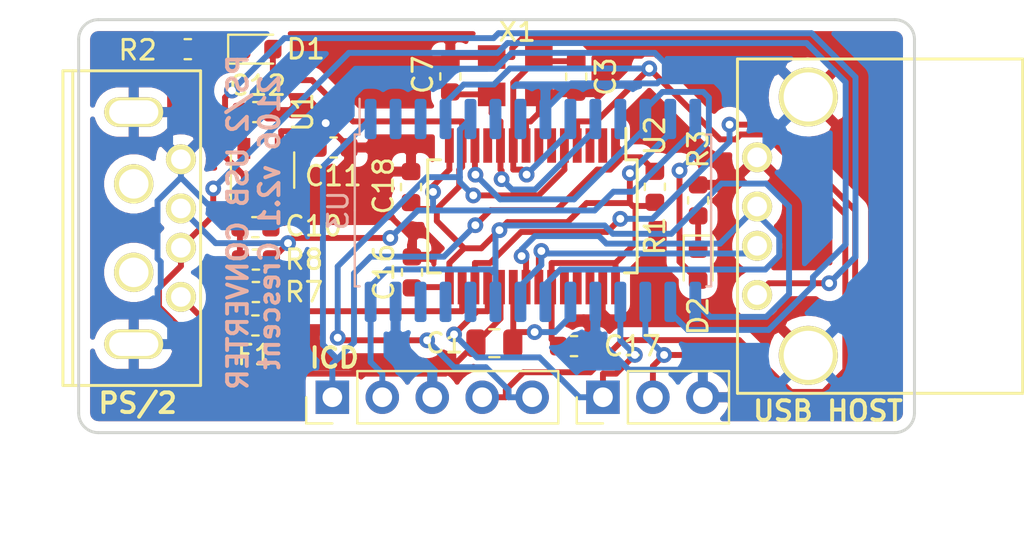
<source format=kicad_pcb>
(kicad_pcb (version 20171130) (host pcbnew "(5.1.2)-1")

  (general
    (thickness 1.6)
    (drawings 13)
    (tracks 444)
    (zones 0)
    (modules 25)
    (nets 21)
  )

  (page A4)
  (title_block
    (title "PS2USB Changer")
    (date 2021-06-26)
    (rev v2.1)
    (company Crescent)
  )

  (layers
    (0 F.Cu signal)
    (31 B.Cu signal)
    (32 B.Adhes user)
    (33 F.Adhes user)
    (34 B.Paste user)
    (35 F.Paste user)
    (36 B.SilkS user)
    (37 F.SilkS user)
    (38 B.Mask user)
    (39 F.Mask user)
    (40 Dwgs.User user)
    (41 Cmts.User user)
    (42 Eco1.User user)
    (43 Eco2.User user)
    (44 Edge.Cuts user)
    (45 Margin user)
    (46 B.CrtYd user)
    (47 F.CrtYd user)
    (48 B.Fab user hide)
    (49 F.Fab user hide)
  )

  (setup
    (last_trace_width 0.3)
    (trace_clearance 0.2)
    (zone_clearance 0.508)
    (zone_45_only no)
    (trace_min 0.2)
    (via_size 0.8)
    (via_drill 0.4)
    (via_min_size 0.8)
    (via_min_drill 0.3)
    (uvia_size 0.3)
    (uvia_drill 0.1)
    (uvias_allowed no)
    (uvia_min_size 0.2)
    (uvia_min_drill 0.1)
    (edge_width 0.15)
    (segment_width 0.2)
    (pcb_text_width 0.3)
    (pcb_text_size 1.5 1.5)
    (mod_edge_width 0.15)
    (mod_text_size 1 1)
    (mod_text_width 0.15)
    (pad_size 1.524 1.524)
    (pad_drill 0.762)
    (pad_to_mask_clearance 0.2)
    (aux_axis_origin 0 0)
    (visible_elements 7FFFFFFF)
    (pcbplotparams
      (layerselection 0x010fc_ffffffff)
      (usegerberextensions true)
      (usegerberattributes false)
      (usegerberadvancedattributes false)
      (creategerberjobfile false)
      (excludeedgelayer true)
      (linewidth 0.050000)
      (plotframeref false)
      (viasonmask false)
      (mode 1)
      (useauxorigin false)
      (hpglpennumber 1)
      (hpglpenspeed 20)
      (hpglpendiameter 15.000000)
      (psnegative false)
      (psa4output false)
      (plotreference true)
      (plotvalue true)
      (plotinvisibletext false)
      (padsonsilk false)
      (subtractmaskfromsilk false)
      (outputformat 1)
      (mirror false)
      (drillshape 0)
      (scaleselection 1)
      (outputdirectory "GERBER/"))
  )

  (net 0 "")
  (net 1 GND)
  (net 2 +3V3)
  (net 3 /XIN)
  (net 4 /XOUT)
  (net 5 +5V)
  (net 6 "Net-(C11-Pad1)")
  (net 7 /LED2)
  (net 8 /RST)
  (net 9 /PSCLK)
  (net 10 /PSDAT)
  (net 11 /USB1_DM)
  (net 12 /USB1_DP)
  (net 13 "Net-(F1-Pad1)")
  (net 14 /PGEC)
  (net 15 /PGED)
  (net 16 /RX)
  (net 17 /TX)
  (net 18 "Net-(D1-Pad1)")
  (net 19 "Net-(D2-Pad1)")
  (net 20 /VCAP)

  (net_class Default "これは標準のネット クラスです。"
    (clearance 0.2)
    (trace_width 0.3)
    (via_dia 0.8)
    (via_drill 0.4)
    (uvia_dia 0.3)
    (uvia_drill 0.1)
    (add_net +3V3)
    (add_net +5V)
    (add_net /LED2)
    (add_net /PGEC)
    (add_net /PGED)
    (add_net /PSCLK)
    (add_net /PSDAT)
    (add_net /RST)
    (add_net /RX)
    (add_net /TX)
    (add_net /USB1_DM)
    (add_net /USB1_DP)
    (add_net /VCAP)
    (add_net /XIN)
    (add_net /XOUT)
    (add_net GND)
    (add_net "Net-(C11-Pad1)")
    (add_net "Net-(D1-Pad1)")
    (add_net "Net-(D2-Pad1)")
    (add_net "Net-(F1-Pad1)")
  )

  (module LED_SMD:LED_0603_1608Metric (layer F.Cu) (tedit 5B301BBE) (tstamp 60A94736)
    (at 104 93.4625 270)
    (descr "LED SMD 0603 (1608 Metric), square (rectangular) end terminal, IPC_7351 nominal, (Body size source: http://www.tortai-tech.com/upload/download/2011102023233369053.pdf), generated with kicad-footprint-generator")
    (tags diode)
    (path /60BA4375)
    (attr smd)
    (fp_text reference D2 (at 2.6125 0 90) (layer F.SilkS)
      (effects (font (size 1 1) (thickness 0.15)))
    )
    (fp_text value ACT (at 0 1.43 90) (layer F.Fab)
      (effects (font (size 1 1) (thickness 0.15)))
    )
    (fp_text user %R (at 0 0 90) (layer F.Fab)
      (effects (font (size 0.4 0.4) (thickness 0.06)))
    )
    (fp_line (start 1.48 0.73) (end -1.48 0.73) (layer F.CrtYd) (width 0.05))
    (fp_line (start 1.48 -0.73) (end 1.48 0.73) (layer F.CrtYd) (width 0.05))
    (fp_line (start -1.48 -0.73) (end 1.48 -0.73) (layer F.CrtYd) (width 0.05))
    (fp_line (start -1.48 0.73) (end -1.48 -0.73) (layer F.CrtYd) (width 0.05))
    (fp_line (start -1.485 0.735) (end 0.8 0.735) (layer F.SilkS) (width 0.12))
    (fp_line (start -1.485 -0.735) (end -1.485 0.735) (layer F.SilkS) (width 0.12))
    (fp_line (start 0.8 -0.735) (end -1.485 -0.735) (layer F.SilkS) (width 0.12))
    (fp_line (start 0.8 0.4) (end 0.8 -0.4) (layer F.Fab) (width 0.1))
    (fp_line (start -0.8 0.4) (end 0.8 0.4) (layer F.Fab) (width 0.1))
    (fp_line (start -0.8 -0.1) (end -0.8 0.4) (layer F.Fab) (width 0.1))
    (fp_line (start -0.5 -0.4) (end -0.8 -0.1) (layer F.Fab) (width 0.1))
    (fp_line (start 0.8 -0.4) (end -0.5 -0.4) (layer F.Fab) (width 0.1))
    (pad 2 smd roundrect (at 0.7875 0 270) (size 0.875 0.95) (layers F.Cu F.Paste F.Mask) (roundrect_rratio 0.25)
      (net 7 /LED2))
    (pad 1 smd roundrect (at -0.7875 0 270) (size 0.875 0.95) (layers F.Cu F.Paste F.Mask) (roundrect_rratio 0.25)
      (net 19 "Net-(D2-Pad1)"))
    (model ${KISYS3DMOD}/LED_SMD.3dshapes/LED_0603_1608Metric.wrl
      (at (xyz 0 0 0))
      (scale (xyz 1 1 1))
      (rotate (xyz 0 0 0))
    )
  )

  (module LED_SMD:LED_0603_1608Metric (layer F.Cu) (tedit 5B301BBE) (tstamp 60A94723)
    (at 81.5875 82.5)
    (descr "LED SMD 0603 (1608 Metric), square (rectangular) end terminal, IPC_7351 nominal, (Body size source: http://www.tortai-tech.com/upload/download/2011102023233369053.pdf), generated with kicad-footprint-generator")
    (tags diode)
    (path /60BA3F34)
    (attr smd)
    (fp_text reference D1 (at 2.4625 0 180) (layer F.SilkS)
      (effects (font (size 1 1) (thickness 0.15)))
    )
    (fp_text value PWR (at 0 1.43) (layer F.Fab)
      (effects (font (size 1 1) (thickness 0.15)))
    )
    (fp_text user %R (at 0 0) (layer F.Fab)
      (effects (font (size 0.4 0.4) (thickness 0.06)))
    )
    (fp_line (start 1.48 0.73) (end -1.48 0.73) (layer F.CrtYd) (width 0.05))
    (fp_line (start 1.48 -0.73) (end 1.48 0.73) (layer F.CrtYd) (width 0.05))
    (fp_line (start -1.48 -0.73) (end 1.48 -0.73) (layer F.CrtYd) (width 0.05))
    (fp_line (start -1.48 0.73) (end -1.48 -0.73) (layer F.CrtYd) (width 0.05))
    (fp_line (start -1.485 0.735) (end 0.8 0.735) (layer F.SilkS) (width 0.12))
    (fp_line (start -1.485 -0.735) (end -1.485 0.735) (layer F.SilkS) (width 0.12))
    (fp_line (start 0.8 -0.735) (end -1.485 -0.735) (layer F.SilkS) (width 0.12))
    (fp_line (start 0.8 0.4) (end 0.8 -0.4) (layer F.Fab) (width 0.1))
    (fp_line (start -0.8 0.4) (end 0.8 0.4) (layer F.Fab) (width 0.1))
    (fp_line (start -0.8 -0.1) (end -0.8 0.4) (layer F.Fab) (width 0.1))
    (fp_line (start -0.5 -0.4) (end -0.8 -0.1) (layer F.Fab) (width 0.1))
    (fp_line (start 0.8 -0.4) (end -0.5 -0.4) (layer F.Fab) (width 0.1))
    (pad 2 smd roundrect (at 0.7875 0) (size 0.875 0.95) (layers F.Cu F.Paste F.Mask) (roundrect_rratio 0.25)
      (net 2 +3V3))
    (pad 1 smd roundrect (at -0.7875 0) (size 0.875 0.95) (layers F.Cu F.Paste F.Mask) (roundrect_rratio 0.25)
      (net 18 "Net-(D1-Pad1)"))
    (model ${KISYS3DMOD}/LED_SMD.3dshapes/LED_0603_1608Metric.wrl
      (at (xyz 0 0 0))
      (scale (xyz 1 1 1))
      (rotate (xyz 0 0 0))
    )
  )

  (module Package_TO_SOT_SMD:SOT-23-5 (layer F.Cu) (tedit 5A02FF57) (tstamp 6079E238)
    (at 81.85 88.65 90)
    (descr "5-pin SOT23 package")
    (tags SOT-23-5)
    (path /5A7499DA)
    (attr smd)
    (fp_text reference U1 (at 2.95 2.05 90) (layer F.SilkS)
      (effects (font (size 1 1) (thickness 0.15)))
    )
    (fp_text value LD3985M33R (at 0 2.9 90) (layer F.Fab)
      (effects (font (size 1 1) (thickness 0.15)))
    )
    (fp_line (start 0.9 -1.55) (end 0.9 1.55) (layer F.Fab) (width 0.1))
    (fp_line (start 0.9 1.55) (end -0.9 1.55) (layer F.Fab) (width 0.1))
    (fp_line (start -0.9 -0.9) (end -0.9 1.55) (layer F.Fab) (width 0.1))
    (fp_line (start 0.9 -1.55) (end -0.25 -1.55) (layer F.Fab) (width 0.1))
    (fp_line (start -0.9 -0.9) (end -0.25 -1.55) (layer F.Fab) (width 0.1))
    (fp_line (start -1.9 1.8) (end -1.9 -1.8) (layer F.CrtYd) (width 0.05))
    (fp_line (start 1.9 1.8) (end -1.9 1.8) (layer F.CrtYd) (width 0.05))
    (fp_line (start 1.9 -1.8) (end 1.9 1.8) (layer F.CrtYd) (width 0.05))
    (fp_line (start -1.9 -1.8) (end 1.9 -1.8) (layer F.CrtYd) (width 0.05))
    (fp_line (start 0.9 -1.61) (end -1.55 -1.61) (layer F.SilkS) (width 0.12))
    (fp_line (start -0.9 1.61) (end 0.9 1.61) (layer F.SilkS) (width 0.12))
    (fp_text user %R (at 0 0) (layer F.Fab)
      (effects (font (size 0.5 0.5) (thickness 0.075)))
    )
    (pad 5 smd rect (at 1.1 -0.95 90) (size 1.06 0.65) (layers F.Cu F.Paste F.Mask)
      (net 2 +3V3))
    (pad 4 smd rect (at 1.1 0.95 90) (size 1.06 0.65) (layers F.Cu F.Paste F.Mask)
      (net 6 "Net-(C11-Pad1)"))
    (pad 3 smd rect (at -1.1 0.95 90) (size 1.06 0.65) (layers F.Cu F.Paste F.Mask)
      (net 5 +5V))
    (pad 2 smd rect (at -1.1 0 90) (size 1.06 0.65) (layers F.Cu F.Paste F.Mask)
      (net 1 GND))
    (pad 1 smd rect (at -1.1 -0.95 90) (size 1.06 0.65) (layers F.Cu F.Paste F.Mask)
      (net 5 +5V))
    (model ${KISYS3DMOD}/Package_TO_SOT_SMD.3dshapes/SOT-23-5.wrl
      (at (xyz 0 0 0))
      (scale (xyz 1 1 1))
      (rotate (xyz 0 0 0))
    )
  )

  (module Resistor_SMD:R_0603_1608Metric (layer F.Cu) (tedit 5B301BBD) (tstamp 60A93B06)
    (at 101.8 89.5 90)
    (descr "Resistor SMD 0603 (1608 Metric), square (rectangular) end terminal, IPC_7351 nominal, (Body size source: http://www.tortai-tech.com/upload/download/2011102023233369053.pdf), generated with kicad-footprint-generator")
    (tags resistor)
    (path /60B1781C)
    (attr smd)
    (fp_text reference R1 (at -2.5 0 90) (layer F.SilkS)
      (effects (font (size 1 1) (thickness 0.15)))
    )
    (fp_text value 4.7k (at 0 1.43 90) (layer F.Fab)
      (effects (font (size 1 1) (thickness 0.15)))
    )
    (fp_text user %R (at 0 0 90) (layer F.Fab)
      (effects (font (size 0.4 0.4) (thickness 0.06)))
    )
    (fp_line (start 1.48 0.73) (end -1.48 0.73) (layer F.CrtYd) (width 0.05))
    (fp_line (start 1.48 -0.73) (end 1.48 0.73) (layer F.CrtYd) (width 0.05))
    (fp_line (start -1.48 -0.73) (end 1.48 -0.73) (layer F.CrtYd) (width 0.05))
    (fp_line (start -1.48 0.73) (end -1.48 -0.73) (layer F.CrtYd) (width 0.05))
    (fp_line (start -0.162779 0.51) (end 0.162779 0.51) (layer F.SilkS) (width 0.12))
    (fp_line (start -0.162779 -0.51) (end 0.162779 -0.51) (layer F.SilkS) (width 0.12))
    (fp_line (start 0.8 0.4) (end -0.8 0.4) (layer F.Fab) (width 0.1))
    (fp_line (start 0.8 -0.4) (end 0.8 0.4) (layer F.Fab) (width 0.1))
    (fp_line (start -0.8 -0.4) (end 0.8 -0.4) (layer F.Fab) (width 0.1))
    (fp_line (start -0.8 0.4) (end -0.8 -0.4) (layer F.Fab) (width 0.1))
    (pad 2 smd roundrect (at 0.7875 0 90) (size 0.875 0.95) (layers F.Cu F.Paste F.Mask) (roundrect_rratio 0.25)
      (net 8 /RST))
    (pad 1 smd roundrect (at -0.7875 0 90) (size 0.875 0.95) (layers F.Cu F.Paste F.Mask) (roundrect_rratio 0.25)
      (net 2 +3V3))
    (model ${KISYS3DMOD}/Resistor_SMD.3dshapes/R_0603_1608Metric.wrl
      (at (xyz 0 0 0))
      (scale (xyz 1 1 1))
      (rotate (xyz 0 0 0))
    )
  )

  (module Capacitor_SMD:C_0805_2012Metric (layer F.Cu) (tedit 5B36C52B) (tstamp 60C9FFCF)
    (at 93.6375 97.45 180)
    (descr "Capacitor SMD 0805 (2012 Metric), square (rectangular) end terminal, IPC_7351 nominal, (Body size source: https://docs.google.com/spreadsheets/d/1BsfQQcO9C6DZCsRaXUlFlo91Tg2WpOkGARC1WS5S8t0/edit?usp=sharing), generated with kicad-footprint-generator")
    (tags capacitor)
    (path /60B589C3)
    (attr smd)
    (fp_text reference C1 (at 2.5375 0) (layer F.SilkS)
      (effects (font (size 1 1) (thickness 0.15)))
    )
    (fp_text value 10u (at 0 1.65) (layer F.Fab)
      (effects (font (size 1 1) (thickness 0.15)))
    )
    (fp_text user %R (at 0 0) (layer F.Fab)
      (effects (font (size 0.5 0.5) (thickness 0.08)))
    )
    (fp_line (start 1.68 0.95) (end -1.68 0.95) (layer F.CrtYd) (width 0.05))
    (fp_line (start 1.68 -0.95) (end 1.68 0.95) (layer F.CrtYd) (width 0.05))
    (fp_line (start -1.68 -0.95) (end 1.68 -0.95) (layer F.CrtYd) (width 0.05))
    (fp_line (start -1.68 0.95) (end -1.68 -0.95) (layer F.CrtYd) (width 0.05))
    (fp_line (start -0.258578 0.71) (end 0.258578 0.71) (layer F.SilkS) (width 0.12))
    (fp_line (start -0.258578 -0.71) (end 0.258578 -0.71) (layer F.SilkS) (width 0.12))
    (fp_line (start 1 0.6) (end -1 0.6) (layer F.Fab) (width 0.1))
    (fp_line (start 1 -0.6) (end 1 0.6) (layer F.Fab) (width 0.1))
    (fp_line (start -1 -0.6) (end 1 -0.6) (layer F.Fab) (width 0.1))
    (fp_line (start -1 0.6) (end -1 -0.6) (layer F.Fab) (width 0.1))
    (pad 2 smd roundrect (at 0.9375 0 180) (size 0.975 1.4) (layers F.Cu F.Paste F.Mask) (roundrect_rratio 0.25)
      (net 1 GND))
    (pad 1 smd roundrect (at -0.9375 0 180) (size 0.975 1.4) (layers F.Cu F.Paste F.Mask) (roundrect_rratio 0.25)
      (net 20 /VCAP))
    (model ${KISYS3DMOD}/Capacitor_SMD.3dshapes/C_0805_2012Metric.wrl
      (at (xyz 0 0 0))
      (scale (xyz 1 1 1))
      (rotate (xyz 0 0 0))
    )
  )

  (module USBA:USBA (layer F.Cu) (tedit 5ACE0F12) (tstamp 6079DF8B)
    (at 77.7 95.1 90)
    (path /5A749823)
    (fp_text reference P1 (at 5.1 -7.2 90) (layer F.SilkS) hide
      (effects (font (size 1 1) (thickness 0.15)))
    )
    (fp_text value USB_PS2 (at 0 -5.08 90) (layer F.Fab)
      (effects (font (size 1 1) (thickness 0.15)))
    )
    (fp_line (start 11.5 -5.5) (end 11.5 -6) (layer F.SilkS) (width 0.15))
    (fp_line (start 11.5 -6) (end -4.5 -6) (layer F.SilkS) (width 0.15))
    (fp_line (start -4.5 -6) (end -4.5 -5.5) (layer F.SilkS) (width 0.15))
    (fp_line (start 11.5 -5.5) (end -4.5 -5.5) (layer F.SilkS) (width 0.15))
    (fp_line (start -4.5 -5.5) (end -4.5 1) (layer F.SilkS) (width 0.15))
    (fp_line (start -4.5 1) (end 11.5 1) (layer F.SilkS) (width 0.15))
    (fp_line (start 11.5 1) (end 11.5 -5.5) (layer F.SilkS) (width 0.15))
    (pad 1 thru_hole circle (at 0 0 90) (size 1.524 1.524) (drill 1) (layers *.Cu *.Paste *.Mask F.SilkS)
      (net 13 "Net-(F1-Pad1)"))
    (pad 2 thru_hole circle (at 2.5 0 90) (size 1.524 1.524) (drill 1) (layers *.Cu *.Paste *.Mask F.SilkS)
      (net 10 /PSDAT))
    (pad 3 thru_hole circle (at 4.5 0 90) (size 1.524 1.524) (drill 1) (layers *.Cu *.Paste *.Mask F.SilkS)
      (net 9 /PSCLK))
    (pad 4 thru_hole circle (at 7 0 90) (size 1.524 1.524) (drill 1) (layers *.Cu *.Paste *.Mask F.SilkS)
      (net 1 GND))
    (pad 5 thru_hole oval (at 9.4 -2.4 90) (size 1.5 3) (drill oval 1.2 2.5) (layers *.Cu *.Paste *.Mask F.SilkS)
      (net 1 GND))
    (pad 5 thru_hole oval (at -2.4 -2.4 90) (size 1.5 3) (drill oval 1.2 2.5) (layers *.Cu *.Paste *.Mask F.SilkS)
      (net 1 GND))
    (pad "" np_thru_hole circle (at 5.75 -2.4 90) (size 2 2) (drill 1.5) (layers *.Cu *.Mask F.SilkS))
    (pad "" np_thru_hole circle (at 1.25 -2.4 90) (size 2 2) (drill 1.5) (layers *.Cu *.Mask F.SilkS))
  )

  (module Connector_PinHeader_2.54mm:PinHeader_1x03_P2.54mm_Vertical (layer F.Cu) (tedit 59FED5CC) (tstamp 6079DD9D)
    (at 99.16 100.2 90)
    (descr "Through hole straight pin header, 1x03, 2.54mm pitch, single row")
    (tags "Through hole pin header THT 1x03 2.54mm single row")
    (path /5A74F04E)
    (fp_text reference JP2 (at -2.7 -0.06 180) (layer F.SilkS) hide
      (effects (font (size 1 1) (thickness 0.15)))
    )
    (fp_text value UART (at 0 7.41 90) (layer F.Fab)
      (effects (font (size 1 1) (thickness 0.15)))
    )
    (fp_text user %R (at 0 2.54) (layer F.Fab)
      (effects (font (size 1 1) (thickness 0.15)))
    )
    (fp_line (start 1.8 -1.8) (end -1.8 -1.8) (layer F.CrtYd) (width 0.05))
    (fp_line (start 1.8 6.85) (end 1.8 -1.8) (layer F.CrtYd) (width 0.05))
    (fp_line (start -1.8 6.85) (end 1.8 6.85) (layer F.CrtYd) (width 0.05))
    (fp_line (start -1.8 -1.8) (end -1.8 6.85) (layer F.CrtYd) (width 0.05))
    (fp_line (start -1.33 -1.33) (end 0 -1.33) (layer F.SilkS) (width 0.12))
    (fp_line (start -1.33 0) (end -1.33 -1.33) (layer F.SilkS) (width 0.12))
    (fp_line (start -1.33 1.27) (end 1.33 1.27) (layer F.SilkS) (width 0.12))
    (fp_line (start 1.33 1.27) (end 1.33 6.41) (layer F.SilkS) (width 0.12))
    (fp_line (start -1.33 1.27) (end -1.33 6.41) (layer F.SilkS) (width 0.12))
    (fp_line (start -1.33 6.41) (end 1.33 6.41) (layer F.SilkS) (width 0.12))
    (fp_line (start -1.27 -0.635) (end -0.635 -1.27) (layer F.Fab) (width 0.1))
    (fp_line (start -1.27 6.35) (end -1.27 -0.635) (layer F.Fab) (width 0.1))
    (fp_line (start 1.27 6.35) (end -1.27 6.35) (layer F.Fab) (width 0.1))
    (fp_line (start 1.27 -1.27) (end 1.27 6.35) (layer F.Fab) (width 0.1))
    (fp_line (start -0.635 -1.27) (end 1.27 -1.27) (layer F.Fab) (width 0.1))
    (pad 3 thru_hole oval (at 0 5.08 90) (size 1.7 1.7) (drill 1) (layers *.Cu *.Mask)
      (net 1 GND))
    (pad 2 thru_hole oval (at 0 2.54 90) (size 1.7 1.7) (drill 1) (layers *.Cu *.Mask)
      (net 16 /RX))
    (pad 1 thru_hole rect (at 0 0 90) (size 1.7 1.7) (drill 1) (layers *.Cu *.Mask)
      (net 17 /TX))
    (model ${KISYS3DMOD}/Connector_PinHeader_2.54mm.3dshapes/PinHeader_1x03_P2.54mm_Vertical.wrl
      (at (xyz 0 0 0))
      (scale (xyz 1 1 1))
      (rotate (xyz 0 0 0))
    )
  )

  (module Connector_PinHeader_2.54mm:PinHeader_1x05_P2.54mm_Vertical (layer F.Cu) (tedit 59FED5CC) (tstamp 6079DC07)
    (at 85.4 100.2 90)
    (descr "Through hole straight pin header, 1x05, 2.54mm pitch, single row")
    (tags "Through hole pin header THT 1x05 2.54mm single row")
    (path /5A74DCAA)
    (fp_text reference JP1 (at -2.7 -0.1) (layer F.SilkS) hide
      (effects (font (size 1 1) (thickness 0.15)))
    )
    (fp_text value ICD (at 0 12.49 90) (layer F.Fab)
      (effects (font (size 1 1) (thickness 0.15)))
    )
    (fp_text user %R (at 0 5.08) (layer F.Fab)
      (effects (font (size 1 1) (thickness 0.15)))
    )
    (fp_line (start 1.8 -1.8) (end -1.8 -1.8) (layer F.CrtYd) (width 0.05))
    (fp_line (start 1.8 11.95) (end 1.8 -1.8) (layer F.CrtYd) (width 0.05))
    (fp_line (start -1.8 11.95) (end 1.8 11.95) (layer F.CrtYd) (width 0.05))
    (fp_line (start -1.8 -1.8) (end -1.8 11.95) (layer F.CrtYd) (width 0.05))
    (fp_line (start -1.33 -1.33) (end 0 -1.33) (layer F.SilkS) (width 0.12))
    (fp_line (start -1.33 0) (end -1.33 -1.33) (layer F.SilkS) (width 0.12))
    (fp_line (start -1.33 1.27) (end 1.33 1.27) (layer F.SilkS) (width 0.12))
    (fp_line (start 1.33 1.27) (end 1.33 11.49) (layer F.SilkS) (width 0.12))
    (fp_line (start -1.33 1.27) (end -1.33 11.49) (layer F.SilkS) (width 0.12))
    (fp_line (start -1.33 11.49) (end 1.33 11.49) (layer F.SilkS) (width 0.12))
    (fp_line (start -1.27 -0.635) (end -0.635 -1.27) (layer F.Fab) (width 0.1))
    (fp_line (start -1.27 11.43) (end -1.27 -0.635) (layer F.Fab) (width 0.1))
    (fp_line (start 1.27 11.43) (end -1.27 11.43) (layer F.Fab) (width 0.1))
    (fp_line (start 1.27 -1.27) (end 1.27 11.43) (layer F.Fab) (width 0.1))
    (fp_line (start -0.635 -1.27) (end 1.27 -1.27) (layer F.Fab) (width 0.1))
    (pad 5 thru_hole oval (at 0 10.16 90) (size 1.7 1.7) (drill 1) (layers *.Cu *.Mask)
      (net 14 /PGEC))
    (pad 4 thru_hole oval (at 0 7.62 90) (size 1.7 1.7) (drill 1) (layers *.Cu *.Mask)
      (net 15 /PGED))
    (pad 3 thru_hole oval (at 0 5.08 90) (size 1.7 1.7) (drill 1) (layers *.Cu *.Mask)
      (net 1 GND))
    (pad 2 thru_hole oval (at 0 2.54 90) (size 1.7 1.7) (drill 1) (layers *.Cu *.Mask)
      (net 2 +3V3))
    (pad 1 thru_hole rect (at 0 0 90) (size 1.7 1.7) (drill 1) (layers *.Cu *.Mask)
      (net 8 /RST))
    (model ${KISYS3DMOD}/Connector_PinHeader_2.54mm.3dshapes/PinHeader_1x05_P2.54mm_Vertical.wrl
      (at (xyz 0 0 0))
      (scale (xyz 1 1 1))
      (rotate (xyz 0 0 0))
    )
  )

  (module Fuse:Fuse_0603_1608Metric (layer F.Cu) (tedit 5B301BBE) (tstamp 6079DDD9)
    (at 81.4875 96.55 180)
    (descr "Fuse SMD 0603 (1608 Metric), square (rectangular) end terminal, IPC_7351 nominal, (Body size source: http://www.tortai-tech.com/upload/download/2011102023233369053.pdf), generated with kicad-footprint-generator")
    (tags resistor)
    (path /6084D497)
    (attr smd)
    (fp_text reference F1 (at 0.0375 -1.5) (layer F.SilkS)
      (effects (font (size 1 1) (thickness 0.15)))
    )
    (fp_text value Fuse (at 0 1.43) (layer F.Fab)
      (effects (font (size 1 1) (thickness 0.15)))
    )
    (fp_text user %R (at 0 0) (layer F.Fab)
      (effects (font (size 0.4 0.4) (thickness 0.06)))
    )
    (fp_line (start 1.48 0.73) (end -1.48 0.73) (layer F.CrtYd) (width 0.05))
    (fp_line (start 1.48 -0.73) (end 1.48 0.73) (layer F.CrtYd) (width 0.05))
    (fp_line (start -1.48 -0.73) (end 1.48 -0.73) (layer F.CrtYd) (width 0.05))
    (fp_line (start -1.48 0.73) (end -1.48 -0.73) (layer F.CrtYd) (width 0.05))
    (fp_line (start -0.162779 0.51) (end 0.162779 0.51) (layer F.SilkS) (width 0.12))
    (fp_line (start -0.162779 -0.51) (end 0.162779 -0.51) (layer F.SilkS) (width 0.12))
    (fp_line (start 0.8 0.4) (end -0.8 0.4) (layer F.Fab) (width 0.1))
    (fp_line (start 0.8 -0.4) (end 0.8 0.4) (layer F.Fab) (width 0.1))
    (fp_line (start -0.8 -0.4) (end 0.8 -0.4) (layer F.Fab) (width 0.1))
    (fp_line (start -0.8 0.4) (end -0.8 -0.4) (layer F.Fab) (width 0.1))
    (pad 2 smd roundrect (at 0.7875 0 180) (size 0.875 0.95) (layers F.Cu F.Paste F.Mask) (roundrect_rratio 0.25)
      (net 5 +5V))
    (pad 1 smd roundrect (at -0.7875 0 180) (size 0.875 0.95) (layers F.Cu F.Paste F.Mask) (roundrect_rratio 0.25)
      (net 13 "Net-(F1-Pad1)"))
    (model ${KISYS3DMOD}/Fuse.3dshapes/Fuse_0603_1608Metric.wrl
      (at (xyz 0 0 0))
      (scale (xyz 1 1 1))
      (rotate (xyz 0 0 0))
    )
  )

  (module Capacitor_SMD:C_0603_1608Metric (layer F.Cu) (tedit 5B301BBE) (tstamp 6079DE09)
    (at 89.4 89.5125 90)
    (descr "Capacitor SMD 0603 (1608 Metric), square (rectangular) end terminal, IPC_7351 nominal, (Body size source: http://www.tortai-tech.com/upload/download/2011102023233369053.pdf), generated with kicad-footprint-generator")
    (tags capacitor)
    (path /5A753065)
    (attr smd)
    (fp_text reference C18 (at 0.0625 -1.4 90) (layer F.SilkS)
      (effects (font (size 1 1) (thickness 0.15)))
    )
    (fp_text value 0.1u (at 0 1.43 90) (layer F.Fab)
      (effects (font (size 1 1) (thickness 0.15)))
    )
    (fp_text user %R (at 0 0 90) (layer F.Fab)
      (effects (font (size 0.4 0.4) (thickness 0.06)))
    )
    (fp_line (start 1.48 0.73) (end -1.48 0.73) (layer F.CrtYd) (width 0.05))
    (fp_line (start 1.48 -0.73) (end 1.48 0.73) (layer F.CrtYd) (width 0.05))
    (fp_line (start -1.48 -0.73) (end 1.48 -0.73) (layer F.CrtYd) (width 0.05))
    (fp_line (start -1.48 0.73) (end -1.48 -0.73) (layer F.CrtYd) (width 0.05))
    (fp_line (start -0.162779 0.51) (end 0.162779 0.51) (layer F.SilkS) (width 0.12))
    (fp_line (start -0.162779 -0.51) (end 0.162779 -0.51) (layer F.SilkS) (width 0.12))
    (fp_line (start 0.8 0.4) (end -0.8 0.4) (layer F.Fab) (width 0.1))
    (fp_line (start 0.8 -0.4) (end 0.8 0.4) (layer F.Fab) (width 0.1))
    (fp_line (start -0.8 -0.4) (end 0.8 -0.4) (layer F.Fab) (width 0.1))
    (fp_line (start -0.8 0.4) (end -0.8 -0.4) (layer F.Fab) (width 0.1))
    (pad 2 smd roundrect (at 0.7875 0 90) (size 0.875 0.95) (layers F.Cu F.Paste F.Mask) (roundrect_rratio 0.25)
      (net 1 GND))
    (pad 1 smd roundrect (at -0.7875 0 90) (size 0.875 0.95) (layers F.Cu F.Paste F.Mask) (roundrect_rratio 0.25)
      (net 2 +3V3))
    (model ${KISYS3DMOD}/Capacitor_SMD.3dshapes/C_0603_1608Metric.wrl
      (at (xyz 0 0 0))
      (scale (xyz 1 1 1))
      (rotate (xyz 0 0 0))
    )
  )

  (module Capacitor_SMD:C_0603_1608Metric (layer F.Cu) (tedit 5B301BBE) (tstamp 60C9FF9F)
    (at 97.6875 97.6)
    (descr "Capacitor SMD 0603 (1608 Metric), square (rectangular) end terminal, IPC_7351 nominal, (Body size source: http://www.tortai-tech.com/upload/download/2011102023233369053.pdf), generated with kicad-footprint-generator")
    (tags capacitor)
    (path /5A753019)
    (attr smd)
    (fp_text reference C17 (at 2.9625 0) (layer F.SilkS)
      (effects (font (size 1 1) (thickness 0.15)))
    )
    (fp_text value 0.1u (at 0 1.43) (layer F.Fab)
      (effects (font (size 1 1) (thickness 0.15)))
    )
    (fp_text user %R (at 0 0) (layer F.Fab)
      (effects (font (size 0.4 0.4) (thickness 0.06)))
    )
    (fp_line (start 1.48 0.73) (end -1.48 0.73) (layer F.CrtYd) (width 0.05))
    (fp_line (start 1.48 -0.73) (end 1.48 0.73) (layer F.CrtYd) (width 0.05))
    (fp_line (start -1.48 -0.73) (end 1.48 -0.73) (layer F.CrtYd) (width 0.05))
    (fp_line (start -1.48 0.73) (end -1.48 -0.73) (layer F.CrtYd) (width 0.05))
    (fp_line (start -0.162779 0.51) (end 0.162779 0.51) (layer F.SilkS) (width 0.12))
    (fp_line (start -0.162779 -0.51) (end 0.162779 -0.51) (layer F.SilkS) (width 0.12))
    (fp_line (start 0.8 0.4) (end -0.8 0.4) (layer F.Fab) (width 0.1))
    (fp_line (start 0.8 -0.4) (end 0.8 0.4) (layer F.Fab) (width 0.1))
    (fp_line (start -0.8 -0.4) (end 0.8 -0.4) (layer F.Fab) (width 0.1))
    (fp_line (start -0.8 0.4) (end -0.8 -0.4) (layer F.Fab) (width 0.1))
    (pad 2 smd roundrect (at 0.7875 0) (size 0.875 0.95) (layers F.Cu F.Paste F.Mask) (roundrect_rratio 0.25)
      (net 1 GND))
    (pad 1 smd roundrect (at -0.7875 0) (size 0.875 0.95) (layers F.Cu F.Paste F.Mask) (roundrect_rratio 0.25)
      (net 2 +3V3))
    (model ${KISYS3DMOD}/Capacitor_SMD.3dshapes/C_0603_1608Metric.wrl
      (at (xyz 0 0 0))
      (scale (xyz 1 1 1))
      (rotate (xyz 0 0 0))
    )
  )

  (module Capacitor_SMD:C_0603_1608Metric (layer F.Cu) (tedit 5B301BBE) (tstamp 6079DE69)
    (at 89.45 93.85 90)
    (descr "Capacitor SMD 0603 (1608 Metric), square (rectangular) end terminal, IPC_7351 nominal, (Body size source: http://www.tortai-tech.com/upload/download/2011102023233369053.pdf), generated with kicad-footprint-generator")
    (tags capacitor)
    (path /5A752F94)
    (attr smd)
    (fp_text reference C16 (at 0 -1.43 90) (layer F.SilkS)
      (effects (font (size 1 1) (thickness 0.15)))
    )
    (fp_text value 0.1u (at 0 1.43 90) (layer F.Fab)
      (effects (font (size 1 1) (thickness 0.15)))
    )
    (fp_text user %R (at 0 0 90) (layer F.Fab)
      (effects (font (size 0.4 0.4) (thickness 0.06)))
    )
    (fp_line (start 1.48 0.73) (end -1.48 0.73) (layer F.CrtYd) (width 0.05))
    (fp_line (start 1.48 -0.73) (end 1.48 0.73) (layer F.CrtYd) (width 0.05))
    (fp_line (start -1.48 -0.73) (end 1.48 -0.73) (layer F.CrtYd) (width 0.05))
    (fp_line (start -1.48 0.73) (end -1.48 -0.73) (layer F.CrtYd) (width 0.05))
    (fp_line (start -0.162779 0.51) (end 0.162779 0.51) (layer F.SilkS) (width 0.12))
    (fp_line (start -0.162779 -0.51) (end 0.162779 -0.51) (layer F.SilkS) (width 0.12))
    (fp_line (start 0.8 0.4) (end -0.8 0.4) (layer F.Fab) (width 0.1))
    (fp_line (start 0.8 -0.4) (end 0.8 0.4) (layer F.Fab) (width 0.1))
    (fp_line (start -0.8 -0.4) (end 0.8 -0.4) (layer F.Fab) (width 0.1))
    (fp_line (start -0.8 0.4) (end -0.8 -0.4) (layer F.Fab) (width 0.1))
    (pad 2 smd roundrect (at 0.7875 0 90) (size 0.875 0.95) (layers F.Cu F.Paste F.Mask) (roundrect_rratio 0.25)
      (net 1 GND))
    (pad 1 smd roundrect (at -0.7875 0 90) (size 0.875 0.95) (layers F.Cu F.Paste F.Mask) (roundrect_rratio 0.25)
      (net 2 +3V3))
    (model ${KISYS3DMOD}/Capacitor_SMD.3dshapes/C_0603_1608Metric.wrl
      (at (xyz 0 0 0))
      (scale (xyz 1 1 1))
      (rotate (xyz 0 0 0))
    )
  )

  (module Capacitor_SMD:C_0603_1608Metric (layer F.Cu) (tedit 5B301BBE) (tstamp 6079E064)
    (at 81.5375 85.7)
    (descr "Capacitor SMD 0603 (1608 Metric), square (rectangular) end terminal, IPC_7351 nominal, (Body size source: http://www.tortai-tech.com/upload/download/2011102023233369053.pdf), generated with kicad-footprint-generator")
    (tags capacitor)
    (path /5A749D47)
    (attr smd)
    (fp_text reference C12 (at 0.0625 -1.35) (layer F.SilkS)
      (effects (font (size 1 1) (thickness 0.15)))
    )
    (fp_text value 2.2u (at 0 1.43) (layer F.Fab)
      (effects (font (size 1 1) (thickness 0.15)))
    )
    (fp_text user %R (at 0 0) (layer F.Fab)
      (effects (font (size 0.4 0.4) (thickness 0.06)))
    )
    (fp_line (start 1.48 0.73) (end -1.48 0.73) (layer F.CrtYd) (width 0.05))
    (fp_line (start 1.48 -0.73) (end 1.48 0.73) (layer F.CrtYd) (width 0.05))
    (fp_line (start -1.48 -0.73) (end 1.48 -0.73) (layer F.CrtYd) (width 0.05))
    (fp_line (start -1.48 0.73) (end -1.48 -0.73) (layer F.CrtYd) (width 0.05))
    (fp_line (start -0.162779 0.51) (end 0.162779 0.51) (layer F.SilkS) (width 0.12))
    (fp_line (start -0.162779 -0.51) (end 0.162779 -0.51) (layer F.SilkS) (width 0.12))
    (fp_line (start 0.8 0.4) (end -0.8 0.4) (layer F.Fab) (width 0.1))
    (fp_line (start 0.8 -0.4) (end 0.8 0.4) (layer F.Fab) (width 0.1))
    (fp_line (start -0.8 -0.4) (end 0.8 -0.4) (layer F.Fab) (width 0.1))
    (fp_line (start -0.8 0.4) (end -0.8 -0.4) (layer F.Fab) (width 0.1))
    (pad 2 smd roundrect (at 0.7875 0) (size 0.875 0.95) (layers F.Cu F.Paste F.Mask) (roundrect_rratio 0.25)
      (net 1 GND))
    (pad 1 smd roundrect (at -0.7875 0) (size 0.875 0.95) (layers F.Cu F.Paste F.Mask) (roundrect_rratio 0.25)
      (net 2 +3V3))
    (model ${KISYS3DMOD}/Capacitor_SMD.3dshapes/C_0603_1608Metric.wrl
      (at (xyz 0 0 0))
      (scale (xyz 1 1 1))
      (rotate (xyz 0 0 0))
    )
  )

  (module Capacitor_SMD:C_0603_1608Metric (layer F.Cu) (tedit 5B301BBE) (tstamp 6079E094)
    (at 85.4625 87.5)
    (descr "Capacitor SMD 0603 (1608 Metric), square (rectangular) end terminal, IPC_7351 nominal, (Body size source: http://www.tortai-tech.com/upload/download/2011102023233369053.pdf), generated with kicad-footprint-generator")
    (tags capacitor)
    (path /5A749CC9)
    (attr smd)
    (fp_text reference C11 (at -0.0125 1.45) (layer F.SilkS)
      (effects (font (size 1 1) (thickness 0.15)))
    )
    (fp_text value 0.01u (at 0 1.43) (layer F.Fab)
      (effects (font (size 1 1) (thickness 0.15)))
    )
    (fp_text user %R (at 0 0) (layer F.Fab)
      (effects (font (size 0.4 0.4) (thickness 0.06)))
    )
    (fp_line (start 1.48 0.73) (end -1.48 0.73) (layer F.CrtYd) (width 0.05))
    (fp_line (start 1.48 -0.73) (end 1.48 0.73) (layer F.CrtYd) (width 0.05))
    (fp_line (start -1.48 -0.73) (end 1.48 -0.73) (layer F.CrtYd) (width 0.05))
    (fp_line (start -1.48 0.73) (end -1.48 -0.73) (layer F.CrtYd) (width 0.05))
    (fp_line (start -0.162779 0.51) (end 0.162779 0.51) (layer F.SilkS) (width 0.12))
    (fp_line (start -0.162779 -0.51) (end 0.162779 -0.51) (layer F.SilkS) (width 0.12))
    (fp_line (start 0.8 0.4) (end -0.8 0.4) (layer F.Fab) (width 0.1))
    (fp_line (start 0.8 -0.4) (end 0.8 0.4) (layer F.Fab) (width 0.1))
    (fp_line (start -0.8 -0.4) (end 0.8 -0.4) (layer F.Fab) (width 0.1))
    (fp_line (start -0.8 0.4) (end -0.8 -0.4) (layer F.Fab) (width 0.1))
    (pad 2 smd roundrect (at 0.7875 0) (size 0.875 0.95) (layers F.Cu F.Paste F.Mask) (roundrect_rratio 0.25)
      (net 1 GND))
    (pad 1 smd roundrect (at -0.7875 0) (size 0.875 0.95) (layers F.Cu F.Paste F.Mask) (roundrect_rratio 0.25)
      (net 6 "Net-(C11-Pad1)"))
    (model ${KISYS3DMOD}/Capacitor_SMD.3dshapes/C_0603_1608Metric.wrl
      (at (xyz 0 0 0))
      (scale (xyz 1 1 1))
      (rotate (xyz 0 0 0))
    )
  )

  (module Capacitor_SMD:C_0603_1608Metric (layer F.Cu) (tedit 5B301BBE) (tstamp 6079E0C4)
    (at 81.4875 91.55)
    (descr "Capacitor SMD 0603 (1608 Metric), square (rectangular) end terminal, IPC_7351 nominal, (Body size source: http://www.tortai-tech.com/upload/download/2011102023233369053.pdf), generated with kicad-footprint-generator")
    (tags capacitor)
    (path /5A749B00)
    (attr smd)
    (fp_text reference C10 (at 2.9625 -0.05) (layer F.SilkS)
      (effects (font (size 1 1) (thickness 0.15)))
    )
    (fp_text value 2.2u (at 0 1.43) (layer F.Fab)
      (effects (font (size 1 1) (thickness 0.15)))
    )
    (fp_text user %R (at 0 0) (layer F.Fab)
      (effects (font (size 0.4 0.4) (thickness 0.06)))
    )
    (fp_line (start 1.48 0.73) (end -1.48 0.73) (layer F.CrtYd) (width 0.05))
    (fp_line (start 1.48 -0.73) (end 1.48 0.73) (layer F.CrtYd) (width 0.05))
    (fp_line (start -1.48 -0.73) (end 1.48 -0.73) (layer F.CrtYd) (width 0.05))
    (fp_line (start -1.48 0.73) (end -1.48 -0.73) (layer F.CrtYd) (width 0.05))
    (fp_line (start -0.162779 0.51) (end 0.162779 0.51) (layer F.SilkS) (width 0.12))
    (fp_line (start -0.162779 -0.51) (end 0.162779 -0.51) (layer F.SilkS) (width 0.12))
    (fp_line (start 0.8 0.4) (end -0.8 0.4) (layer F.Fab) (width 0.1))
    (fp_line (start 0.8 -0.4) (end 0.8 0.4) (layer F.Fab) (width 0.1))
    (fp_line (start -0.8 -0.4) (end 0.8 -0.4) (layer F.Fab) (width 0.1))
    (fp_line (start -0.8 0.4) (end -0.8 -0.4) (layer F.Fab) (width 0.1))
    (pad 2 smd roundrect (at 0.7875 0) (size 0.875 0.95) (layers F.Cu F.Paste F.Mask) (roundrect_rratio 0.25)
      (net 1 GND))
    (pad 1 smd roundrect (at -0.7875 0) (size 0.875 0.95) (layers F.Cu F.Paste F.Mask) (roundrect_rratio 0.25)
      (net 5 +5V))
    (model ${KISYS3DMOD}/Capacitor_SMD.3dshapes/C_0603_1608Metric.wrl
      (at (xyz 0 0 0))
      (scale (xyz 1 1 1))
      (rotate (xyz 0 0 0))
    )
  )

  (module Capacitor_SMD:C_0603_1608Metric (layer F.Cu) (tedit 5B301BBE) (tstamp 6079E0F4)
    (at 91.4 83.8875 90)
    (descr "Capacitor SMD 0603 (1608 Metric), square (rectangular) end terminal, IPC_7351 nominal, (Body size source: http://www.tortai-tech.com/upload/download/2011102023233369053.pdf), generated with kicad-footprint-generator")
    (tags capacitor)
    (path /5A75D65A)
    (attr smd)
    (fp_text reference C7 (at 0.0875 -1.4 270) (layer F.SilkS)
      (effects (font (size 1 1) (thickness 0.15)))
    )
    (fp_text value 12p (at 0 1.43 270) (layer F.Fab)
      (effects (font (size 1 1) (thickness 0.15)))
    )
    (fp_text user %R (at 0 0 270) (layer F.Fab)
      (effects (font (size 0.4 0.4) (thickness 0.06)))
    )
    (fp_line (start 1.48 0.73) (end -1.48 0.73) (layer F.CrtYd) (width 0.05))
    (fp_line (start 1.48 -0.73) (end 1.48 0.73) (layer F.CrtYd) (width 0.05))
    (fp_line (start -1.48 -0.73) (end 1.48 -0.73) (layer F.CrtYd) (width 0.05))
    (fp_line (start -1.48 0.73) (end -1.48 -0.73) (layer F.CrtYd) (width 0.05))
    (fp_line (start -0.162779 0.51) (end 0.162779 0.51) (layer F.SilkS) (width 0.12))
    (fp_line (start -0.162779 -0.51) (end 0.162779 -0.51) (layer F.SilkS) (width 0.12))
    (fp_line (start 0.8 0.4) (end -0.8 0.4) (layer F.Fab) (width 0.1))
    (fp_line (start 0.8 -0.4) (end 0.8 0.4) (layer F.Fab) (width 0.1))
    (fp_line (start -0.8 -0.4) (end 0.8 -0.4) (layer F.Fab) (width 0.1))
    (fp_line (start -0.8 0.4) (end -0.8 -0.4) (layer F.Fab) (width 0.1))
    (pad 2 smd roundrect (at 0.7875 0 90) (size 0.875 0.95) (layers F.Cu F.Paste F.Mask) (roundrect_rratio 0.25)
      (net 1 GND))
    (pad 1 smd roundrect (at -0.7875 0 90) (size 0.875 0.95) (layers F.Cu F.Paste F.Mask) (roundrect_rratio 0.25)
      (net 4 /XOUT))
    (model ${KISYS3DMOD}/Capacitor_SMD.3dshapes/C_0603_1608Metric.wrl
      (at (xyz 0 0 0))
      (scale (xyz 1 1 1))
      (rotate (xyz 0 0 0))
    )
  )

  (module Capacitor_SMD:C_0603_1608Metric (layer F.Cu) (tedit 5B301BBE) (tstamp 6079DF59)
    (at 97.8 83.9 270)
    (descr "Capacitor SMD 0603 (1608 Metric), square (rectangular) end terminal, IPC_7351 nominal, (Body size source: http://www.tortai-tech.com/upload/download/2011102023233369053.pdf), generated with kicad-footprint-generator")
    (tags capacitor)
    (path /5A75CA84)
    (attr smd)
    (fp_text reference C3 (at 0 -1.5 90) (layer F.SilkS)
      (effects (font (size 1 1) (thickness 0.15)))
    )
    (fp_text value 12p (at 0 1.43 90) (layer F.Fab)
      (effects (font (size 1 1) (thickness 0.15)))
    )
    (fp_text user %R (at 0 0 90) (layer F.Fab)
      (effects (font (size 0.4 0.4) (thickness 0.06)))
    )
    (fp_line (start 1.48 0.73) (end -1.48 0.73) (layer F.CrtYd) (width 0.05))
    (fp_line (start 1.48 -0.73) (end 1.48 0.73) (layer F.CrtYd) (width 0.05))
    (fp_line (start -1.48 -0.73) (end 1.48 -0.73) (layer F.CrtYd) (width 0.05))
    (fp_line (start -1.48 0.73) (end -1.48 -0.73) (layer F.CrtYd) (width 0.05))
    (fp_line (start -0.162779 0.51) (end 0.162779 0.51) (layer F.SilkS) (width 0.12))
    (fp_line (start -0.162779 -0.51) (end 0.162779 -0.51) (layer F.SilkS) (width 0.12))
    (fp_line (start 0.8 0.4) (end -0.8 0.4) (layer F.Fab) (width 0.1))
    (fp_line (start 0.8 -0.4) (end 0.8 0.4) (layer F.Fab) (width 0.1))
    (fp_line (start -0.8 -0.4) (end 0.8 -0.4) (layer F.Fab) (width 0.1))
    (fp_line (start -0.8 0.4) (end -0.8 -0.4) (layer F.Fab) (width 0.1))
    (pad 2 smd roundrect (at 0.7875 0 270) (size 0.875 0.95) (layers F.Cu F.Paste F.Mask) (roundrect_rratio 0.25)
      (net 1 GND))
    (pad 1 smd roundrect (at -0.7875 0 270) (size 0.875 0.95) (layers F.Cu F.Paste F.Mask) (roundrect_rratio 0.25)
      (net 3 /XIN))
    (model ${KISYS3DMOD}/Capacitor_SMD.3dshapes/C_0603_1608Metric.wrl
      (at (xyz 0 0 0))
      (scale (xyz 1 1 1))
      (rotate (xyz 0 0 0))
    )
  )

  (module USBHOST:USBHOST (layer F.Cu) (tedit 5ACE0F18) (tstamp 6079E265)
    (at 107 95 90)
    (path /5A74CFCD)
    (fp_text reference P2 (at -6 10 90) (layer F.SilkS) hide
      (effects (font (size 1 1) (thickness 0.15)))
    )
    (fp_text value USB_HOST (at 3 12 90) (layer F.Fab)
      (effects (font (size 1 1) (thickness 0.15)))
    )
    (fp_line (start -5 -1) (end 12 -1) (layer F.SilkS) (width 0.15))
    (fp_line (start 12 -1) (end 12 13.5) (layer F.SilkS) (width 0.15))
    (fp_line (start 12 13.5) (end -5 13.5) (layer F.SilkS) (width 0.15))
    (fp_line (start -5 13.5) (end -5 -1) (layer F.SilkS) (width 0.15))
    (pad 1 thru_hole circle (at 0 0 90) (size 1.524 1.524) (drill 1) (layers *.Cu *.Paste *.Mask F.SilkS)
      (net 5 +5V))
    (pad 2 thru_hole circle (at 2.5 0 90) (size 1.524 1.524) (drill 1) (layers *.Cu *.Paste *.Mask F.SilkS)
      (net 11 /USB1_DM))
    (pad 3 thru_hole circle (at 4.5 0 90) (size 1.524 1.524) (drill 1) (layers *.Cu *.Paste *.Mask F.SilkS)
      (net 12 /USB1_DP))
    (pad 4 thru_hole circle (at 7 0 90) (size 1.524 1.524) (drill 1) (layers *.Cu *.Paste *.Mask F.SilkS)
      (net 1 GND))
    (pad 5 thru_hole circle (at -3.07 2.6 90) (size 3 3) (drill 2.5) (layers *.Cu *.Paste *.Mask F.SilkS)
      (net 1 GND))
    (pad 5 thru_hole circle (at 10.07 2.6 90) (size 3 3) (drill 2.5) (layers *.Cu *.Paste *.Mask F.SilkS)
      (net 1 GND))
  )

  (module Resistor_SMD:R_0603_1608Metric (layer F.Cu) (tedit 5B301BBD) (tstamp 6079DC47)
    (at 78.05 82.5 180)
    (descr "Resistor SMD 0603 (1608 Metric), square (rectangular) end terminal, IPC_7351 nominal, (Body size source: http://www.tortai-tech.com/upload/download/2011102023233369053.pdf), generated with kicad-footprint-generator")
    (tags resistor)
    (path /5A749FB6)
    (attr smd)
    (fp_text reference R2 (at 2.55 -0.05) (layer F.SilkS)
      (effects (font (size 1 1) (thickness 0.15)))
    )
    (fp_text value 1k (at 0 1.43) (layer F.Fab)
      (effects (font (size 1 1) (thickness 0.15)))
    )
    (fp_text user %R (at 0 0) (layer F.Fab)
      (effects (font (size 0.4 0.4) (thickness 0.06)))
    )
    (fp_line (start 1.48 0.73) (end -1.48 0.73) (layer F.CrtYd) (width 0.05))
    (fp_line (start 1.48 -0.73) (end 1.48 0.73) (layer F.CrtYd) (width 0.05))
    (fp_line (start -1.48 -0.73) (end 1.48 -0.73) (layer F.CrtYd) (width 0.05))
    (fp_line (start -1.48 0.73) (end -1.48 -0.73) (layer F.CrtYd) (width 0.05))
    (fp_line (start -0.162779 0.51) (end 0.162779 0.51) (layer F.SilkS) (width 0.12))
    (fp_line (start -0.162779 -0.51) (end 0.162779 -0.51) (layer F.SilkS) (width 0.12))
    (fp_line (start 0.8 0.4) (end -0.8 0.4) (layer F.Fab) (width 0.1))
    (fp_line (start 0.8 -0.4) (end 0.8 0.4) (layer F.Fab) (width 0.1))
    (fp_line (start -0.8 -0.4) (end 0.8 -0.4) (layer F.Fab) (width 0.1))
    (fp_line (start -0.8 0.4) (end -0.8 -0.4) (layer F.Fab) (width 0.1))
    (pad 2 smd roundrect (at 0.7875 0 180) (size 0.875 0.95) (layers F.Cu F.Paste F.Mask) (roundrect_rratio 0.25)
      (net 1 GND))
    (pad 1 smd roundrect (at -0.7875 0 180) (size 0.875 0.95) (layers F.Cu F.Paste F.Mask) (roundrect_rratio 0.25)
      (net 18 "Net-(D1-Pad1)"))
    (model ${KISYS3DMOD}/Resistor_SMD.3dshapes/R_0603_1608Metric.wrl
      (at (xyz 0 0 0))
      (scale (xyz 1 1 1))
      (rotate (xyz 0 0 0))
    )
  )

  (module Resistor_SMD:R_0603_1608Metric (layer F.Cu) (tedit 5B301BBD) (tstamp 6079DD67)
    (at 104 90.1875 90)
    (descr "Resistor SMD 0603 (1608 Metric), square (rectangular) end terminal, IPC_7351 nominal, (Body size source: http://www.tortai-tech.com/upload/download/2011102023233369053.pdf), generated with kicad-footprint-generator")
    (tags resistor)
    (path /5A7563E1)
    (attr smd)
    (fp_text reference R3 (at 2.6 0 90) (layer F.SilkS)
      (effects (font (size 1 1) (thickness 0.15)))
    )
    (fp_text value 1k (at 0 1.43 90) (layer F.Fab)
      (effects (font (size 1 1) (thickness 0.15)))
    )
    (fp_text user %R (at 0 0 90) (layer F.Fab)
      (effects (font (size 0.4 0.4) (thickness 0.06)))
    )
    (fp_line (start 1.48 0.73) (end -1.48 0.73) (layer F.CrtYd) (width 0.05))
    (fp_line (start 1.48 -0.73) (end 1.48 0.73) (layer F.CrtYd) (width 0.05))
    (fp_line (start -1.48 -0.73) (end 1.48 -0.73) (layer F.CrtYd) (width 0.05))
    (fp_line (start -1.48 0.73) (end -1.48 -0.73) (layer F.CrtYd) (width 0.05))
    (fp_line (start -0.162779 0.51) (end 0.162779 0.51) (layer F.SilkS) (width 0.12))
    (fp_line (start -0.162779 -0.51) (end 0.162779 -0.51) (layer F.SilkS) (width 0.12))
    (fp_line (start 0.8 0.4) (end -0.8 0.4) (layer F.Fab) (width 0.1))
    (fp_line (start 0.8 -0.4) (end 0.8 0.4) (layer F.Fab) (width 0.1))
    (fp_line (start -0.8 -0.4) (end 0.8 -0.4) (layer F.Fab) (width 0.1))
    (fp_line (start -0.8 0.4) (end -0.8 -0.4) (layer F.Fab) (width 0.1))
    (pad 2 smd roundrect (at 0.7875 0 90) (size 0.875 0.95) (layers F.Cu F.Paste F.Mask) (roundrect_rratio 0.25)
      (net 1 GND))
    (pad 1 smd roundrect (at -0.7875 0 90) (size 0.875 0.95) (layers F.Cu F.Paste F.Mask) (roundrect_rratio 0.25)
      (net 19 "Net-(D2-Pad1)"))
    (model ${KISYS3DMOD}/Resistor_SMD.3dshapes/R_0603_1608Metric.wrl
      (at (xyz 0 0 0))
      (scale (xyz 1 1 1))
      (rotate (xyz 0 0 0))
    )
  )

  (module Resistor_SMD:R_0603_1608Metric (layer F.Cu) (tedit 5B301BBD) (tstamp 6079DD07)
    (at 81.5125 94.85)
    (descr "Resistor SMD 0603 (1608 Metric), square (rectangular) end terminal, IPC_7351 nominal, (Body size source: http://www.tortai-tech.com/upload/download/2011102023233369053.pdf), generated with kicad-footprint-generator")
    (tags resistor)
    (path /5A750317)
    (attr smd)
    (fp_text reference R7 (at 2.45 0 180) (layer F.SilkS)
      (effects (font (size 1 1) (thickness 0.15)))
    )
    (fp_text value 4.7k (at 0 1.43 180) (layer F.Fab)
      (effects (font (size 1 1) (thickness 0.15)))
    )
    (fp_line (start -0.8 0.4) (end -0.8 -0.4) (layer F.Fab) (width 0.1))
    (fp_line (start -0.8 -0.4) (end 0.8 -0.4) (layer F.Fab) (width 0.1))
    (fp_line (start 0.8 -0.4) (end 0.8 0.4) (layer F.Fab) (width 0.1))
    (fp_line (start 0.8 0.4) (end -0.8 0.4) (layer F.Fab) (width 0.1))
    (fp_line (start -0.162779 -0.51) (end 0.162779 -0.51) (layer F.SilkS) (width 0.12))
    (fp_line (start -0.162779 0.51) (end 0.162779 0.51) (layer F.SilkS) (width 0.12))
    (fp_line (start -1.48 0.73) (end -1.48 -0.73) (layer F.CrtYd) (width 0.05))
    (fp_line (start -1.48 -0.73) (end 1.48 -0.73) (layer F.CrtYd) (width 0.05))
    (fp_line (start 1.48 -0.73) (end 1.48 0.73) (layer F.CrtYd) (width 0.05))
    (fp_line (start 1.48 0.73) (end -1.48 0.73) (layer F.CrtYd) (width 0.05))
    (fp_text user %R (at 0 0 180) (layer F.Fab)
      (effects (font (size 0.4 0.4) (thickness 0.06)))
    )
    (pad 1 smd roundrect (at -0.7875 0) (size 0.875 0.95) (layers F.Cu F.Paste F.Mask) (roundrect_rratio 0.25)
      (net 5 +5V))
    (pad 2 smd roundrect (at 0.7875 0) (size 0.875 0.95) (layers F.Cu F.Paste F.Mask) (roundrect_rratio 0.25)
      (net 10 /PSDAT))
    (model ${KISYS3DMOD}/Resistor_SMD.3dshapes/R_0603_1608Metric.wrl
      (at (xyz 0 0 0))
      (scale (xyz 1 1 1))
      (rotate (xyz 0 0 0))
    )
  )

  (module Resistor_SMD:R_0603_1608Metric (layer F.Cu) (tedit 5B301BBD) (tstamp 6079DC77)
    (at 81.5125 93.2)
    (descr "Resistor SMD 0603 (1608 Metric), square (rectangular) end terminal, IPC_7351 nominal, (Body size source: http://www.tortai-tech.com/upload/download/2011102023233369053.pdf), generated with kicad-footprint-generator")
    (tags resistor)
    (path /5A750711)
    (attr smd)
    (fp_text reference R8 (at 2.45 0 180) (layer F.SilkS)
      (effects (font (size 1 1) (thickness 0.15)))
    )
    (fp_text value 4.7k (at 0 1.43 180) (layer F.Fab)
      (effects (font (size 1 1) (thickness 0.15)))
    )
    (fp_line (start -0.8 0.4) (end -0.8 -0.4) (layer F.Fab) (width 0.1))
    (fp_line (start -0.8 -0.4) (end 0.8 -0.4) (layer F.Fab) (width 0.1))
    (fp_line (start 0.8 -0.4) (end 0.8 0.4) (layer F.Fab) (width 0.1))
    (fp_line (start 0.8 0.4) (end -0.8 0.4) (layer F.Fab) (width 0.1))
    (fp_line (start -0.162779 -0.51) (end 0.162779 -0.51) (layer F.SilkS) (width 0.12))
    (fp_line (start -0.162779 0.51) (end 0.162779 0.51) (layer F.SilkS) (width 0.12))
    (fp_line (start -1.48 0.73) (end -1.48 -0.73) (layer F.CrtYd) (width 0.05))
    (fp_line (start -1.48 -0.73) (end 1.48 -0.73) (layer F.CrtYd) (width 0.05))
    (fp_line (start 1.48 -0.73) (end 1.48 0.73) (layer F.CrtYd) (width 0.05))
    (fp_line (start 1.48 0.73) (end -1.48 0.73) (layer F.CrtYd) (width 0.05))
    (fp_text user %R (at 0 0 180) (layer F.Fab)
      (effects (font (size 0.4 0.4) (thickness 0.06)))
    )
    (pad 1 smd roundrect (at -0.7875 0) (size 0.875 0.95) (layers F.Cu F.Paste F.Mask) (roundrect_rratio 0.25)
      (net 5 +5V))
    (pad 2 smd roundrect (at 0.7875 0) (size 0.875 0.95) (layers F.Cu F.Paste F.Mask) (roundrect_rratio 0.25)
      (net 9 /PSCLK))
    (model ${KISYS3DMOD}/Resistor_SMD.3dshapes/R_0603_1608Metric.wrl
      (at (xyz 0 0 0))
      (scale (xyz 1 1 1))
      (rotate (xyz 0 0 0))
    )
  )

  (module FA238V:FA238V (layer F.Cu) (tedit 5A75A8AB) (tstamp 60CA0019)
    (at 95.9 82.9 180)
    (path /60AA9086)
    (fp_text reference X1 (at 1.1 1.3) (layer F.SilkS)
      (effects (font (size 1 1) (thickness 0.15)))
    )
    (fp_text value 12MHz (at 1 -4) (layer F.Fab)
      (effects (font (size 1 1) (thickness 0.15)))
    )
    (pad 1 smd rect (at 0 0 180) (size 1.4 1.2) (layers F.Cu F.Paste F.Mask)
      (net 3 /XIN))
    (pad 2 smd rect (at 2.4 -1.9 180) (size 1.4 1.2) (layers F.Cu F.Paste F.Mask)
      (net 4 /XOUT))
    (pad 3 smd rect (at 2.4 0 180) (size 1.4 1.2) (layers F.Cu F.Paste F.Mask)
      (net 1 GND))
    (pad 3 smd rect (at 0 -1.9 180) (size 1.4 1.2) (layers F.Cu F.Paste F.Mask)
      (net 1 GND))
  )

  (module Package_SO:SOIC-28W_7.5x17.9mm_P1.27mm (layer B.Cu) (tedit 5C97300E) (tstamp 60AA6EFC)
    (at 95.6 90.7 270)
    (descr "SOIC, 28 Pin (JEDEC MS-013AE, https://www.analog.com/media/en/package-pcb-resources/package/35833120341221rw_28.pdf), generated with kicad-footprint-generator ipc_gullwing_generator.py")
    (tags "SOIC SO")
    (path /60AC68CD)
    (attr smd)
    (fp_text reference U3 (at 0 9.9 90) (layer B.SilkS)
      (effects (font (size 1 1) (thickness 0.15)) (justify mirror))
    )
    (fp_text value "PIC32MX2XXFXXB(28-PIN)" (at 0 -9.9 90) (layer B.Fab)
      (effects (font (size 1 1) (thickness 0.15)) (justify mirror))
    )
    (fp_line (start 0 -9.06) (end 3.86 -9.06) (layer B.SilkS) (width 0.12))
    (fp_line (start 3.86 -9.06) (end 3.86 -8.815) (layer B.SilkS) (width 0.12))
    (fp_line (start 0 -9.06) (end -3.86 -9.06) (layer B.SilkS) (width 0.12))
    (fp_line (start -3.86 -9.06) (end -3.86 -8.815) (layer B.SilkS) (width 0.12))
    (fp_line (start 0 9.06) (end 3.86 9.06) (layer B.SilkS) (width 0.12))
    (fp_line (start 3.86 9.06) (end 3.86 8.815) (layer B.SilkS) (width 0.12))
    (fp_line (start 0 9.06) (end -3.86 9.06) (layer B.SilkS) (width 0.12))
    (fp_line (start -3.86 9.06) (end -3.86 8.815) (layer B.SilkS) (width 0.12))
    (fp_line (start -3.86 8.815) (end -5.675 8.815) (layer B.SilkS) (width 0.12))
    (fp_line (start -2.75 8.95) (end 3.75 8.95) (layer B.Fab) (width 0.1))
    (fp_line (start 3.75 8.95) (end 3.75 -8.95) (layer B.Fab) (width 0.1))
    (fp_line (start 3.75 -8.95) (end -3.75 -8.95) (layer B.Fab) (width 0.1))
    (fp_line (start -3.75 -8.95) (end -3.75 7.95) (layer B.Fab) (width 0.1))
    (fp_line (start -3.75 7.95) (end -2.75 8.95) (layer B.Fab) (width 0.1))
    (fp_line (start -5.93 9.2) (end -5.93 -9.2) (layer B.CrtYd) (width 0.05))
    (fp_line (start -5.93 -9.2) (end 5.93 -9.2) (layer B.CrtYd) (width 0.05))
    (fp_line (start 5.93 -9.2) (end 5.93 9.2) (layer B.CrtYd) (width 0.05))
    (fp_line (start 5.93 9.2) (end -5.93 9.2) (layer B.CrtYd) (width 0.05))
    (fp_text user %R (at 0 0 90) (layer B.Fab)
      (effects (font (size 1 1) (thickness 0.15)) (justify mirror))
    )
    (pad 1 smd roundrect (at -4.65 8.255 270) (size 2.05 0.6) (layers B.Cu B.Paste B.Mask) (roundrect_rratio 0.25)
      (net 8 /RST))
    (pad 2 smd roundrect (at -4.65 6.985 270) (size 2.05 0.6) (layers B.Cu B.Paste B.Mask) (roundrect_rratio 0.25))
    (pad 3 smd roundrect (at -4.65 5.715 270) (size 2.05 0.6) (layers B.Cu B.Paste B.Mask) (roundrect_rratio 0.25))
    (pad 4 smd roundrect (at -4.65 4.445 270) (size 2.05 0.6) (layers B.Cu B.Paste B.Mask) (roundrect_rratio 0.25)
      (net 15 /PGED))
    (pad 5 smd roundrect (at -4.65 3.175 270) (size 2.05 0.6) (layers B.Cu B.Paste B.Mask) (roundrect_rratio 0.25)
      (net 14 /PGEC))
    (pad 6 smd roundrect (at -4.65 1.905 270) (size 2.05 0.6) (layers B.Cu B.Paste B.Mask) (roundrect_rratio 0.25))
    (pad 7 smd roundrect (at -4.65 0.635 270) (size 2.05 0.6) (layers B.Cu B.Paste B.Mask) (roundrect_rratio 0.25))
    (pad 8 smd roundrect (at -4.65 -0.635 270) (size 2.05 0.6) (layers B.Cu B.Paste B.Mask) (roundrect_rratio 0.25)
      (net 1 GND))
    (pad 9 smd roundrect (at -4.65 -1.905 270) (size 2.05 0.6) (layers B.Cu B.Paste B.Mask) (roundrect_rratio 0.25)
      (net 3 /XIN))
    (pad 10 smd roundrect (at -4.65 -3.175 270) (size 2.05 0.6) (layers B.Cu B.Paste B.Mask) (roundrect_rratio 0.25)
      (net 4 /XOUT))
    (pad 11 smd roundrect (at -4.65 -4.445 270) (size 2.05 0.6) (layers B.Cu B.Paste B.Mask) (roundrect_rratio 0.25))
    (pad 12 smd roundrect (at -4.65 -5.715 270) (size 2.05 0.6) (layers B.Cu B.Paste B.Mask) (roundrect_rratio 0.25)
      (net 7 /LED2))
    (pad 13 smd roundrect (at -4.65 -6.985 270) (size 2.05 0.6) (layers B.Cu B.Paste B.Mask) (roundrect_rratio 0.25)
      (net 2 +3V3))
    (pad 14 smd roundrect (at -4.65 -8.255 270) (size 2.05 0.6) (layers B.Cu B.Paste B.Mask) (roundrect_rratio 0.25)
      (net 9 /PSCLK))
    (pad 15 smd roundrect (at 4.65 -8.255 270) (size 2.05 0.6) (layers B.Cu B.Paste B.Mask) (roundrect_rratio 0.25)
      (net 2 +3V3))
    (pad 16 smd roundrect (at 4.65 -6.985 270) (size 2.05 0.6) (layers B.Cu B.Paste B.Mask) (roundrect_rratio 0.25)
      (net 10 /PSDAT))
    (pad 17 smd roundrect (at 4.65 -5.715 270) (size 2.05 0.6) (layers B.Cu B.Paste B.Mask) (roundrect_rratio 0.25)
      (net 16 /RX))
    (pad 18 smd roundrect (at 4.65 -4.445 270) (size 2.05 0.6) (layers B.Cu B.Paste B.Mask) (roundrect_rratio 0.25)
      (net 17 /TX))
    (pad 19 smd roundrect (at 4.65 -3.175 270) (size 2.05 0.6) (layers B.Cu B.Paste B.Mask) (roundrect_rratio 0.25)
      (net 1 GND))
    (pad 20 smd roundrect (at 4.65 -1.905 270) (size 2.05 0.6) (layers B.Cu B.Paste B.Mask) (roundrect_rratio 0.25)
      (net 20 /VCAP))
    (pad 21 smd roundrect (at 4.65 -0.635 270) (size 2.05 0.6) (layers B.Cu B.Paste B.Mask) (roundrect_rratio 0.25)
      (net 12 /USB1_DP))
    (pad 22 smd roundrect (at 4.65 0.635 270) (size 2.05 0.6) (layers B.Cu B.Paste B.Mask) (roundrect_rratio 0.25)
      (net 11 /USB1_DM))
    (pad 23 smd roundrect (at 4.65 1.905 270) (size 2.05 0.6) (layers B.Cu B.Paste B.Mask) (roundrect_rratio 0.25)
      (net 2 +3V3))
    (pad 24 smd roundrect (at 4.65 3.175 270) (size 2.05 0.6) (layers B.Cu B.Paste B.Mask) (roundrect_rratio 0.25))
    (pad 25 smd roundrect (at 4.65 4.445 270) (size 2.05 0.6) (layers B.Cu B.Paste B.Mask) (roundrect_rratio 0.25))
    (pad 26 smd roundrect (at 4.65 5.715 270) (size 2.05 0.6) (layers B.Cu B.Paste B.Mask) (roundrect_rratio 0.25))
    (pad 27 smd roundrect (at 4.65 6.985 270) (size 2.05 0.6) (layers B.Cu B.Paste B.Mask) (roundrect_rratio 0.25)
      (net 1 GND))
    (pad 28 smd roundrect (at 4.65 8.255 270) (size 2.05 0.6) (layers B.Cu B.Paste B.Mask) (roundrect_rratio 0.25)
      (net 2 +3V3))
    (model ${KISYS3DMOD}/Package_SO.3dshapes/SOIC-28W_7.5x17.9mm_P1.27mm.wrl
      (at (xyz 0 0 0))
      (scale (xyz 1 1 1))
      (rotate (xyz 0 0 0))
    )
  )

  (module Package_SO:SSOP-28_5.3x10.2mm_P0.65mm (layer F.Cu) (tedit 5A02F25C) (tstamp 60C9FD0C)
    (at 95.575 91 270)
    (descr "28-Lead Plastic Shrink Small Outline (SS)-5.30 mm Body [SSOP] (see Microchip Packaging Specification 00000049BS.pdf)")
    (tags "SSOP 0.65")
    (path /60AA56AC)
    (attr smd)
    (fp_text reference U2 (at -4.1 -6.225 90) (layer F.SilkS)
      (effects (font (size 1 1) (thickness 0.15)))
    )
    (fp_text value "PIC32MX2XXFXXB(28-PIN)" (at 0 6.25 90) (layer F.Fab)
      (effects (font (size 1 1) (thickness 0.15)))
    )
    (fp_line (start -1.65 -5.1) (end 2.65 -5.1) (layer F.Fab) (width 0.15))
    (fp_line (start 2.65 -5.1) (end 2.65 5.1) (layer F.Fab) (width 0.15))
    (fp_line (start 2.65 5.1) (end -2.65 5.1) (layer F.Fab) (width 0.15))
    (fp_line (start -2.65 5.1) (end -2.65 -4.1) (layer F.Fab) (width 0.15))
    (fp_line (start -2.65 -4.1) (end -1.65 -5.1) (layer F.Fab) (width 0.15))
    (fp_line (start -4.75 -5.5) (end -4.75 5.5) (layer F.CrtYd) (width 0.05))
    (fp_line (start 4.75 -5.5) (end 4.75 5.5) (layer F.CrtYd) (width 0.05))
    (fp_line (start -4.75 -5.5) (end 4.75 -5.5) (layer F.CrtYd) (width 0.05))
    (fp_line (start -4.75 5.5) (end 4.75 5.5) (layer F.CrtYd) (width 0.05))
    (fp_line (start -2.875 -5.325) (end -2.875 -4.75) (layer F.SilkS) (width 0.15))
    (fp_line (start 2.875 -5.325) (end 2.875 -4.675) (layer F.SilkS) (width 0.15))
    (fp_line (start 2.875 5.325) (end 2.875 4.675) (layer F.SilkS) (width 0.15))
    (fp_line (start -2.875 5.325) (end -2.875 4.675) (layer F.SilkS) (width 0.15))
    (fp_line (start -2.875 -5.325) (end 2.875 -5.325) (layer F.SilkS) (width 0.15))
    (fp_line (start -2.875 5.325) (end 2.875 5.325) (layer F.SilkS) (width 0.15))
    (fp_line (start -2.875 -4.75) (end -4.475 -4.75) (layer F.SilkS) (width 0.15))
    (fp_text user %R (at 0 0 90) (layer F.Fab)
      (effects (font (size 0.8 0.8) (thickness 0.15)))
    )
    (pad 1 smd rect (at -3.6 -4.225 270) (size 1.75 0.45) (layers F.Cu F.Paste F.Mask)
      (net 8 /RST))
    (pad 2 smd rect (at -3.6 -3.575 270) (size 1.75 0.45) (layers F.Cu F.Paste F.Mask))
    (pad 3 smd rect (at -3.6 -2.925 270) (size 1.75 0.45) (layers F.Cu F.Paste F.Mask))
    (pad 4 smd rect (at -3.6 -2.275 270) (size 1.75 0.45) (layers F.Cu F.Paste F.Mask)
      (net 15 /PGED))
    (pad 5 smd rect (at -3.6 -1.625 270) (size 1.75 0.45) (layers F.Cu F.Paste F.Mask)
      (net 14 /PGEC))
    (pad 6 smd rect (at -3.6 -0.975 270) (size 1.75 0.45) (layers F.Cu F.Paste F.Mask))
    (pad 7 smd rect (at -3.6 -0.325 270) (size 1.75 0.45) (layers F.Cu F.Paste F.Mask))
    (pad 8 smd rect (at -3.6 0.325 270) (size 1.75 0.45) (layers F.Cu F.Paste F.Mask)
      (net 1 GND))
    (pad 9 smd rect (at -3.6 0.975 270) (size 1.75 0.45) (layers F.Cu F.Paste F.Mask)
      (net 3 /XIN))
    (pad 10 smd rect (at -3.6 1.625 270) (size 1.75 0.45) (layers F.Cu F.Paste F.Mask)
      (net 4 /XOUT))
    (pad 11 smd rect (at -3.6 2.275 270) (size 1.75 0.45) (layers F.Cu F.Paste F.Mask))
    (pad 12 smd rect (at -3.6 2.925 270) (size 1.75 0.45) (layers F.Cu F.Paste F.Mask)
      (net 7 /LED2))
    (pad 13 smd rect (at -3.6 3.575 270) (size 1.75 0.45) (layers F.Cu F.Paste F.Mask)
      (net 2 +3V3))
    (pad 14 smd rect (at -3.6 4.225 270) (size 1.75 0.45) (layers F.Cu F.Paste F.Mask)
      (net 9 /PSCLK))
    (pad 15 smd rect (at 3.6 4.225 270) (size 1.75 0.45) (layers F.Cu F.Paste F.Mask)
      (net 2 +3V3))
    (pad 16 smd rect (at 3.6 3.575 270) (size 1.75 0.45) (layers F.Cu F.Paste F.Mask)
      (net 10 /PSDAT))
    (pad 17 smd rect (at 3.6 2.925 270) (size 1.75 0.45) (layers F.Cu F.Paste F.Mask)
      (net 16 /RX))
    (pad 18 smd rect (at 3.6 2.275 270) (size 1.75 0.45) (layers F.Cu F.Paste F.Mask)
      (net 17 /TX))
    (pad 19 smd rect (at 3.6 1.625 270) (size 1.75 0.45) (layers F.Cu F.Paste F.Mask)
      (net 1 GND))
    (pad 20 smd rect (at 3.6 0.975 270) (size 1.75 0.45) (layers F.Cu F.Paste F.Mask)
      (net 20 /VCAP))
    (pad 21 smd rect (at 3.6 0.325 270) (size 1.75 0.45) (layers F.Cu F.Paste F.Mask)
      (net 12 /USB1_DP))
    (pad 22 smd rect (at 3.6 -0.325 270) (size 1.75 0.45) (layers F.Cu F.Paste F.Mask)
      (net 11 /USB1_DM))
    (pad 23 smd rect (at 3.6 -0.975 270) (size 1.75 0.45) (layers F.Cu F.Paste F.Mask)
      (net 2 +3V3))
    (pad 24 smd rect (at 3.6 -1.625 270) (size 1.75 0.45) (layers F.Cu F.Paste F.Mask))
    (pad 25 smd rect (at 3.6 -2.275 270) (size 1.75 0.45) (layers F.Cu F.Paste F.Mask))
    (pad 26 smd rect (at 3.6 -2.925 270) (size 1.75 0.45) (layers F.Cu F.Paste F.Mask))
    (pad 27 smd rect (at 3.6 -3.575 270) (size 1.75 0.45) (layers F.Cu F.Paste F.Mask)
      (net 1 GND))
    (pad 28 smd rect (at 3.6 -4.225 270) (size 1.75 0.45) (layers F.Cu F.Paste F.Mask)
      (net 2 +3V3))
    (model ${KISYS3DMOD}/Package_SO.3dshapes/SSOP-28_5.3x10.2mm_P0.65mm.wrl
      (at (xyz 0 0 0))
      (scale (xyz 1 1 1))
      (rotate (xyz 0 0 0))
    )
  )

  (gr_arc (start 73.5 101) (end 72.5 101) (angle -90) (layer Edge.Cuts) (width 0.15))
  (gr_arc (start 73.5 82) (end 73.5 81) (angle -90) (layer Edge.Cuts) (width 0.15))
  (gr_arc (start 114 101) (end 114 102) (angle -90) (layer Edge.Cuts) (width 0.15))
  (gr_arc (start 114 82) (end 115 82) (angle -90) (layer Edge.Cuts) (width 0.15))
  (gr_text PS/2 (at 75.5 100.5) (layer F.SilkS) (tstamp 6079DBBD)
    (effects (font (size 1 1) (thickness 0.2)))
  )
  (gr_text "USB HOST" (at 110.6 100.9) (layer F.SilkS) (tstamp 6079DBBA)
    (effects (font (size 1 1) (thickness 0.2)))
  )
  (dimension 42.5 (width 0.3) (layer Eco2.User) (tstamp 6079E3AD)
    (gr_text "42.500 mm" (at 93.75 108.6) (layer Eco2.User) (tstamp 6079E3AD)
      (effects (font (size 1.5 1.5) (thickness 0.3)))
    )
    (feature1 (pts (xy 115 103) (xy 115 109.95)))
    (feature2 (pts (xy 72.5 103) (xy 72.5 109.95)))
    (crossbar (pts (xy 72.5 107.25) (xy 115 107.25)))
    (arrow1a (pts (xy 115 107.25) (xy 113.873496 107.836421)))
    (arrow1b (pts (xy 115 107.25) (xy 113.873496 106.663579)))
    (arrow2a (pts (xy 72.5 107.25) (xy 73.626504 107.836421)))
    (arrow2b (pts (xy 72.5 107.25) (xy 73.626504 106.663579)))
  )
  (gr_text ICD (at 85.5 98.2) (layer F.SilkS) (tstamp 6079DBAE)
    (effects (font (size 1 1) (thickness 0.2)))
  )
  (gr_text "PS/2 USB CONVERTER\n2106 v2.1 Crescent" (at 81.4 91.3 90) (layer B.SilkS) (tstamp 6079DBAB)
    (effects (font (size 1 1) (thickness 0.2)) (justify mirror))
  )
  (gr_line (start 114 81) (end 73.5 81) (angle 90) (layer Edge.Cuts) (width 0.15) (tstamp 6079E3BB))
  (gr_line (start 73.5 102) (end 114 102) (angle 90) (layer Edge.Cuts) (width 0.15) (tstamp 6079E3A9))
  (gr_line (start 115 101) (end 115 82) (angle 90) (layer Edge.Cuts) (width 0.15) (tstamp 6079E3BE))
  (gr_line (start 72.5 82) (end 72.5 101) (angle 90) (layer Edge.Cuts) (width 0.15) (tstamp 6079E3A6))

  (segment (start 85.0357 86.2856) (end 84.45 85.7) (width 0.3) (layer F.Cu) (net 1))
  (segment (start 84.45 85.7) (end 82.325 85.7) (width 0.3) (layer F.Cu) (net 1) (status 20))
  (segment (start 86.25 87.5) (end 85.0357 86.2856) (width 0.3) (layer F.Cu) (net 1) (status 10))
  (segment (start 85.0357 86.2856) (end 85.061 86.2603) (width 0.3) (layer F.Cu) (net 1))
  (segment (start 77.7 89.0267) (end 79.0501 90.3768) (width 0.3) (layer B.Cu) (net 1))
  (segment (start 79.0501 90.3768) (end 80.9445 90.3768) (width 0.3) (layer B.Cu) (net 1))
  (segment (start 80.9445 90.3768) (end 85.061 86.2603) (width 0.3) (layer B.Cu) (net 1))
  (segment (start 86.25 88.0496) (end 86.25 87.5) (width 0.3) (layer F.Cu) (net 1) (status 20))
  (segment (start 93.5 82.9) (end 91.6 82.9) (width 0.3) (layer F.Cu) (net 1) (status 30))
  (segment (start 91.6 82.9) (end 91.4 83.1) (width 0.3) (layer F.Cu) (net 1) (status 30))
  (segment (start 82.275 91.3375) (end 82.9621 91.3375) (width 0.3) (layer F.Cu) (net 1) (status 10))
  (segment (start 82.9621 91.3375) (end 86.25 88.0496) (width 0.3) (layer F.Cu) (net 1))
  (segment (start 81.85 89.75) (end 81.85 90.9125) (width 0.3) (layer F.Cu) (net 1) (status 10))
  (segment (start 81.85 90.9125) (end 82.275 91.3375) (width 0.3) (layer F.Cu) (net 1) (status 20))
  (segment (start 82.275 91.55) (end 82.275 91.3375) (width 0.3) (layer F.Cu) (net 1) (status 30))
  (segment (start 77.1503 85.7) (end 77.1503 83.9394) (width 0.3) (layer F.Cu) (net 1))
  (segment (start 77.1503 83.9394) (end 77.2625 83.8272) (width 0.3) (layer F.Cu) (net 1))
  (segment (start 77.2625 83.8272) (end 77.2625 82.5) (width 0.3) (layer F.Cu) (net 1) (status 20))
  (segment (start 75.3 97.5) (end 77.1503 97.5) (width 0.3) (layer B.Cu) (net 1) (status 10))
  (segment (start 77.7 89.0267) (end 77.7 88.1) (width 0.3) (layer B.Cu) (net 1) (status 20))
  (segment (start 77.1503 97.5) (end 77.1503 96.3113) (width 0.3) (layer B.Cu) (net 1))
  (segment (start 77.1503 96.3113) (end 76.5133 95.6743) (width 0.3) (layer B.Cu) (net 1))
  (segment (start 76.5133 95.6743) (end 76.5133 94.7135) (width 0.3) (layer B.Cu) (net 1))
  (segment (start 76.5133 94.7135) (end 76.6736 94.5532) (width 0.3) (layer B.Cu) (net 1))
  (segment (start 76.6736 94.5532) (end 76.6736 93.3137) (width 0.3) (layer B.Cu) (net 1))
  (segment (start 76.6736 93.3137) (end 76.5097 93.1498) (width 0.3) (layer B.Cu) (net 1))
  (segment (start 76.5097 93.1498) (end 76.5097 90.217) (width 0.3) (layer B.Cu) (net 1))
  (segment (start 76.5097 90.217) (end 77.7 89.0267) (width 0.3) (layer B.Cu) (net 1))
  (segment (start 92.7 97.45) (end 93.95 96.2) (width 0.3) (layer F.Cu) (net 1) (status 10))
  (segment (start 93.95 96.2) (end 93.95 94.6) (width 0.3) (layer F.Cu) (net 1) (status 20))
  (segment (start 90.48 98.9997) (end 91.1503 98.9997) (width 0.3) (layer F.Cu) (net 1))
  (segment (start 91.1503 98.9997) (end 92.7 97.45) (width 0.3) (layer F.Cu) (net 1) (status 20))
  (segment (start 102.305 84.1311) (end 102.0234 84.1311) (width 0.3) (layer B.Cu) (net 1))
  (segment (start 102.0234 84.1311) (end 101.9151 84.2394) (width 0.3) (layer B.Cu) (net 1))
  (segment (start 101.9151 84.2394) (end 97.5656 84.2394) (width 0.3) (layer B.Cu) (net 1))
  (segment (start 97.5656 84.2394) (end 96.235 85.57) (width 0.3) (layer B.Cu) (net 1) (status 20))
  (segment (start 96.235 85.57) (end 96.235 86.05) (width 0.3) (layer B.Cu) (net 1) (status 30))
  (segment (start 75.3 85.7) (end 77.1503 85.7) (width 0.3) (layer F.Cu) (net 1) (status 10))
  (segment (start 97.8 84.6875) (end 97.0628 84.6875) (width 0.3) (layer F.Cu) (net 1) (status 10))
  (segment (start 97.0628 84.6875) (end 96.9503 84.8) (width 0.3) (layer F.Cu) (net 1))
  (segment (start 95.9 84.8) (end 96.9503 84.8) (width 0.3) (layer F.Cu) (net 1) (status 10))
  (segment (start 77.7 88.1) (end 77.1503 87.5503) (width 0.3) (layer B.Cu) (net 1) (status 10))
  (segment (start 77.1503 87.5503) (end 77.1503 85.7) (width 0.3) (layer B.Cu) (net 1))
  (segment (start 90.48 100.2) (end 90.48 98.9997) (width 0.3) (layer B.Cu) (net 1) (status 10))
  (segment (start 90.48 98.9997) (end 88.615 97.1347) (width 0.3) (layer B.Cu) (net 1))
  (segment (start 88.615 97.1347) (end 88.615 95.35) (width 0.3) (layer B.Cu) (net 1) (status 20))
  (segment (start 107 88) (end 107.4247 87.5753) (width 0.3) (layer B.Cu) (net 1) (status 30))
  (segment (start 107.4247 87.5753) (end 107.4247 87.1053) (width 0.3) (layer B.Cu) (net 1) (status 10))
  (segment (start 107.4247 87.1053) (end 109.6 84.93) (width 0.3) (layer B.Cu) (net 1) (status 20))
  (segment (start 109.6 84.93) (end 107.5033 82.8333) (width 0.3) (layer F.Cu) (net 1) (status 10))
  (segment (start 107.5033 82.8333) (end 101.9271 82.8333) (width 0.3) (layer F.Cu) (net 1))
  (segment (start 101.9271 82.8333) (end 101.8251 82.7313) (width 0.3) (layer F.Cu) (net 1))
  (segment (start 101.8251 82.7313) (end 101.2036 82.7313) (width 0.3) (layer F.Cu) (net 1))
  (segment (start 101.2036 82.7313) (end 101.1016 82.8333) (width 0.3) (layer F.Cu) (net 1))
  (segment (start 101.1016 82.8333) (end 98.8451 82.8333) (width 0.3) (layer F.Cu) (net 1))
  (segment (start 99.15 94.6) (end 99.15 95.8254) (width 0.3) (layer F.Cu) (net 1) (status 10))
  (segment (start 94.5503 82.9) (end 94.5503 82.4543) (width 0.3) (layer F.Cu) (net 1))
  (segment (start 94.5503 82.4543) (end 95.0574 81.9472) (width 0.3) (layer F.Cu) (net 1))
  (segment (start 95.0574 81.9472) (end 97.9589 81.9472) (width 0.3) (layer F.Cu) (net 1))
  (segment (start 97.9589 81.9472) (end 98.8451 82.8333) (width 0.3) (layer F.Cu) (net 1))
  (segment (start 104.8262 90.2) (end 107 88.0262) (width 0.3) (layer F.Cu) (net 1) (status 20))
  (segment (start 107 88.0262) (end 107 88) (width 0.3) (layer F.Cu) (net 1) (status 30))
  (segment (start 75.3 97.5) (end 77.1503 97.5) (width 0.3) (layer F.Cu) (net 1) (status 10))
  (segment (start 90.48 98.9997) (end 78.65 98.9997) (width 0.3) (layer F.Cu) (net 1))
  (segment (start 78.65 98.9997) (end 77.1503 97.5) (width 0.3) (layer F.Cu) (net 1))
  (segment (start 109.6 98.07) (end 107.47 100.2) (width 0.3) (layer B.Cu) (net 1) (status 10))
  (segment (start 107.47 100.2) (end 105.4403 100.2) (width 0.3) (layer B.Cu) (net 1))
  (segment (start 93.5 82.9) (end 94.5503 82.9) (width 0.3) (layer F.Cu) (net 1) (status 10))
  (segment (start 95.25 87.4) (end 95.25 86.1747) (width 0.3) (layer F.Cu) (net 1) (status 10))
  (segment (start 95.9 84.8) (end 95.9 85.7503) (width 0.3) (layer F.Cu) (net 1) (status 10))
  (segment (start 95.25 86.1747) (end 95.4756 86.1747) (width 0.3) (layer F.Cu) (net 1))
  (segment (start 95.4756 86.1747) (end 95.9 85.7503) (width 0.3) (layer F.Cu) (net 1))
  (segment (start 90.48 100.2) (end 90.48 98.9997) (width 0.3) (layer F.Cu) (net 1) (status 10))
  (segment (start 104.24 100.2) (end 105.4403 100.2) (width 0.3) (layer B.Cu) (net 1) (status 10))
  (segment (start 75.3 85.7) (end 77.1503 85.7) (width 0.3) (layer B.Cu) (net 1) (status 10))
  (via (at 85.061 86.2603) (size 0.8) (layers F.Cu B.Cu) (net 1))
  (segment (start 88.1 90.7447) (end 88.1 88.725) (width 0.3) (layer F.Cu) (net 1))
  (segment (start 89.45 93.0625) (end 89.45 92.0947) (width 0.3) (layer F.Cu) (net 1) (status 10))
  (segment (start 89.45 92.0947) (end 88.1 90.7447) (width 0.3) (layer F.Cu) (net 1))
  (segment (start 86.325 88.725) (end 89.4 88.725) (width 0.3) (layer F.Cu) (net 1) (status 20))
  (segment (start 86.3 88.7) (end 86.325 88.725) (width 0.3) (layer F.Cu) (net 1))
  (segment (start 86.25 88.0496) (end 86.3 88.0996) (width 0.3) (layer F.Cu) (net 1))
  (segment (start 86.3 88.0996) (end 86.3 88.7) (width 0.3) (layer F.Cu) (net 1))
  (segment (start 98.7262 84.6875) (end 97.8 84.6875) (width 0.3) (layer F.Cu) (net 1) (status 20))
  (segment (start 98.8451 82.8333) (end 98.7262 82.9522) (width 0.3) (layer F.Cu) (net 1))
  (segment (start 98.7262 82.9522) (end 98.7262 84.6875) (width 0.3) (layer F.Cu) (net 1))
  (segment (start 105.3131 89.7131) (end 104.8262 90.2) (width 0.3) (layer F.Cu) (net 1))
  (segment (start 104 89.4) (end 105 89.4) (width 0.3) (layer F.Cu) (net 1) (status 10))
  (segment (start 105 89.4) (end 105.3131 89.7131) (width 0.3) (layer F.Cu) (net 1))
  (segment (start 104.8262 90.2) (end 105.2131 89.8131) (width 0.3) (layer F.Cu) (net 1))
  (segment (start 105.22895 94.32895) (end 105.22895 95.27105) (width 0.3) (layer F.Cu) (net 1))
  (segment (start 105.3 90.6738) (end 104.8262 90.2) (width 0.3) (layer F.Cu) (net 1))
  (segment (start 105.3 95.2) (end 105.3 90.6738) (width 0.3) (layer F.Cu) (net 1))
  (segment (start 105.22895 95.27105) (end 105.3 95.2) (width 0.3) (layer F.Cu) (net 1))
  (segment (start 105.22895 95.42895) (end 105.22895 95.27105) (width 0.3) (layer F.Cu) (net 1))
  (segment (start 106.2 96.4) (end 105.22895 95.42895) (width 0.3) (layer F.Cu) (net 1))
  (segment (start 107.9 96.4) (end 106.2 96.4) (width 0.3) (layer F.Cu) (net 1))
  (segment (start 109.6 98.07) (end 109.57 98.07) (width 0.3) (layer F.Cu) (net 1) (status 30))
  (segment (start 109.57 98.07) (end 107.9 96.4) (width 0.3) (layer F.Cu) (net 1) (status 10))
  (segment (start 99.6246 96.3) (end 99.15 95.8254) (width 0.3) (layer F.Cu) (net 1))
  (segment (start 105.22895 95.27105) (end 104.2 96.3) (width 0.3) (layer F.Cu) (net 1))
  (segment (start 104.2 96.3) (end 99.6246 96.3) (width 0.3) (layer F.Cu) (net 1))
  (segment (start 98.5 97.575) (end 98.475 97.6) (width 0.3) (layer F.Cu) (net 1) (status 30))
  (segment (start 99.15 95.8254) (end 98.5 96.4754) (width 0.3) (layer F.Cu) (net 1))
  (segment (start 98.5 96.4754) (end 98.5 97.575) (width 0.3) (layer F.Cu) (net 1) (status 20))
  (segment (start 101.7951 82.6891) (end 102.305 83.199) (width 0.3) (layer B.Cu) (net 1))
  (segment (start 94.515 82.6891) (end 101.7951 82.6891) (width 0.3) (layer B.Cu) (net 1))
  (segment (start 93.7041 83.5) (end 94.515 82.6891) (width 0.3) (layer B.Cu) (net 1))
  (segment (start 87.8213 83.5) (end 93.7041 83.5) (width 0.3) (layer B.Cu) (net 1))
  (segment (start 85.061 86.2603) (end 87.8213 83.5) (width 0.3) (layer B.Cu) (net 1))
  (segment (start 102.305 83.199) (end 102.305 84.1311) (width 0.3) (layer B.Cu) (net 1))
  (segment (start 105.0311 84.1311) (end 102.305 84.1311) (width 0.3) (layer B.Cu) (net 1))
  (segment (start 107.4247 87.1053) (end 107.4247 86.5247) (width 0.3) (layer B.Cu) (net 1))
  (segment (start 107.4247 86.5247) (end 105.0311 84.1311) (width 0.3) (layer B.Cu) (net 1))
  (segment (start 104.24 98.8) (end 104.24 100.2) (width 0.3) (layer B.Cu) (net 1) (status 20))
  (segment (start 98.775 97.103) (end 100.472 98.8) (width 0.3) (layer B.Cu) (net 1))
  (segment (start 100.472 98.8) (end 104.24 98.8) (width 0.3) (layer B.Cu) (net 1))
  (segment (start 98.775 95.35) (end 98.775 97.103) (width 0.3) (layer B.Cu) (net 1) (status 10))
  (segment (start 82.375 84.075) (end 82.375 82.5) (width 0.3) (layer F.Cu) (net 2) (status 20))
  (segment (start 80.75 85.7) (end 82.375 84.075) (width 0.3) (layer F.Cu) (net 2) (status 10))
  (segment (start 92 86.1747) (end 86.4575 86.1747) (width 0.3) (layer F.Cu) (net 2))
  (segment (start 86.4575 86.1747) (end 84.3578 84.075) (width 0.3) (layer F.Cu) (net 2))
  (segment (start 84.3578 84.075) (end 82.375 84.075) (width 0.3) (layer F.Cu) (net 2))
  (segment (start 92 87.4) (end 92 86.1747) (width 0.3) (layer F.Cu) (net 2) (status 10))
  (segment (start 90.7123 90.6272) (end 91.8504 89.4891) (width 0.3) (layer F.Cu) (net 2))
  (segment (start 91.8504 89.4891) (end 91.8504 88.6305) (width 0.3) (layer F.Cu) (net 2))
  (segment (start 91.8504 88.6305) (end 92 88.4809) (width 0.3) (layer F.Cu) (net 2))
  (segment (start 92 88.4809) (end 92 87.4) (width 0.3) (layer F.Cu) (net 2) (status 20))
  (segment (start 80.9 86.6697) (end 80.75 86.5197) (width 0.3) (layer F.Cu) (net 2))
  (segment (start 80.75 86.5197) (end 80.75 85.7) (width 0.3) (layer F.Cu) (net 2) (status 20))
  (segment (start 80.9 87.55) (end 80.9 86.6697) (width 0.3) (layer F.Cu) (net 2) (status 10))
  (segment (start 89.4 90.3) (end 89.7272 90.6272) (width 0.3) (layer F.Cu) (net 2) (status 30))
  (segment (start 89.7272 90.6272) (end 90.7123 90.6272) (width 0.3) (layer F.Cu) (net 2) (status 10))
  (segment (start 90.7123 90.6272) (end 90.7123 91.2386) (width 0.3) (layer F.Cu) (net 2))
  (segment (start 90.7123 91.2386) (end 92.0992 92.6255) (width 0.3) (layer F.Cu) (net 2))
  (segment (start 92.0992 92.6255) (end 92.9726 92.6255) (width 0.3) (layer F.Cu) (net 2))
  (segment (start 92.9726 92.6255) (end 93.8949 91.7032) (width 0.3) (layer F.Cu) (net 2))
  (segment (start 91.35 93.3747) (end 92.0992 92.6255) (width 0.3) (layer F.Cu) (net 2))
  (segment (start 100.527 90.3264) (end 100.6755 90.4749) (width 0.3) (layer F.Cu) (net 2))
  (segment (start 100.6755 90.4749) (end 100.8161 90.4749) (width 0.3) (layer F.Cu) (net 2))
  (segment (start 100.527 88.809) (end 100.527 90.3264) (width 0.3) (layer F.Cu) (net 2))
  (segment (start 93.8949 91.7032) (end 94.3033 91.2948) (width 0.3) (layer F.Cu) (net 2))
  (segment (start 94.3033 91.2948) (end 97.3604 91.2948) (width 0.3) (layer F.Cu) (net 2))
  (segment (start 97.3604 91.2948) (end 98.3288 90.3264) (width 0.3) (layer F.Cu) (net 2))
  (segment (start 98.3288 90.3264) (end 100.527 90.3264) (width 0.3) (layer F.Cu) (net 2))
  (segment (start 100.8161 90.4749) (end 101.6126 90.4749) (width 0.3) (layer F.Cu) (net 2) (status 20))
  (segment (start 101.6126 90.4749) (end 101.8 90.2875) (width 0.3) (layer F.Cu) (net 2) (status 30))
  (segment (start 99.8 93.3747) (end 100.8161 92.3586) (width 0.3) (layer F.Cu) (net 2))
  (segment (start 100.8161 92.3586) (end 100.8161 90.4749) (width 0.3) (layer F.Cu) (net 2))
  (segment (start 96.55 93.3747) (end 99.8 93.3747) (width 0.3) (layer F.Cu) (net 2))
  (segment (start 102.585 86.05) (end 102.585 86.751) (width 0.3) (layer B.Cu) (net 2) (status 30))
  (segment (start 102.585 86.751) (end 100.527 88.809) (width 0.3) (layer B.Cu) (net 2) (status 10))
  (segment (start 93.695 93.9394) (end 93.695 95.35) (width 0.3) (layer B.Cu) (net 2) (status 20))
  (segment (start 93.8949 91.7032) (end 93.695 91.9031) (width 0.3) (layer B.Cu) (net 2))
  (segment (start 93.695 91.9031) (end 93.695 93.9394) (width 0.3) (layer B.Cu) (net 2))
  (segment (start 87.94 98.9997) (end 87.345 98.4047) (width 0.3) (layer B.Cu) (net 2))
  (segment (start 87.345 98.4047) (end 87.345 95.35) (width 0.3) (layer B.Cu) (net 2) (status 20))
  (segment (start 103.855 95.35) (end 104.6174 96.1124) (width 0.3) (layer B.Cu) (net 2) (status 10))
  (segment (start 104.6174 96.1124) (end 107.4646 96.1124) (width 0.3) (layer B.Cu) (net 2))
  (segment (start 107.4646 96.1124) (end 108.6235 94.9535) (width 0.3) (layer B.Cu) (net 2))
  (segment (start 108.6235 94.9535) (end 108.6235 90.4978) (width 0.3) (layer B.Cu) (net 2))
  (segment (start 108.6235 90.4978) (end 107.4605 89.3348) (width 0.3) (layer B.Cu) (net 2))
  (segment (start 107.4605 89.3348) (end 105.188 89.3348) (width 0.3) (layer B.Cu) (net 2))
  (segment (start 105.188 89.3348) (end 102.6346 91.8882) (width 0.3) (layer B.Cu) (net 2))
  (segment (start 102.6346 91.8882) (end 99.667 91.8882) (width 0.3) (layer B.Cu) (net 2) (tstamp 60F18D05))
  (segment (start 99.667 91.8882) (end 99.2454 91.4666) (width 0.3) (layer B.Cu) (net 2))
  (segment (start 99.2454 91.4666) (end 94.1315 91.4666) (width 0.3) (layer B.Cu) (net 2))
  (segment (start 94.1315 91.4666) (end 93.8949 91.7032) (width 0.3) (layer B.Cu) (net 2))
  (segment (start 96.9 97.6) (end 96.55 97.25) (width 0.3) (layer F.Cu) (net 2) (status 30))
  (segment (start 96.55 97.25) (end 96.55 94.6) (width 0.3) (layer F.Cu) (net 2) (status 30))
  (segment (start 91.35 94.6) (end 91.35 93.3747) (width 0.3) (layer F.Cu) (net 2) (status 10))
  (segment (start 91.35 94.6) (end 89.4875 94.6) (width 0.3) (layer F.Cu) (net 2) (status 30))
  (segment (start 89.4875 94.6) (end 89.45 94.6375) (width 0.3) (layer F.Cu) (net 2) (status 30))
  (segment (start 96.55 94.6) (end 96.55 93.3747) (width 0.3) (layer F.Cu) (net 2) (status 10))
  (segment (start 99.8 94.6) (end 99.8 93.3747) (width 0.3) (layer F.Cu) (net 2) (status 10))
  (segment (start 87.94 100.2) (end 87.94 98.9997) (width 0.3) (layer B.Cu) (net 2) (status 10))
  (via (at 100.527 88.809) (size 0.8) (layers F.Cu B.Cu) (net 2))
  (via (at 93.8949 91.7032) (size 0.8) (layers F.Cu B.Cu) (net 2))
  (segment (start 93.4556 93.7) (end 93.695 93.9394) (width 0.3) (layer B.Cu) (net 2))
  (segment (start 88.2 93.7) (end 93.4556 93.7) (width 0.3) (layer B.Cu) (net 2))
  (segment (start 87.345 95.35) (end 87.345 94.555) (width 0.3) (layer B.Cu) (net 2) (status 30))
  (segment (start 87.345 94.555) (end 88.2 93.7) (width 0.3) (layer B.Cu) (net 2) (status 10))
  (segment (start 94.6 87.4) (end 94.6 88.6253) (width 0.3) (layer F.Cu) (net 3) (status 10))
  (segment (start 95.2783 88.8798) (end 97.505 86.6531) (width 0.3) (layer B.Cu) (net 3) (status 20))
  (segment (start 97.505 86.6531) (end 97.505 86.05) (width 0.3) (layer B.Cu) (net 3) (status 30))
  (segment (start 94.6 88.6253) (end 95.0238 88.6253) (width 0.3) (layer F.Cu) (net 3))
  (segment (start 95.0238 88.6253) (end 95.2783 88.8798) (width 0.3) (layer F.Cu) (net 3))
  (segment (start 95.9 83.1125) (end 95.6875 83.1125) (width 0.3) (layer F.Cu) (net 3) (status 30))
  (segment (start 95.6875 83.1125) (end 94.6 84.2) (width 0.3) (layer F.Cu) (net 3) (status 10))
  (segment (start 94.6 84.2) (end 94.6 87.4) (width 0.3) (layer F.Cu) (net 3) (status 20))
  (segment (start 95.9 83.1125) (end 95.9 82.9) (width 0.3) (layer F.Cu) (net 3) (status 30))
  (segment (start 95.9 83.1125) (end 97.8 83.1125) (width 0.3) (layer F.Cu) (net 3) (status 30))
  (via (at 95.2783 88.8798) (size 0.8) (layers F.Cu B.Cu) (net 3))
  (segment (start 93.95 87.4) (end 93.95 86.1747) (width 0.3) (layer F.Cu) (net 4) (status 10))
  (segment (start 93.5 84.8) (end 93.5 85.7503) (width 0.3) (layer F.Cu) (net 4) (status 10))
  (segment (start 93.95 86.1747) (end 93.9244 86.1747) (width 0.3) (layer F.Cu) (net 4))
  (segment (start 93.9244 86.1747) (end 93.5 85.7503) (width 0.3) (layer F.Cu) (net 4))
  (segment (start 93.95 88.0126) (end 93.95 87.4) (width 0.3) (layer F.Cu) (net 4) (status 30))
  (segment (start 98.775 86.05) (end 98.775 86.5747) (width 0.3) (layer B.Cu) (net 4) (status 30))
  (segment (start 98.775 86.5747) (end 95.713 89.6367) (width 0.3) (layer B.Cu) (net 4) (status 10))
  (segment (start 95.713 89.6367) (end 94.5337 89.6367) (width 0.3) (layer B.Cu) (net 4))
  (segment (start 94.5337 89.6367) (end 94.0068 89.1098) (width 0.3) (layer B.Cu) (net 4))
  (segment (start 93.95 88.0126) (end 93.95 88.6253) (width 0.3) (layer F.Cu) (net 4) (status 10))
  (segment (start 93.95 88.6253) (end 94.0068 88.6821) (width 0.3) (layer F.Cu) (net 4))
  (segment (start 94.0068 88.6821) (end 94.0068 89.1098) (width 0.3) (layer F.Cu) (net 4))
  (segment (start 91.4 84.675) (end 91.525 84.8) (width 0.3) (layer F.Cu) (net 4) (status 30))
  (segment (start 91.525 84.8) (end 93.5 84.8) (width 0.3) (layer F.Cu) (net 4) (status 30))
  (via (at 94.0068 89.1098) (size 0.8) (layers F.Cu B.Cu) (net 4))
  (segment (start 80.9 88.8697) (end 80.8459 88.8697) (width 0.3) (layer F.Cu) (net 5))
  (segment (start 80.8459 88.8697) (end 79.9442 87.968) (width 0.3) (layer F.Cu) (net 5))
  (segment (start 79.9442 87.968) (end 79.9442 84.9546) (width 0.3) (layer F.Cu) (net 5))
  (segment (start 79.9442 84.9546) (end 80.2958 84.603) (width 0.3) (layer F.Cu) (net 5))
  (segment (start 110.6634 94.4025) (end 112.0019 93.064) (width 0.3) (layer B.Cu) (net 5))
  (segment (start 112.0019 93.064) (end 112.0019 83.9245) (width 0.3) (layer B.Cu) (net 5))
  (segment (start 112.0019 83.9245) (end 109.7658 81.6884) (width 0.3) (layer B.Cu) (net 5))
  (segment (start 109.7658 81.6884) (end 93.8504 81.6884) (width 0.3) (layer B.Cu) (net 5))
  (segment (start 93.8504 81.6884) (end 93.6001 81.9387) (width 0.3) (layer B.Cu) (net 5))
  (segment (start 93.6001 81.9387) (end 82.9601 81.9387) (width 0.3) (layer B.Cu) (net 5))
  (segment (start 82.9601 81.9387) (end 80.2958 84.603) (width 0.3) (layer B.Cu) (net 5))
  (segment (start 107 95) (end 107.5975 94.4025) (width 0.3) (layer F.Cu) (net 5) (status 10))
  (segment (start 107.5975 94.4025) (end 110.6634 94.4025) (width 0.3) (layer F.Cu) (net 5))
  (segment (start 82.8 88.8697) (end 80.9 88.8697) (width 0.3) (layer F.Cu) (net 5))
  (segment (start 82.8 89.75) (end 82.8 88.8697) (width 0.3) (layer F.Cu) (net 5) (status 10))
  (segment (start 80.9 89.75) (end 80.9 88.8697) (width 0.3) (layer F.Cu) (net 5) (status 10))
  (segment (start 80.9 90.1901) (end 80.9 89.75) (width 0.3) (layer F.Cu) (net 5) (status 30))
  (segment (start 80.9 90.1901) (end 80.9 90.6303) (width 0.3) (layer F.Cu) (net 5) (status 10))
  (segment (start 80.725 94.85) (end 80.7 94.875) (width 0.3) (layer F.Cu) (net 5) (status 30))
  (segment (start 80.7 94.875) (end 80.7 96.55) (width 0.3) (layer F.Cu) (net 5) (status 30))
  (segment (start 80.725 93.2) (end 80.725 94.85) (width 0.3) (layer F.Cu) (net 5) (status 30))
  (segment (start 80.7 91.55) (end 80.7 93.175) (width 0.3) (layer F.Cu) (net 5) (status 30))
  (segment (start 80.7 93.175) (end 80.725 93.2) (width 0.3) (layer F.Cu) (net 5) (status 30))
  (segment (start 80.9 90.6303) (end 80.7 90.8303) (width 0.3) (layer F.Cu) (net 5))
  (segment (start 80.7 90.8303) (end 80.7 91.55) (width 0.3) (layer F.Cu) (net 5) (status 20))
  (via (at 110.6634 94.4025) (size 0.8) (layers F.Cu B.Cu) (net 5))
  (via (at 80.2958 84.603) (size 0.8) (layers F.Cu B.Cu) (net 5))
  (segment (start 82.8 87.55) (end 82.8 86.6697) (width 0.3) (layer F.Cu) (net 6) (status 10))
  (segment (start 84.675 87.5) (end 83.8447 86.6697) (width 0.3) (layer F.Cu) (net 6) (status 10))
  (segment (start 83.8447 86.6697) (end 82.8 86.6697) (width 0.3) (layer F.Cu) (net 6))
  (segment (start 92.65 87.4) (end 92.65 88.8576) (width 0.3) (layer F.Cu) (net 7) (status 10))
  (segment (start 92.65 88.8576) (end 92.6758 88.8834) (width 0.3) (layer F.Cu) (net 7))
  (segment (start 101.315 86.05) (end 101.315 86.5127) (width 0.3) (layer B.Cu) (net 7) (status 30))
  (segment (start 101.315 86.5127) (end 97.6907 90.137) (width 0.3) (layer B.Cu) (net 7) (status 10))
  (segment (start 97.6907 90.137) (end 93.9294 90.137) (width 0.3) (layer B.Cu) (net 7))
  (segment (start 93.9294 90.137) (end 92.6758 88.8834) (width 0.3) (layer B.Cu) (net 7))
  (segment (start 101.315 86.05) (end 101.315 85.5472) (width 0.3) (layer B.Cu) (net 7) (status 30))
  (segment (start 101.315 85.5472) (end 102.1882 84.674) (width 0.3) (layer B.Cu) (net 7) (status 10))
  (segment (start 102.1882 84.674) (end 104.2557 84.674) (width 0.3) (layer B.Cu) (net 7))
  (segment (start 104.2557 84.674) (end 104.545 84.9633) (width 0.3) (layer B.Cu) (net 7))
  (segment (start 104.545 84.9633) (end 104.545 87.1814) (width 0.3) (layer B.Cu) (net 7))
  (segment (start 104.545 87.1814) (end 103.0526 88.6738) (width 0.3) (layer B.Cu) (net 7))
  (segment (start 104 94.25) (end 103.0526 93.3026) (width 0.3) (layer F.Cu) (net 7) (status 10))
  (segment (start 103.0526 93.3026) (end 103.0526 88.6738) (width 0.3) (layer F.Cu) (net 7))
  (via (at 92.6758 88.8834) (size 0.8) (layers F.Cu B.Cu) (net 7))
  (via (at 103.0526 88.6738) (size 0.8) (layers F.Cu B.Cu) (net 7))
  (segment (start 85.6565 98.2588) (end 85.4 98.5153) (width 0.3) (layer B.Cu) (net 8))
  (segment (start 85.4 98.5153) (end 85.4 98.9997) (width 0.3) (layer B.Cu) (net 8))
  (segment (start 87.345 86.05) (end 84.9203 88.4747) (width 0.3) (layer B.Cu) (net 8) (status 10))
  (segment (start 84.9203 88.4747) (end 84.9203 97.5226) (width 0.3) (layer B.Cu) (net 8))
  (segment (start 84.9203 97.5226) (end 85.6565 98.2588) (width 0.3) (layer B.Cu) (net 8))
  (segment (start 100.0213 87.9981) (end 100.0213 88.1321) (width 0.3) (layer F.Cu) (net 8) (status 30))
  (segment (start 100.0213 88.1321) (end 99.528 88.6254) (width 0.3) (layer F.Cu) (net 8) (status 10))
  (segment (start 99.528 88.6254) (end 98.8652 88.6254) (width 0.3) (layer F.Cu) (net 8))
  (segment (start 98.8652 88.6254) (end 96.8061 90.6845) (width 0.3) (layer F.Cu) (net 8))
  (segment (start 96.8061 90.6845) (end 93.4387 90.6845) (width 0.3) (layer F.Cu) (net 8))
  (segment (start 93.4387 90.6845) (end 92.6711 91.4521) (width 0.3) (layer F.Cu) (net 8))
  (segment (start 99.8 87.4) (end 100.0213 87.6213) (width 0.3) (layer F.Cu) (net 8) (status 30))
  (segment (start 100.0213 87.6213) (end 100.0213 87.9981) (width 0.3) (layer F.Cu) (net 8) (status 30))
  (segment (start 101.8 88.7125) (end 101.0856 87.9981) (width 0.3) (layer F.Cu) (net 8) (status 10))
  (segment (start 101.0856 87.9981) (end 100.0213 87.9981) (width 0.3) (layer F.Cu) (net 8) (status 20))
  (segment (start 85.4 100.2) (end 85.4 98.9997) (width 0.3) (layer B.Cu) (net 8) (status 10))
  (via (at 92.6711 91.4521) (size 0.8) (layers F.Cu B.Cu) (net 8))
  (segment (start 86.5 97.4153) (end 85.6565 98.2588) (width 0.3) (layer B.Cu) (net 8))
  (segment (start 86.5 93.9) (end 86.5 97.4153) (width 0.3) (layer B.Cu) (net 8))
  (segment (start 87.3498 93.0502) (end 86.5 93.9) (width 0.3) (layer B.Cu) (net 8))
  (segment (start 92.6711 91.4521) (end 91.073 93.0502) (width 0.3) (layer B.Cu) (net 8))
  (segment (start 91.073 93.0502) (end 87.3498 93.0502) (width 0.3) (layer B.Cu) (net 8))
  (segment (start 90.5195 90.7018) (end 89.7435 90.7018) (width 0.3) (layer B.Cu) (net 9))
  (segment (start 89.7435 90.7018) (end 88.3443 92.101) (width 0.3) (layer B.Cu) (net 9))
  (segment (start 103.855 86.05) (end 103.855 86.5756) (width 0.3) (layer B.Cu) (net 9) (status 30))
  (segment (start 103.855 86.5756) (end 100.6815 89.7491) (width 0.3) (layer B.Cu) (net 9) (status 10))
  (segment (start 100.6815 89.7491) (end 99.6901 89.7491) (width 0.3) (layer B.Cu) (net 9))
  (segment (start 99.6901 89.7491) (end 98.7374 90.7018) (width 0.3) (layer B.Cu) (net 9))
  (segment (start 98.7374 90.7018) (end 90.5195 90.7018) (width 0.3) (layer B.Cu) (net 9))
  (segment (start 90.5195 89.7589) (end 90.5195 90.7018) (width 0.3) (layer B.Cu) (net 9))
  (segment (start 91.35 87.4) (end 91.35 88.6253) (width 0.3) (layer F.Cu) (net 9) (status 10))
  (segment (start 91.35 88.6253) (end 90.5195 89.4558) (width 0.3) (layer F.Cu) (net 9))
  (segment (start 90.5195 89.4558) (end 90.5195 89.7589) (width 0.3) (layer F.Cu) (net 9))
  (segment (start 88.3443 92.101) (end 83.4091 92.101) (width 0.3) (layer F.Cu) (net 9))
  (segment (start 83.4091 92.101) (end 83.1456 92.3645) (width 0.3) (layer F.Cu) (net 9))
  (segment (start 83.1456 92.3645) (end 82.3101 93.2) (width 0.3) (layer F.Cu) (net 9) (status 20))
  (segment (start 82.3101 93.2) (end 82.3 93.2) (width 0.3) (layer F.Cu) (net 9) (status 30))
  (segment (start 77.7 90.6) (end 79.4644 92.3644) (width 0.3) (layer B.Cu) (net 9) (status 10))
  (segment (start 79.4644 92.3644) (end 83.1456 92.3644) (width 0.3) (layer B.Cu) (net 9))
  (segment (start 83.1456 92.3644) (end 83.1456 92.3645) (width 0.3) (layer B.Cu) (net 9))
  (via (at 90.5195 89.7589) (size 0.8) (layers F.Cu B.Cu) (net 9))
  (via (at 88.3443 92.101) (size 0.8) (layers F.Cu B.Cu) (net 9))
  (via (at 83.1456 92.3645) (size 0.8) (layers F.Cu B.Cu) (net 9))
  (segment (start 79.3428 89.5856) (end 86.2393 82.6891) (width 0.3) (layer B.Cu) (net 10))
  (segment (start 86.2393 82.6891) (end 93.8075 82.6891) (width 0.3) (layer B.Cu) (net 10))
  (segment (start 93.8075 82.6891) (end 94.3078 82.1888) (width 0.3) (layer B.Cu) (net 10))
  (segment (start 94.3078 82.1888) (end 109.5072 82.1888) (width 0.3) (layer B.Cu) (net 10))
  (segment (start 109.5072 82.1888) (end 111.5015 84.1831) (width 0.3) (layer B.Cu) (net 10))
  (segment (start 111.5015 84.1831) (end 111.5015 92.4283) (width 0.3) (layer B.Cu) (net 10))
  (segment (start 111.5015 92.4283) (end 109.838 94.0918) (width 0.3) (layer B.Cu) (net 10))
  (segment (start 109.838 94.0918) (end 109.838 94.5202) (width 0.3) (layer B.Cu) (net 10))
  (segment (start 109.838 94.5202) (end 107.5813 96.7769) (width 0.3) (layer B.Cu) (net 10))
  (segment (start 107.5813 96.7769) (end 103.4726 96.7769) (width 0.3) (layer B.Cu) (net 10))
  (segment (start 103.4726 96.7769) (end 102.585 95.8893) (width 0.3) (layer B.Cu) (net 10) (status 20))
  (segment (start 102.585 95.8893) (end 102.585 95.35) (width 0.3) (layer B.Cu) (net 10) (status 30))
  (segment (start 79.3428 89.5856) (end 79.3428 90.9572) (width 0.3) (layer F.Cu) (net 10))
  (segment (start 79.3428 90.9572) (end 77.7 92.6) (width 0.3) (layer F.Cu) (net 10) (status 20))
  (segment (start 83.2753 95.8253) (end 92 95.8253) (width 0.3) (layer F.Cu) (net 10))
  (segment (start 82.3 94.85) (end 83.2753 95.8253) (width 0.3) (layer F.Cu) (net 10) (status 10))
  (segment (start 83.2753 95.8253) (end 83.2753 96.8603) (width 0.3) (layer F.Cu) (net 10))
  (segment (start 83.2753 96.8603) (end 82.2135 97.9221) (width 0.3) (layer F.Cu) (net 10))
  (segment (start 82.2135 97.9221) (end 78.9092 97.9221) (width 0.3) (layer F.Cu) (net 10))
  (segment (start 78.9092 97.9221) (end 76.5841 95.597) (width 0.3) (layer F.Cu) (net 10))
  (segment (start 76.5841 95.597) (end 76.5841 94.6427) (width 0.3) (layer F.Cu) (net 10))
  (segment (start 76.5841 94.6427) (end 77.7 93.5268) (width 0.3) (layer F.Cu) (net 10))
  (segment (start 77.7 93.5268) (end 77.7 92.6) (width 0.3) (layer F.Cu) (net 10) (status 20))
  (segment (start 92 94.6) (end 92 95.8253) (width 0.3) (layer F.Cu) (net 10) (status 10))
  (via (at 79.3428 89.5856) (size 0.8) (layers F.Cu B.Cu) (net 10))
  (segment (start 96.027 92.7621) (end 96.1537 92.8888) (width 0.3) (layer B.Cu) (net 11))
  (segment (start 96.1537 92.8888) (end 106.6112 92.8888) (width 0.3) (layer B.Cu) (net 11) (status 20))
  (segment (start 106.6112 92.8888) (end 107 92.5) (width 0.3) (layer B.Cu) (net 11) (status 30))
  (segment (start 94.965 95.35) (end 94.965 94.5385) (width 0.3) (layer B.Cu) (net 11) (status 30))
  (segment (start 94.965 94.5385) (end 96.027 93.4765) (width 0.3) (layer B.Cu) (net 11) (status 10))
  (segment (start 96.027 93.4765) (end 96.027 92.7621) (width 0.3) (layer B.Cu) (net 11))
  (segment (start 95.9 94.6) (end 95.9 92.8891) (width 0.3) (layer F.Cu) (net 11) (status 10))
  (segment (start 95.9 92.8891) (end 96.027 92.7621) (width 0.3) (layer F.Cu) (net 11))
  (via (at 96.027 92.7621) (size 0.8) (layers F.Cu B.Cu) (net 11))
  (segment (start 95.0246 93.0237) (end 95.0246 92.6785) (width 0.3) (layer B.Cu) (net 12))
  (segment (start 95.0246 92.6785) (end 95.6977 92.0054) (width 0.3) (layer B.Cu) (net 12))
  (segment (start 95.6977 92.0054) (end 98.9515 92.0054) (width 0.3) (layer B.Cu) (net 12))
  (segment (start 98.9515 92.0054) (end 99.3346 92.3885) (width 0.3) (layer B.Cu) (net 12))
  (segment (start 99.3346 92.3885) (end 105.1115 92.3885) (width 0.3) (layer B.Cu) (net 12))
  (segment (start 105.1115 92.3885) (end 106.8048 90.6952) (width 0.3) (layer B.Cu) (net 12) (status 20))
  (segment (start 95.25 94.6) (end 95.25 93.2491) (width 0.3) (layer F.Cu) (net 12) (status 10))
  (segment (start 95.25 93.2491) (end 95.0246 93.0237) (width 0.3) (layer F.Cu) (net 12))
  (segment (start 107 90.5) (end 106.8048 90.6952) (width 0.3) (layer B.Cu) (net 12) (status 30))
  (via (at 95.0246 93.0237) (size 0.8) (layers F.Cu B.Cu) (net 12))
  (segment (start 96.235 94.465) (end 96.235 95.35) (width 0.3) (layer B.Cu) (net 12) (status 30))
  (segment (start 96.9944 93.7056) (end 96.235 94.465) (width 0.3) (layer B.Cu) (net 12) (status 20))
  (segment (start 107.4162 93.7056) (end 96.9944 93.7056) (width 0.3) (layer B.Cu) (net 12))
  (segment (start 108.1231 92.9987) (end 107.4162 93.7056) (width 0.3) (layer B.Cu) (net 12))
  (segment (start 106.8048 90.6952) (end 108.1231 92.0135) (width 0.3) (layer B.Cu) (net 12) (status 10))
  (segment (start 108.1231 92.0135) (end 108.1231 92.9987) (width 0.3) (layer B.Cu) (net 12))
  (segment (start 77.7 95.1) (end 79.9951 97.3951) (width 0.3) (layer F.Cu) (net 13) (status 10))
  (segment (start 79.9951 97.3951) (end 81.4299 97.3951) (width 0.3) (layer F.Cu) (net 13))
  (segment (start 81.4299 97.3951) (end 82.275 96.55) (width 0.3) (layer F.Cu) (net 13) (status 20))
  (segment (start 91.8834 89.0086) (end 91.8834 89.2524) (width 0.3) (layer B.Cu) (net 14))
  (segment (start 91.8834 89.2524) (end 92.5677 89.9367) (width 0.3) (layer B.Cu) (net 14))
  (segment (start 92.425 86.05) (end 91.8834 86.5916) (width 0.3) (layer B.Cu) (net 14) (status 10))
  (segment (start 91.8834 86.5916) (end 91.8834 89.0086) (width 0.3) (layer B.Cu) (net 14))
  (segment (start 91.8834 89.0086) (end 90.2088 89.0086) (width 0.3) (layer B.Cu) (net 14))
  (segment (start 90.2088 89.0086) (end 85.6727 93.5447) (width 0.3) (layer B.Cu) (net 14))
  (segment (start 85.6727 93.5447) (end 85.6727 97.1724) (width 0.3) (layer B.Cu) (net 14))
  (segment (start 97.2 88.6253) (end 95.8886 89.9367) (width 0.3) (layer F.Cu) (net 14))
  (segment (start 95.8886 89.9367) (end 92.5677 89.9367) (width 0.3) (layer F.Cu) (net 14))
  (segment (start 90.2204 97.3032) (end 85.8035 97.3032) (width 0.3) (layer F.Cu) (net 14))
  (segment (start 85.8035 97.3032) (end 85.6727 97.1724) (width 0.3) (layer F.Cu) (net 14))
  (segment (start 95.56 100.2) (end 94.3597 100.2) (width 0.3) (layer B.Cu) (net 14) (status 10))
  (segment (start 90.2204 97.3032) (end 91.5903 98.6731) (width 0.3) (layer B.Cu) (net 14))
  (segment (start 91.5903 98.6731) (end 93.2058 98.6731) (width 0.3) (layer B.Cu) (net 14))
  (segment (start 93.2058 98.6731) (end 94.3597 99.827) (width 0.3) (layer B.Cu) (net 14))
  (segment (start 94.3597 99.827) (end 94.3597 100.2) (width 0.3) (layer B.Cu) (net 14))
  (segment (start 97.2 87.4) (end 97.2 88.6253) (width 0.3) (layer F.Cu) (net 14) (status 10))
  (via (at 90.2204 97.3032) (size 0.8) (layers F.Cu B.Cu) (net 14))
  (via (at 85.6727 97.1724) (size 0.8) (layers F.Cu B.Cu) (net 14))
  (via (at 92.5677 89.9367) (size 0.8) (layers F.Cu B.Cu) (net 14))
  (segment (start 101.5143 83.4816) (end 105.1211 87.0884) (width 0.3) (layer F.Cu) (net 15))
  (segment (start 105.1211 87.0884) (end 105.907 87.0884) (width 0.3) (layer F.Cu) (net 15))
  (segment (start 105.907 87.0884) (end 106.157 86.8384) (width 0.3) (layer F.Cu) (net 15))
  (segment (start 106.157 86.8384) (end 107.4237 86.8384) (width 0.3) (layer F.Cu) (net 15))
  (segment (start 107.4237 86.8384) (end 111.4841 90.8988) (width 0.3) (layer F.Cu) (net 15))
  (segment (start 111.4841 90.8988) (end 111.4841 98.8288) (width 0.3) (layer F.Cu) (net 15))
  (segment (start 111.4841 98.8288) (end 110.3843 99.9286) (width 0.3) (layer F.Cu) (net 15))
  (segment (start 110.3843 99.9286) (end 108.723 99.9286) (width 0.3) (layer F.Cu) (net 15))
  (segment (start 108.723 99.9286) (end 106.0898 97.2954) (width 0.3) (layer F.Cu) (net 15))
  (segment (start 106.0898 97.2954) (end 100.1566 97.2954) (width 0.3) (layer F.Cu) (net 15))
  (segment (start 100.1566 97.2954) (end 98.5234 98.9286) (width 0.3) (layer F.Cu) (net 15))
  (segment (start 98.5234 98.9286) (end 95.1186 98.9286) (width 0.3) (layer F.Cu) (net 15))
  (segment (start 95.1186 98.9286) (end 94.2203 99.8269) (width 0.3) (layer F.Cu) (net 15))
  (segment (start 94.2203 99.8269) (end 94.2203 100.2) (width 0.3) (layer F.Cu) (net 15))
  (segment (start 93.02 100.2) (end 94.2203 100.2) (width 0.3) (layer F.Cu) (net 15) (status 10))
  (segment (start 97.85 86.1747) (end 98.8212 86.1747) (width 0.3) (layer F.Cu) (net 15))
  (segment (start 98.8212 86.1747) (end 101.5143 83.4816) (width 0.3) (layer F.Cu) (net 15))
  (segment (start 97.85 87.4) (end 97.85 86.1747) (width 0.3) (layer F.Cu) (net 15) (status 10))
  (via (at 101.5143 83.4816) (size 0.8) (layers F.Cu B.Cu) (net 15))
  (segment (start 100.948615 83.4816) (end 101.5143 83.4816) (width 0.3) (layer B.Cu) (net 15))
  (segment (start 94.429622 83.4816) (end 100.948615 83.4816) (width 0.3) (layer B.Cu) (net 15))
  (segment (start 93.611222 84.3) (end 94.429622 83.4816) (width 0.3) (layer B.Cu) (net 15))
  (segment (start 92.079989 84.3) (end 93.611222 84.3) (width 0.3) (layer B.Cu) (net 15))
  (segment (start 91.155 86.05) (end 91.155 85.224989) (width 0.3) (layer B.Cu) (net 15) (status 30))
  (segment (start 91.155 85.224989) (end 92.079989 84.3) (width 0.3) (layer B.Cu) (net 15) (status 10))
  (segment (start 92.65 93.3747) (end 93.4211 93.3747) (width 0.3) (layer F.Cu) (net 16))
  (segment (start 93.4211 93.3747) (end 95.0007 91.7951) (width 0.3) (layer F.Cu) (net 16))
  (segment (start 95.0007 91.7951) (end 99.3733 91.7951) (width 0.3) (layer F.Cu) (net 16))
  (segment (start 99.3733 91.7951) (end 100.0421 91.1263) (width 0.3) (layer F.Cu) (net 16))
  (segment (start 105.5961 86.338) (end 105.5961 87.2068) (width 0.3) (layer B.Cu) (net 16))
  (segment (start 105.5961 87.2068) (end 101.6766 91.1263) (width 0.3) (layer B.Cu) (net 16))
  (segment (start 101.6766 91.1263) (end 100.0421 91.1263) (width 0.3) (layer B.Cu) (net 16))
  (segment (start 92.65 94.6) (end 92.65 93.3747) (width 0.3) (layer F.Cu) (net 16) (status 10))
  (via (at 105.5961 86.338) (size 0.8) (layers F.Cu B.Cu) (net 16))
  (via (at 100.0421 91.1263) (size 0.8) (layers F.Cu B.Cu) (net 16))
  (segment (start 105.84369 98.04999) (end 102.835685 98.04999) (width 0.3) (layer F.Cu) (net 16))
  (segment (start 102.835685 98.04999) (end 102.27 98.04999) (width 0.3) (layer F.Cu) (net 16))
  (segment (start 101.7 98.61999) (end 101.870001 98.449989) (width 0.3) (layer F.Cu) (net 16))
  (segment (start 101.870001 98.449989) (end 102.27 98.04999) (width 0.3) (layer F.Cu) (net 16))
  (segment (start 105.5961 86.338) (end 107.631 86.338) (width 0.3) (layer F.Cu) (net 16))
  (segment (start 101.870001 97.649991) (end 102.27 98.04999) (width 0.3) (layer B.Cu) (net 16))
  (segment (start 111.9845 99.0361) (end 110.5413 100.4793) (width 0.3) (layer F.Cu) (net 16))
  (segment (start 101.315 95.35) (end 101.315 97.09499) (width 0.3) (layer B.Cu) (net 16) (status 10))
  (segment (start 101.315 97.09499) (end 101.870001 97.649991) (width 0.3) (layer B.Cu) (net 16))
  (segment (start 108.273 100.4793) (end 105.84369 98.04999) (width 0.3) (layer F.Cu) (net 16))
  (segment (start 110.5413 100.4793) (end 108.273 100.4793) (width 0.3) (layer F.Cu) (net 16))
  (segment (start 111.9845 90.6915) (end 111.9845 99.0361) (width 0.3) (layer F.Cu) (net 16))
  (segment (start 107.631 86.338) (end 111.9845 90.6915) (width 0.3) (layer F.Cu) (net 16))
  (segment (start 101.7 100.2) (end 101.7 98.61999) (width 0.3) (layer F.Cu) (net 16) (status 10))
  (via (at 102.27 98.04999) (size 0.8) (drill 0.4) (layers F.Cu B.Cu) (net 16))
  (segment (start 99.16 100.2) (end 99.16 98.9997) (width 0.3) (layer F.Cu) (net 17) (status 10))
  (segment (start 100.7824 98.0457) (end 100.045 97.3083) (width 0.3) (layer B.Cu) (net 17))
  (segment (start 100.045 97.3083) (end 100.045 95.35) (width 0.3) (layer B.Cu) (net 17) (status 20))
  (segment (start 99.16 98.9997) (end 99.8284 98.9997) (width 0.3) (layer F.Cu) (net 17))
  (segment (start 99.8284 98.9997) (end 100.7824 98.0457) (width 0.3) (layer F.Cu) (net 17))
  (segment (start 99.16 100.2) (end 97.9597 100.2) (width 0.3) (layer B.Cu) (net 17) (status 10))
  (segment (start 93.3 95.8253) (end 92.7711 95.8253) (width 0.3) (layer F.Cu) (net 17))
  (segment (start 92.7711 95.8253) (end 91.5894 97.007) (width 0.3) (layer F.Cu) (net 17))
  (segment (start 97.9597 100.2) (end 95.9324 98.1727) (width 0.3) (layer B.Cu) (net 17))
  (segment (start 95.9324 98.1727) (end 92.7551 98.1727) (width 0.3) (layer B.Cu) (net 17))
  (segment (start 92.7551 98.1727) (end 91.5894 97.007) (width 0.3) (layer B.Cu) (net 17))
  (segment (start 93.3 94.6) (end 93.3 95.8253) (width 0.3) (layer F.Cu) (net 17) (status 10))
  (via (at 100.7824 98.0457) (size 0.8) (layers F.Cu B.Cu) (net 17))
  (via (at 91.5894 97.007) (size 0.8) (layers F.Cu B.Cu) (net 17))
  (segment (start 78.8375 82.5) (end 80.8 82.5) (width 0.3) (layer F.Cu) (net 18) (status 30))
  (segment (start 104 90.975) (end 104 92.675) (width 0.3) (layer F.Cu) (net 19) (status 30))
  (segment (start 94.6 96.8866) (end 94.6 97.425) (width 0.3) (layer F.Cu) (net 20) (status 30))
  (segment (start 94.6 97.425) (end 94.575 97.45) (width 0.3) (layer F.Cu) (net 20) (status 30))
  (segment (start 94.6 94.6) (end 94.6 96.8866) (width 0.3) (layer F.Cu) (net 20) (status 30))
  (segment (start 94.6 96.8866) (end 95.6855 96.8866) (width 0.3) (layer F.Cu) (net 20) (status 10))
  (via (at 95.6855 96.8866) (size 0.8) (layers F.Cu B.Cu) (net 20))
  (segment (start 96.7134 96.8866) (end 95.6855 96.8866) (width 0.3) (layer B.Cu) (net 20))
  (segment (start 97.505 95.35) (end 97.505 96.095) (width 0.3) (layer B.Cu) (net 20) (status 30))
  (segment (start 97.505 96.095) (end 96.7134 96.8866) (width 0.3) (layer B.Cu) (net 20) (status 10))

  (zone (net 0) (net_name "") (layer F.Cu) (tstamp 0) (hatch edge 0.508)
    (connect_pads (clearance 0.508))
    (min_thickness 0.254)
    (keepout (tracks not_allowed) (vias not_allowed) (copperpour allowed))
    (fill (arc_segments 32) (thermal_gap 0.508) (thermal_bridge_width 0.508))
    (polygon
      (pts
        (xy 73.5 101.5) (xy 116 101.5) (xy 116 103) (xy 73.5 102.5)
      )
    )
  )
  (zone (net 0) (net_name "") (layer B.Cu) (tstamp 0) (hatch edge 0.508)
    (connect_pads (clearance 0.508))
    (min_thickness 0.254)
    (keepout (tracks not_allowed) (vias not_allowed) (copperpour allowed))
    (fill (arc_segments 32) (thermal_gap 0.508) (thermal_bridge_width 0.508))
    (polygon
      (pts
        (xy 73.5 101.5) (xy 116 101.5) (xy 116 103) (xy 73.5 102.5)
      )
    )
  )
  (zone (net 0) (net_name "") (layer F.Cu) (tstamp 0) (hatch edge 0.508)
    (connect_pads (clearance 0.508))
    (min_thickness 0.254)
    (keepout (tracks not_allowed) (vias not_allowed) (copperpour allowed))
    (fill (arc_segments 32) (thermal_gap 0.508) (thermal_bridge_width 0.508))
    (polygon
      (pts
        (xy 93.5 81.5) (xy 93.5 80.5) (xy 73.5 80.5) (xy 73.5 81.5)
      )
    )
  )
  (zone (net 0) (net_name "") (layer B.Cu) (tstamp 0) (hatch edge 0.508)
    (connect_pads (clearance 0.508))
    (min_thickness 0.254)
    (keepout (tracks not_allowed) (vias not_allowed) (copperpour allowed))
    (fill (arc_segments 32) (thermal_gap 0.508) (thermal_bridge_width 0.508))
    (polygon
      (pts
        (xy 73.5 80.5) (xy 93.5 80.5) (xy 93.5 81.5) (xy 73.5 81.5)
      )
    )
  )
  (zone (net 0) (net_name "") (layer F.Cu) (tstamp 0) (hatch edge 0.508)
    (connect_pads (clearance 0.508))
    (min_thickness 0.254)
    (keepout (tracks not_allowed) (vias not_allowed) (copperpour allowed))
    (fill (arc_segments 32) (thermal_gap 0.508) (thermal_bridge_width 0.508))
    (polygon
      (pts
        (xy 68.5 85) (xy 73.5 85) (xy 73.5 100) (xy 68.5 100)
      )
    )
  )
  (zone (net 0) (net_name "") (layer B.Cu) (tstamp 60AA74D5) (hatch edge 0.508)
    (connect_pads (clearance 0.508))
    (min_thickness 0.254)
    (keepout (tracks not_allowed) (vias not_allowed) (copperpour allowed))
    (fill (arc_segments 32) (thermal_gap 0.508) (thermal_bridge_width 0.508))
    (polygon
      (pts
        (xy 68.5 85) (xy 73.5 85) (xy 73.5 100) (xy 68.5 100)
      )
    )
  )
  (zone (net 1) (net_name GND) (layer F.Cu) (tstamp 0) (hatch edge 0.508)
    (connect_pads (clearance 0.508))
    (min_thickness 0.254)
    (fill yes (arc_segments 32) (thermal_gap 0.508) (thermal_bridge_width 0.508))
    (polygon
      (pts
        (xy 70 80) (xy 115 80) (xy 115 105) (xy 70 105)
      )
    )
    (filled_polygon
      (pts
        (xy 76.235498 81.78082) (xy 76.199188 81.900518) (xy 76.186928 82.025) (xy 76.19 82.21425) (xy 76.34875 82.373)
        (xy 77.1355 82.373) (xy 77.1355 82.353) (xy 77.3895 82.353) (xy 77.3895 82.373) (xy 77.4095 82.373)
        (xy 77.4095 82.627) (xy 77.3895 82.627) (xy 77.3895 83.45125) (xy 77.54825 83.61) (xy 77.7 83.613072)
        (xy 77.824482 83.600812) (xy 77.94418 83.564502) (xy 78.054494 83.505537) (xy 78.12107 83.4509) (xy 78.142725 83.468671)
        (xy 78.290858 83.54785) (xy 78.451592 83.596608) (xy 78.61875 83.613072) (xy 79.05625 83.613072) (xy 79.223408 83.596608)
        (xy 79.384142 83.54785) (xy 79.532275 83.468671) (xy 79.662115 83.362115) (xy 79.725401 83.285) (xy 79.912099 83.285)
        (xy 79.975385 83.362115) (xy 80.105225 83.468671) (xy 80.253358 83.54785) (xy 80.319784 83.568) (xy 80.193861 83.568)
        (xy 79.993902 83.607774) (xy 79.805544 83.685795) (xy 79.636026 83.799063) (xy 79.491863 83.943226) (xy 79.378595 84.112744)
        (xy 79.300574 84.301102) (xy 79.2608 84.501061) (xy 79.2608 84.56789) (xy 79.215446 84.652741) (xy 79.170559 84.800714)
        (xy 79.155403 84.9546) (xy 79.159201 84.993163) (xy 79.1592 87.929447) (xy 79.155403 87.968) (xy 79.1592 88.006553)
        (xy 79.1592 88.00656) (xy 79.170559 88.121886) (xy 79.215446 88.269859) (xy 79.288338 88.406232) (xy 79.386436 88.525764)
        (xy 79.41639 88.550347) (xy 79.416643 88.5506) (xy 79.240861 88.5506) (xy 79.040902 88.590374) (xy 79.006441 88.604648)
        (xy 79.022756 88.569952) (xy 79.089023 88.302865) (xy 79.10191 88.027983) (xy 79.060922 87.755867) (xy 78.967636 87.496977)
        (xy 78.905656 87.38102) (xy 78.665565 87.31404) (xy 77.879605 88.1) (xy 77.893748 88.114143) (xy 77.714143 88.293748)
        (xy 77.7 88.279605) (xy 77.685858 88.293748) (xy 77.506253 88.114143) (xy 77.520395 88.1) (xy 76.734435 87.31404)
        (xy 76.494344 87.38102) (xy 76.377244 87.630048) (xy 76.310977 87.897135) (xy 76.303614 88.054196) (xy 76.074463 87.901082)
        (xy 75.776912 87.777832) (xy 75.461033 87.715) (xy 75.138967 87.715) (xy 74.823088 87.777832) (xy 74.525537 87.901082)
        (xy 74.257748 88.080013) (xy 74.030013 88.307748) (xy 73.851082 88.575537) (xy 73.727832 88.873088) (xy 73.665 89.188967)
        (xy 73.665 89.511033) (xy 73.727832 89.826912) (xy 73.851082 90.124463) (xy 74.030013 90.392252) (xy 74.257748 90.619987)
        (xy 74.525537 90.798918) (xy 74.823088 90.922168) (xy 75.138967 90.985) (xy 75.461033 90.985) (xy 75.776912 90.922168)
        (xy 76.074463 90.798918) (xy 76.303 90.646214) (xy 76.303 90.737592) (xy 76.356686 91.00749) (xy 76.461995 91.261727)
        (xy 76.61488 91.490535) (xy 76.724345 91.6) (xy 76.61488 91.709465) (xy 76.461995 91.938273) (xy 76.356686 92.19251)
        (xy 76.303 92.462408) (xy 76.303 92.553786) (xy 76.074463 92.401082) (xy 75.776912 92.277832) (xy 75.461033 92.215)
        (xy 75.138967 92.215) (xy 74.823088 92.277832) (xy 74.525537 92.401082) (xy 74.257748 92.580013) (xy 74.030013 92.807748)
        (xy 73.851082 93.075537) (xy 73.727832 93.373088) (xy 73.665 93.688967) (xy 73.665 94.011033) (xy 73.727832 94.326912)
        (xy 73.851082 94.624463) (xy 74.030013 94.892252) (xy 74.257748 95.119987) (xy 74.525537 95.298918) (xy 74.823088 95.422168)
        (xy 75.138967 95.485) (xy 75.461033 95.485) (xy 75.776912 95.422168) (xy 75.7991 95.412977) (xy 75.7991 95.558447)
        (xy 75.795303 95.597) (xy 75.7991 95.635553) (xy 75.7991 95.63556) (xy 75.810459 95.750886) (xy 75.855346 95.898859)
        (xy 75.928238 96.035232) (xy 75.993702 96.115) (xy 75.427 96.115) (xy 75.427 97.373) (xy 75.447 97.373)
        (xy 75.447 97.627) (xy 75.427 97.627) (xy 75.427 98.885) (xy 76.177 98.885) (xy 76.44476 98.833611)
        (xy 76.697349 98.730972) (xy 76.925061 98.581028) (xy 77.119145 98.38954) (xy 77.272142 98.163868) (xy 77.378173 97.912684)
        (xy 77.392318 97.841185) (xy 77.269657 97.627002) (xy 77.435 97.627002) (xy 77.435 97.558058) (xy 78.326858 98.449916)
        (xy 78.351436 98.479864) (xy 78.381384 98.504442) (xy 78.381387 98.504445) (xy 78.381447 98.504494) (xy 78.470967 98.577962)
        (xy 78.60172 98.64785) (xy 78.60734 98.650854) (xy 78.755313 98.695742) (xy 78.830226 98.70312) (xy 78.870639 98.7071)
        (xy 78.870644 98.7071) (xy 78.9092 98.710897) (xy 78.947755 98.7071) (xy 82.174947 98.7071) (xy 82.2135 98.710897)
        (xy 82.252053 98.7071) (xy 82.252061 98.7071) (xy 82.367387 98.695741) (xy 82.51536 98.650854) (xy 82.651733 98.577962)
        (xy 82.771264 98.479864) (xy 82.795847 98.44991) (xy 83.803115 97.442643) (xy 83.833064 97.418064) (xy 83.85944 97.385926)
        (xy 83.908385 97.326286) (xy 83.931162 97.298533) (xy 84.004054 97.16216) (xy 84.014266 97.128495) (xy 84.048942 97.014187)
        (xy 84.05632 96.939274) (xy 84.0603 96.898861) (xy 84.0603 96.898856) (xy 84.064097 96.8603) (xy 84.0603 96.821745)
        (xy 84.0603 96.6103) (xy 84.803499 96.6103) (xy 84.755495 96.682144) (xy 84.677474 96.870502) (xy 84.6377 97.070461)
        (xy 84.6377 97.274339) (xy 84.677474 97.474298) (xy 84.755495 97.662656) (xy 84.868763 97.832174) (xy 85.012926 97.976337)
        (xy 85.182444 98.089605) (xy 85.370802 98.167626) (xy 85.570761 98.2074) (xy 85.774639 98.2074) (xy 85.974598 98.167626)
        (xy 86.162956 98.089605) (xy 86.165059 98.0882) (xy 89.541689 98.0882) (xy 89.560626 98.107137) (xy 89.730144 98.220405)
        (xy 89.918502 98.298426) (xy 90.118461 98.3382) (xy 90.322339 98.3382) (xy 90.522298 98.298426) (xy 90.710656 98.220405)
        (xy 90.880174 98.107137) (xy 91.024337 97.962974) (xy 91.065336 97.901615) (xy 91.099144 97.924205) (xy 91.287502 98.002226)
        (xy 91.487461 98.042) (xy 91.575229 98.042) (xy 91.574428 98.15) (xy 91.586688 98.274482) (xy 91.622998 98.39418)
        (xy 91.681963 98.504494) (xy 91.761315 98.601185) (xy 91.858006 98.680537) (xy 91.96832 98.739502) (xy 92.088018 98.775812)
        (xy 92.2125 98.788072) (xy 92.41425 98.785) (xy 92.572998 98.626252) (xy 92.572998 98.783776) (xy 92.448966 98.821401)
        (xy 92.190986 98.959294) (xy 91.964866 99.144866) (xy 91.779294 99.370986) (xy 91.744799 99.435523) (xy 91.675178 99.318645)
        (xy 91.480269 99.102412) (xy 91.24692 98.928359) (xy 90.984099 98.803175) (xy 90.83689 98.758524) (xy 90.607 98.879845)
        (xy 90.607 100.073) (xy 90.627 100.073) (xy 90.627 100.327) (xy 90.607 100.327) (xy 90.607 100.347)
        (xy 90.353 100.347) (xy 90.353 100.327) (xy 90.333 100.327) (xy 90.333 100.073) (xy 90.353 100.073)
        (xy 90.353 98.879845) (xy 90.12311 98.758524) (xy 89.975901 98.803175) (xy 89.71308 98.928359) (xy 89.479731 99.102412)
        (xy 89.284822 99.318645) (xy 89.215201 99.435523) (xy 89.180706 99.370986) (xy 88.995134 99.144866) (xy 88.769014 98.959294)
        (xy 88.511034 98.821401) (xy 88.231111 98.736487) (xy 88.01295 98.715) (xy 87.86705 98.715) (xy 87.648889 98.736487)
        (xy 87.368966 98.821401) (xy 87.110986 98.959294) (xy 86.884866 99.144866) (xy 86.860393 99.174687) (xy 86.839502 99.10582)
        (xy 86.780537 98.995506) (xy 86.701185 98.898815) (xy 86.604494 98.819463) (xy 86.49418 98.760498) (xy 86.374482 98.724188)
        (xy 86.25 98.711928) (xy 84.55 98.711928) (xy 84.425518 98.724188) (xy 84.30582 98.760498) (xy 84.195506 98.819463)
        (xy 84.098815 98.898815) (xy 84.019463 98.995506) (xy 83.960498 99.10582) (xy 83.924188 99.225518) (xy 83.911928 99.35)
        (xy 83.911928 101.05) (xy 83.924188 101.174482) (xy 83.95923 101.29) (xy 73.534721 101.29) (xy 73.444336 101.281138)
        (xy 73.390786 101.26497) (xy 73.341403 101.238712) (xy 73.298053 101.203357) (xy 73.262401 101.160261) (xy 73.235799 101.111063)
        (xy 73.219258 101.057625) (xy 73.21 100.969545) (xy 73.21 97.852902) (xy 73.221827 97.912684) (xy 73.327858 98.163868)
        (xy 73.480855 98.38954) (xy 73.674939 98.581028) (xy 73.902651 98.730972) (xy 74.15524 98.833611) (xy 74.423 98.885)
        (xy 75.173 98.885) (xy 75.173 97.627) (xy 75.153 97.627) (xy 75.153 97.373) (xy 75.173 97.373)
        (xy 75.173 96.115) (xy 74.423 96.115) (xy 74.15524 96.166389) (xy 73.902651 96.269028) (xy 73.674939 96.418972)
        (xy 73.480855 96.61046) (xy 73.327858 96.836132) (xy 73.221827 97.087316) (xy 73.21 97.147098) (xy 73.21 87.134435)
        (xy 76.91404 87.134435) (xy 77.7 87.920395) (xy 78.48596 87.134435) (xy 78.41898 86.894344) (xy 78.169952 86.777244)
        (xy 77.902865 86.710977) (xy 77.627983 86.69809) (xy 77.355867 86.739078) (xy 77.096977 86.832364) (xy 76.98102 86.894344)
        (xy 76.91404 87.134435) (xy 73.21 87.134435) (xy 73.21 86.052902) (xy 73.221827 86.112684) (xy 73.327858 86.363868)
        (xy 73.480855 86.58954) (xy 73.674939 86.781028) (xy 73.902651 86.930972) (xy 74.15524 87.033611) (xy 74.423 87.085)
        (xy 75.173 87.085) (xy 75.173 85.827) (xy 75.427 85.827) (xy 75.427 87.085) (xy 76.177 87.085)
        (xy 76.44476 87.033611) (xy 76.697349 86.930972) (xy 76.925061 86.781028) (xy 77.119145 86.58954) (xy 77.272142 86.363868)
        (xy 77.378173 86.112684) (xy 77.392318 86.041185) (xy 77.269656 85.827) (xy 75.427 85.827) (xy 75.173 85.827)
        (xy 75.153 85.827) (xy 75.153 85.573) (xy 75.173 85.573) (xy 75.173 84.315) (xy 75.427 84.315)
        (xy 75.427 85.573) (xy 77.269656 85.573) (xy 77.392318 85.358815) (xy 77.378173 85.287316) (xy 77.272142 85.036132)
        (xy 77.119145 84.81046) (xy 76.925061 84.618972) (xy 76.697349 84.469028) (xy 76.44476 84.366389) (xy 76.177 84.315)
        (xy 75.427 84.315) (xy 75.173 84.315) (xy 74.423 84.315) (xy 74.15524 84.366389) (xy 73.902651 84.469028)
        (xy 73.674939 84.618972) (xy 73.480855 84.81046) (xy 73.327858 85.036132) (xy 73.221827 85.287316) (xy 73.21 85.347098)
        (xy 73.21 82.975) (xy 76.186928 82.975) (xy 76.199188 83.099482) (xy 76.235498 83.21918) (xy 76.294463 83.329494)
        (xy 76.373815 83.426185) (xy 76.470506 83.505537) (xy 76.58082 83.564502) (xy 76.700518 83.600812) (xy 76.825 83.613072)
        (xy 76.97675 83.61) (xy 77.1355 83.45125) (xy 77.1355 82.627) (xy 76.34875 82.627) (xy 76.19 82.78575)
        (xy 76.186928 82.975) (xy 73.21 82.975) (xy 73.21 82.034722) (xy 73.218863 81.944335) (xy 73.23503 81.890786)
        (xy 73.261288 81.841403) (xy 73.296641 81.798055) (xy 73.33974 81.7624) (xy 73.388937 81.735799) (xy 73.442375 81.719258)
        (xy 73.530455 81.71) (xy 76.273353 81.71)
      )
    )
    (filled_polygon
      (pts
        (xy 114.055665 81.718863) (xy 114.109214 81.73503) (xy 114.158597 81.761288) (xy 114.201945 81.796641) (xy 114.2376 81.83974)
        (xy 114.264201 81.888937) (xy 114.280742 81.942375) (xy 114.290001 82.030464) (xy 114.29 100.965279) (xy 114.281138 101.055664)
        (xy 114.26497 101.109214) (xy 114.238712 101.158597) (xy 114.203357 101.201947) (xy 114.160261 101.237599) (xy 114.111063 101.264201)
        (xy 114.057625 101.280742) (xy 113.969545 101.29) (xy 105.247109 101.29) (xy 105.435178 101.081355) (xy 105.584157 100.831252)
        (xy 105.681481 100.556891) (xy 105.560814 100.327) (xy 104.367 100.327) (xy 104.367 100.347) (xy 104.113 100.347)
        (xy 104.113 100.327) (xy 104.093 100.327) (xy 104.093 100.073) (xy 104.113 100.073) (xy 104.113 100.053)
        (xy 104.367 100.053) (xy 104.367 100.073) (xy 105.560814 100.073) (xy 105.681481 99.843109) (xy 105.584157 99.568748)
        (xy 105.435178 99.318645) (xy 105.240269 99.102412) (xy 105.00692 98.928359) (xy 104.810894 98.83499) (xy 105.518533 98.83499)
        (xy 107.690658 101.007116) (xy 107.715236 101.037064) (xy 107.745184 101.061642) (xy 107.745187 101.061645) (xy 107.756991 101.071332)
        (xy 107.834767 101.135162) (xy 107.964467 101.204487) (xy 107.97114 101.208054) (xy 108.119112 101.252941) (xy 108.13349 101.254357)
        (xy 108.234439 101.2643) (xy 108.234446 101.2643) (xy 108.272999 101.268097) (xy 108.311552 101.2643) (xy 110.502747 101.2643)
        (xy 110.5413 101.268097) (xy 110.579853 101.2643) (xy 110.579861 101.2643) (xy 110.695187 101.252941) (xy 110.84316 101.208054)
        (xy 110.979533 101.135162) (xy 111.099064 101.037064) (xy 111.123647 101.00711) (xy 112.512316 99.618442) (xy 112.542264 99.593864)
        (xy 112.5687 99.561653) (xy 112.598747 99.52504) (xy 112.640362 99.474333) (xy 112.713254 99.33796) (xy 112.758141 99.189987)
        (xy 112.7695 99.074661) (xy 112.7695 99.074654) (xy 112.773297 99.036101) (xy 112.7695 98.997548) (xy 112.7695 90.730056)
        (xy 112.773297 90.6915) (xy 112.7695 90.65294) (xy 112.7695 90.652939) (xy 112.764163 90.59875) (xy 112.758142 90.537613)
        (xy 112.713254 90.38964) (xy 112.705393 90.374933) (xy 112.640362 90.253267) (xy 112.542264 90.133736) (xy 112.512311 90.109154)
        (xy 109.464049 87.060892) (xy 109.642824 87.074902) (xy 110.060451 87.025334) (xy 110.460383 86.895243) (xy 110.756038 86.737214)
        (xy 110.912048 86.421653) (xy 109.6 85.109605) (xy 109.585858 85.123748) (xy 109.406253 84.944143) (xy 109.420395 84.93)
        (xy 109.779605 84.93) (xy 111.091653 86.242048) (xy 111.407214 86.086038) (xy 111.59802 85.711255) (xy 111.712044 85.306449)
        (xy 111.744902 84.887176) (xy 111.695334 84.469549) (xy 111.565243 84.069617) (xy 111.407214 83.773962) (xy 111.091653 83.617952)
        (xy 109.779605 84.93) (xy 109.420395 84.93) (xy 108.108347 83.617952) (xy 107.792786 83.773962) (xy 107.60198 84.148745)
        (xy 107.487956 84.553551) (xy 107.455098 84.972824) (xy 107.504666 85.390451) (xy 107.55754 85.553) (xy 106.274811 85.553)
        (xy 106.255874 85.534063) (xy 106.086356 85.420795) (xy 105.897998 85.342774) (xy 105.698039 85.303) (xy 105.494161 85.303)
        (xy 105.294202 85.342774) (xy 105.105844 85.420795) (xy 104.936326 85.534063) (xy 104.806623 85.663766) (xy 102.581204 83.438347)
        (xy 108.287952 83.438347) (xy 109.6 84.750395) (xy 110.912048 83.438347) (xy 110.756038 83.122786) (xy 110.381255 82.93198)
        (xy 109.976449 82.817956) (xy 109.557176 82.785098) (xy 109.139549 82.834666) (xy 108.739617 82.964757) (xy 108.443962 83.122786)
        (xy 108.287952 83.438347) (xy 102.581204 83.438347) (xy 102.5493 83.406443) (xy 102.5493 83.379661) (xy 102.509526 83.179702)
        (xy 102.431505 82.991344) (xy 102.318237 82.821826) (xy 102.174074 82.677663) (xy 102.004556 82.564395) (xy 101.816198 82.486374)
        (xy 101.616239 82.4466) (xy 101.412361 82.4466) (xy 101.212402 82.486374) (xy 101.024044 82.564395) (xy 100.854526 82.677663)
        (xy 100.710363 82.821826) (xy 100.597095 82.991344) (xy 100.519074 83.179702) (xy 100.4793 83.379661) (xy 100.4793 83.406443)
        (xy 98.910049 84.975694) (xy 98.91 84.97325) (xy 98.75125 84.8145) (xy 97.927 84.8145) (xy 97.927 84.8345)
        (xy 97.673 84.8345) (xy 97.673 84.8145) (xy 96.84875 84.8145) (xy 96.73625 84.927) (xy 96.027 84.927)
        (xy 96.027 84.947) (xy 95.773 84.947) (xy 95.773 84.927) (xy 95.753 84.927) (xy 95.753 84.673)
        (xy 95.773 84.673) (xy 95.773 84.653) (xy 96.027 84.653) (xy 96.027 84.673) (xy 97.07625 84.673)
        (xy 97.18875 84.5605) (xy 97.673 84.5605) (xy 97.673 84.5405) (xy 97.927 84.5405) (xy 97.927 84.5605)
        (xy 98.75125 84.5605) (xy 98.91 84.40175) (xy 98.913072 84.25) (xy 98.900812 84.125518) (xy 98.864502 84.00582)
        (xy 98.805537 83.895506) (xy 98.7509 83.82893) (xy 98.768671 83.807275) (xy 98.84785 83.659142) (xy 98.896608 83.498408)
        (xy 98.913072 83.33125) (xy 98.913072 82.89375) (xy 98.896608 82.726592) (xy 98.84785 82.565858) (xy 98.768671 82.417725)
        (xy 98.662115 82.287885) (xy 98.532275 82.181329) (xy 98.384142 82.10215) (xy 98.223408 82.053392) (xy 98.05625 82.036928)
        (xy 97.54375 82.036928) (xy 97.376592 82.053392) (xy 97.215858 82.10215) (xy 97.205272 82.107808) (xy 97.189502 82.05582)
        (xy 97.130537 81.945506) (xy 97.051185 81.848815) (xy 96.954494 81.769463) (xy 96.84418 81.710498) (xy 96.842538 81.71)
        (xy 113.965278 81.71)
      )
    )
    (filled_polygon
      (pts
        (xy 104.538758 87.616216) (xy 104.563336 87.646164) (xy 104.593284 87.670742) (xy 104.593287 87.670745) (xy 104.602827 87.678574)
        (xy 104.682867 87.744262) (xy 104.81924 87.817154) (xy 104.922245 87.8484) (xy 104.967212 87.862041) (xy 104.98159 87.863457)
        (xy 105.082539 87.8734) (xy 105.082546 87.8734) (xy 105.121099 87.877197) (xy 105.159652 87.8734) (xy 105.607402 87.8734)
        (xy 105.59809 88.072017) (xy 105.639078 88.344133) (xy 105.732364 88.603023) (xy 105.794344 88.71898) (xy 106.034435 88.78596)
        (xy 106.820395 88) (xy 106.806253 87.985858) (xy 106.985858 87.806253) (xy 107 87.820395) (xy 107.014143 87.806253)
        (xy 107.193748 87.985858) (xy 107.179605 88) (xy 107.965565 88.78596) (xy 108.196639 88.721496) (xy 110.6991 91.223957)
        (xy 110.6991 93.3675) (xy 110.561461 93.3675) (xy 110.361502 93.407274) (xy 110.173144 93.485295) (xy 110.003626 93.598563)
        (xy 109.984689 93.6175) (xy 107.842075 93.6175) (xy 107.890535 93.58512) (xy 108.08512 93.390535) (xy 108.238005 93.161727)
        (xy 108.343314 92.90749) (xy 108.397 92.637592) (xy 108.397 92.362408) (xy 108.343314 92.09251) (xy 108.238005 91.838273)
        (xy 108.08512 91.609465) (xy 107.975655 91.5) (xy 108.08512 91.390535) (xy 108.238005 91.161727) (xy 108.343314 90.90749)
        (xy 108.397 90.637592) (xy 108.397 90.362408) (xy 108.343314 90.09251) (xy 108.238005 89.838273) (xy 108.08512 89.609465)
        (xy 107.890535 89.41488) (xy 107.661727 89.261995) (xy 107.634599 89.250758) (xy 107.71898 89.205656) (xy 107.78596 88.965565)
        (xy 107 88.179605) (xy 106.21404 88.965565) (xy 106.28102 89.205656) (xy 106.371533 89.248218) (xy 106.338273 89.261995)
        (xy 106.109465 89.41488) (xy 105.91488 89.609465) (xy 105.761995 89.838273) (xy 105.656686 90.09251) (xy 105.603 90.362408)
        (xy 105.603 90.637592) (xy 105.656686 90.90749) (xy 105.761995 91.161727) (xy 105.91488 91.390535) (xy 106.024345 91.5)
        (xy 105.91488 91.609465) (xy 105.761995 91.838273) (xy 105.656686 92.09251) (xy 105.603 92.362408) (xy 105.603 92.637592)
        (xy 105.656686 92.90749) (xy 105.761995 93.161727) (xy 105.91488 93.390535) (xy 106.109465 93.58512) (xy 106.338273 93.738005)
        (xy 106.367231 93.75) (xy 106.338273 93.761995) (xy 106.109465 93.91488) (xy 105.91488 94.109465) (xy 105.761995 94.338273)
        (xy 105.656686 94.59251) (xy 105.603 94.862408) (xy 105.603 95.137592) (xy 105.656686 95.40749) (xy 105.761995 95.661727)
        (xy 105.91488 95.890535) (xy 106.109465 96.08512) (xy 106.338273 96.238005) (xy 106.59251 96.343314) (xy 106.862408 96.397)
        (xy 107.137592 96.397) (xy 107.40749 96.343314) (xy 107.661727 96.238005) (xy 107.890535 96.08512) (xy 108.08512 95.890535)
        (xy 108.238005 95.661727) (xy 108.343314 95.40749) (xy 108.387073 95.1875) (xy 109.984689 95.1875) (xy 110.003626 95.206437)
        (xy 110.173144 95.319705) (xy 110.361502 95.397726) (xy 110.561461 95.4375) (xy 110.699101 95.4375) (xy 110.699101 96.233799)
        (xy 110.381255 96.07198) (xy 109.976449 95.957956) (xy 109.557176 95.925098) (xy 109.139549 95.974666) (xy 108.739617 96.104757)
        (xy 108.443962 96.262786) (xy 108.287952 96.578347) (xy 109.6 97.890395) (xy 109.614143 97.876253) (xy 109.793748 98.055858)
        (xy 109.779605 98.07) (xy 109.793748 98.084143) (xy 109.614143 98.263748) (xy 109.6 98.249605) (xy 109.585858 98.263748)
        (xy 109.406253 98.084143) (xy 109.420395 98.07) (xy 108.108347 96.757952) (xy 107.792786 96.913962) (xy 107.60198 97.288745)
        (xy 107.512164 97.607607) (xy 106.672147 96.76759) (xy 106.647564 96.737636) (xy 106.528033 96.639538) (xy 106.39166 96.566646)
        (xy 106.243687 96.521759) (xy 106.128361 96.5104) (xy 106.128353 96.5104) (xy 106.0898 96.506603) (xy 106.051247 96.5104)
        (xy 100.195156 96.5104) (xy 100.1566 96.506603) (xy 100.118044 96.5104) (xy 100.118039 96.5104) (xy 100.077626 96.51438)
        (xy 100.002713 96.521758) (xy 99.881788 96.558441) (xy 99.85474 96.566646) (xy 99.718367 96.639538) (xy 99.598836 96.737636)
        (xy 99.574253 96.76759) (xy 99.487728 96.854115) (xy 99.443037 96.770506) (xy 99.363685 96.673815) (xy 99.266994 96.594463)
        (xy 99.15668 96.535498) (xy 99.036982 96.499188) (xy 98.9125 96.486928) (xy 98.76075 96.49) (xy 98.602 96.64875)
        (xy 98.602 97.473) (xy 98.622 97.473) (xy 98.622 97.719843) (xy 98.614843 97.727) (xy 98.602 97.727)
        (xy 98.602 97.739843) (xy 98.594843 97.747) (xy 98.348 97.747) (xy 98.348 97.727) (xy 98.328 97.727)
        (xy 98.328 97.473) (xy 98.348 97.473) (xy 98.348 96.64875) (xy 98.18925 96.49) (xy 98.0375 96.486928)
        (xy 97.913018 96.499188) (xy 97.79332 96.535498) (xy 97.683006 96.594463) (xy 97.61643 96.6491) (xy 97.594775 96.631329)
        (xy 97.446642 96.55215) (xy 97.335 96.518284) (xy 97.335 96.113072) (xy 97.425 96.113072) (xy 97.525 96.103223)
        (xy 97.625 96.113072) (xy 98.075 96.113072) (xy 98.175 96.103223) (xy 98.275 96.113072) (xy 98.725 96.113072)
        (xy 98.827838 96.102944) (xy 98.89325 96.11) (xy 98.925497 96.077753) (xy 98.96918 96.064502) (xy 99.079494 96.005537)
        (xy 99.15 95.947674) (xy 99.220506 96.005537) (xy 99.33082 96.064502) (xy 99.374503 96.077753) (xy 99.40675 96.11)
        (xy 99.472162 96.102944) (xy 99.575 96.113072) (xy 100.025 96.113072) (xy 100.149482 96.100812) (xy 100.26918 96.064502)
        (xy 100.379494 96.005537) (xy 100.476185 95.926185) (xy 100.555537 95.829494) (xy 100.614502 95.71918) (xy 100.650812 95.599482)
        (xy 100.663072 95.475) (xy 100.663072 93.725) (xy 100.653818 93.631039) (xy 101.343917 92.940941) (xy 101.373864 92.916364)
        (xy 101.398784 92.886) (xy 101.444944 92.829754) (xy 101.471962 92.796833) (xy 101.544854 92.66046) (xy 101.589741 92.512487)
        (xy 101.6011 92.397161) (xy 101.6011 92.397154) (xy 101.604897 92.358601) (xy 101.6011 92.320048) (xy 101.6011 91.363072)
        (xy 102.05625 91.363072) (xy 102.223408 91.346608) (xy 102.2676 91.333202) (xy 102.2676 93.264047) (xy 102.263803 93.3026)
        (xy 102.2676 93.341153) (xy 102.2676 93.34116) (xy 102.278959 93.456486) (xy 102.323846 93.604459) (xy 102.396738 93.740832)
        (xy 102.494836 93.860364) (xy 102.52479 93.884947) (xy 102.886928 94.247085) (xy 102.886928 94.46875) (xy 102.903392 94.635908)
        (xy 102.95215 94.796642) (xy 103.031329 94.944775) (xy 103.137885 95.074615) (xy 103.267725 95.181171) (xy 103.415858 95.26035)
        (xy 103.576592 95.309108) (xy 103.74375 95.325572) (xy 104.25625 95.325572) (xy 104.423408 95.309108) (xy 104.584142 95.26035)
        (xy 104.732275 95.181171) (xy 104.862115 95.074615) (xy 104.968671 94.944775) (xy 105.04785 94.796642) (xy 105.096608 94.635908)
        (xy 105.113072 94.46875) (xy 105.113072 94.03125) (xy 105.096608 93.864092) (xy 105.04785 93.703358) (xy 104.968671 93.555225)
        (xy 104.892574 93.4625) (xy 104.968671 93.369775) (xy 105.04785 93.221642) (xy 105.096608 93.060908) (xy 105.113072 92.89375)
        (xy 105.113072 92.45625) (xy 105.096608 92.289092) (xy 105.04785 92.128358) (xy 104.968671 91.980225) (xy 104.862115 91.850385)
        (xy 104.831183 91.825) (xy 104.862115 91.799615) (xy 104.968671 91.669775) (xy 105.04785 91.521642) (xy 105.096608 91.360908)
        (xy 105.113072 91.19375) (xy 105.113072 90.75625) (xy 105.096608 90.589092) (xy 105.04785 90.428358) (xy 104.968671 90.280225)
        (xy 104.9509 90.25857) (xy 105.005537 90.191994) (xy 105.064502 90.08168) (xy 105.100812 89.961982) (xy 105.113072 89.8375)
        (xy 105.11 89.68575) (xy 104.95125 89.527) (xy 104.127 89.527) (xy 104.127 89.547) (xy 103.873 89.547)
        (xy 103.873 89.527) (xy 103.853 89.527) (xy 103.853 89.337111) (xy 103.856537 89.333574) (xy 103.910375 89.253)
        (xy 104.127 89.253) (xy 104.127 89.273) (xy 104.95125 89.273) (xy 105.11 89.11425) (xy 105.113072 88.9625)
        (xy 105.100812 88.838018) (xy 105.064502 88.71832) (xy 105.005537 88.608006) (xy 104.926185 88.511315) (xy 104.829494 88.431963)
        (xy 104.71918 88.372998) (xy 104.599482 88.336688) (xy 104.475 88.324428) (xy 104.28575 88.3275) (xy 104.127002 88.486248)
        (xy 104.127002 88.3275) (xy 104.029434 88.3275) (xy 103.969805 88.183544) (xy 103.856537 88.014026) (xy 103.712374 87.869863)
        (xy 103.542856 87.756595) (xy 103.354498 87.678574) (xy 103.154539 87.6388) (xy 102.950661 87.6388) (xy 102.750702 87.678574)
        (xy 102.562344 87.756595) (xy 102.528415 87.779266) (xy 102.384142 87.70215) (xy 102.223408 87.653392) (xy 102.05625 87.636928)
        (xy 101.834585 87.636928) (xy 101.667947 87.470289) (xy 101.643364 87.440336) (xy 101.523833 87.342238) (xy 101.38746 87.269346)
        (xy 101.239487 87.224459) (xy 101.124161 87.2131) (xy 101.124153 87.2131) (xy 101.0856 87.209303) (xy 101.047047 87.2131)
        (xy 100.693215 87.2131) (xy 100.677162 87.183067) (xy 100.663072 87.165899) (xy 100.663072 86.525) (xy 100.650812 86.400518)
        (xy 100.614502 86.28082) (xy 100.555537 86.170506) (xy 100.476185 86.073815) (xy 100.379494 85.994463) (xy 100.26918 85.935498)
        (xy 100.193512 85.912545) (xy 101.5143 84.591757)
      )
    )
    (filled_polygon
      (pts
        (xy 92.827 97.323) (xy 92.847 97.323) (xy 92.847 97.577) (xy 92.827 97.577) (xy 92.827 97.597)
        (xy 92.573 97.597) (xy 92.573 97.577) (xy 92.553 97.577) (xy 92.553 97.385249) (xy 92.584626 97.308898)
        (xy 92.585799 97.303) (xy 92.827 97.303)
      )
    )
    (filled_polygon
      (pts
        (xy 89.14375 91.375572) (xy 89.490011 91.375572) (xy 89.573313 91.400842) (xy 89.648226 91.40822) (xy 89.688639 91.4122)
        (xy 89.688644 91.4122) (xy 89.7272 91.415997) (xy 89.765756 91.4122) (xy 89.944639 91.4122) (xy 89.983546 91.54046)
        (xy 90.056439 91.676833) (xy 90.078079 91.703201) (xy 90.129955 91.766412) (xy 90.129959 91.766416) (xy 90.154537 91.796364)
        (xy 90.184485 91.820942) (xy 90.989043 92.6255) (xy 90.822185 92.792358) (xy 90.792237 92.816936) (xy 90.767659 92.846884)
        (xy 90.767655 92.846888) (xy 90.747917 92.870939) (xy 90.694139 92.936467) (xy 90.676731 92.969036) (xy 90.621246 93.072841)
        (xy 90.576359 93.220814) (xy 90.561203 93.3747) (xy 90.565001 93.413262) (xy 90.565001 93.425625) (xy 90.561692 93.431816)
        (xy 90.56 93.34825) (xy 90.40125 93.1895) (xy 89.577 93.1895) (xy 89.577 93.2095) (xy 89.323 93.2095)
        (xy 89.323 93.1895) (xy 89.303 93.1895) (xy 89.303 92.9355) (xy 89.323 92.9355) (xy 89.323 92.442795)
        (xy 89.339526 92.402898) (xy 89.3793 92.202939) (xy 89.3793 92.14875) (xy 89.577 92.14875) (xy 89.577 92.9355)
        (xy 90.40125 92.9355) (xy 90.56 92.77675) (xy 90.563072 92.625) (xy 90.550812 92.500518) (xy 90.514502 92.38082)
        (xy 90.455537 92.270506) (xy 90.376185 92.173815) (xy 90.279494 92.094463) (xy 90.16918 92.035498) (xy 90.049482 91.999188)
        (xy 89.925 91.986928) (xy 89.73575 91.99) (xy 89.577 92.14875) (xy 89.3793 92.14875) (xy 89.3793 91.999061)
        (xy 89.339526 91.799102) (xy 89.261505 91.610744) (xy 89.148237 91.441226) (xy 89.0759 91.368889)
      )
    )
    (filled_polygon
      (pts
        (xy 82.402 91.423) (xy 82.422 91.423) (xy 82.422 91.624389) (xy 82.349389 91.697) (xy 82.148 91.697)
        (xy 82.148 91.677) (xy 82.128 91.677) (xy 82.128 91.423) (xy 82.148 91.423) (xy 82.148 91.403)
        (xy 82.402 91.403)
      )
    )
    (filled_polygon
      (pts
        (xy 90.486928 88.117249) (xy 90.464502 88.04332) (xy 90.405537 87.933006) (xy 90.326185 87.836315) (xy 90.229494 87.756963)
        (xy 90.11918 87.697998) (xy 89.999482 87.661688) (xy 89.875 87.649428) (xy 89.68575 87.6525) (xy 89.527 87.81125)
        (xy 89.527 88.598) (xy 89.547 88.598) (xy 89.547 88.852) (xy 89.527 88.852) (xy 89.527 88.872)
        (xy 89.273 88.872) (xy 89.273 88.852) (xy 88.44875 88.852) (xy 88.29 89.01075) (xy 88.286928 89.1625)
        (xy 88.299188 89.286982) (xy 88.335498 89.40668) (xy 88.394463 89.516994) (xy 88.4491 89.58357) (xy 88.431329 89.605225)
        (xy 88.35215 89.753358) (xy 88.303392 89.914092) (xy 88.286928 90.08125) (xy 88.286928 90.51875) (xy 88.303392 90.685908)
        (xy 88.35215 90.846642) (xy 88.431329 90.994775) (xy 88.498276 91.076351) (xy 88.446239 91.066) (xy 88.242361 91.066)
        (xy 88.042402 91.105774) (xy 87.854044 91.183795) (xy 87.684526 91.297063) (xy 87.665589 91.316) (xy 83.447652 91.316)
        (xy 83.409099 91.312203) (xy 83.370546 91.316) (xy 83.370539 91.316) (xy 83.287579 91.324171) (xy 83.3475 91.26425)
        (xy 83.350572 91.075) (xy 83.338312 90.950518) (xy 83.318408 90.884904) (xy 83.36918 90.869502) (xy 83.479494 90.810537)
        (xy 83.576185 90.731185) (xy 83.655537 90.634494) (xy 83.714502 90.52418) (xy 83.750812 90.404482) (xy 83.763072 90.28)
        (xy 83.763072 89.22) (xy 83.750812 89.095518) (xy 83.714502 88.97582) (xy 83.655537 88.865506) (xy 83.579226 88.772521)
        (xy 83.573641 88.715813) (xy 83.529305 88.569658) (xy 83.576185 88.531185) (xy 83.655537 88.434494) (xy 83.714502 88.32418)
        (xy 83.742905 88.230547) (xy 83.743829 88.232275) (xy 83.850385 88.362115) (xy 83.980225 88.468671) (xy 84.128358 88.54785)
        (xy 84.289092 88.596608) (xy 84.45625 88.613072) (xy 84.89375 88.613072) (xy 85.060908 88.596608) (xy 85.221642 88.54785)
        (xy 85.369775 88.468671) (xy 85.39143 88.4509) (xy 85.458006 88.505537) (xy 85.56832 88.564502) (xy 85.688018 88.600812)
        (xy 85.8125 88.613072) (xy 85.96425 88.61) (xy 86.123 88.45125) (xy 86.123 87.627) (xy 86.377 87.627)
        (xy 86.377 88.45125) (xy 86.53575 88.61) (xy 86.6875 88.613072) (xy 86.811982 88.600812) (xy 86.93168 88.564502)
        (xy 87.041994 88.505537) (xy 87.138685 88.426185) (xy 87.218037 88.329494) (xy 87.240483 88.2875) (xy 88.286928 88.2875)
        (xy 88.29 88.43925) (xy 88.44875 88.598) (xy 89.273 88.598) (xy 89.273 87.81125) (xy 89.11425 87.6525)
        (xy 88.925 87.649428) (xy 88.800518 87.661688) (xy 88.68082 87.697998) (xy 88.570506 87.756963) (xy 88.473815 87.836315)
        (xy 88.394463 87.933006) (xy 88.335498 88.04332) (xy 88.299188 88.163018) (xy 88.286928 88.2875) (xy 87.240483 88.2875)
        (xy 87.277002 88.21918) (xy 87.313312 88.099482) (xy 87.325572 87.975) (xy 87.3225 87.78575) (xy 87.16375 87.627)
        (xy 86.377 87.627) (xy 86.123 87.627) (xy 86.103 87.627) (xy 86.103 87.373) (xy 86.123 87.373)
        (xy 86.123 87.353) (xy 86.377 87.353) (xy 86.377 87.373) (xy 87.16375 87.373) (xy 87.3225 87.21425)
        (xy 87.325572 87.025) (xy 87.319141 86.9597) (xy 90.486928 86.9597)
      )
    )
    (filled_polygon
      (pts
        (xy 85.598872 86.42623) (xy 85.56832 86.435498) (xy 85.458006 86.494463) (xy 85.39143 86.5491) (xy 85.369775 86.531329)
        (xy 85.221642 86.45215) (xy 85.060908 86.403392) (xy 84.89375 86.386928) (xy 84.672085 86.386928) (xy 84.427045 86.141888)
        (xy 84.402464 86.111936) (xy 84.282933 86.013838) (xy 84.14656 85.940946) (xy 83.998587 85.896059) (xy 83.883261 85.8847)
        (xy 83.883253 85.8847) (xy 83.8447 85.880903) (xy 83.806147 85.8847) (xy 83.29645 85.8847) (xy 83.23875 85.827)
        (xy 82.452 85.827) (xy 82.452 85.847) (xy 82.198 85.847) (xy 82.198 85.827) (xy 82.178 85.827)
        (xy 82.178 85.573) (xy 82.198 85.573) (xy 82.198 85.553) (xy 82.452 85.553) (xy 82.452 85.573)
        (xy 83.23875 85.573) (xy 83.3975 85.41425) (xy 83.400572 85.225) (xy 83.388312 85.100518) (xy 83.352002 84.98082)
        (xy 83.293037 84.870506) (xy 83.284415 84.86) (xy 84.032643 84.86)
      )
    )
    (filled_polygon
      (pts
        (xy 95.772998 85.886928) (xy 95.762322 85.886928) (xy 95.772998 85.876252)
      )
    )
    (filled_polygon
      (pts
        (xy 96.037678 85.886928) (xy 96.027002 85.886928) (xy 96.027002 85.876252)
      )
    )
    (filled_polygon
      (pts
        (xy 92.55582 81.710498) (xy 92.445506 81.769463) (xy 92.348815 81.848815) (xy 92.269463 81.945506) (xy 92.210498 82.05582)
        (xy 92.193273 82.112602) (xy 92.11918 82.072998) (xy 91.999482 82.036688) (xy 91.875 82.024428) (xy 91.68575 82.0275)
        (xy 91.527 82.18625) (xy 91.527 82.973) (xy 91.547 82.973) (xy 91.547 83.227) (xy 91.527 83.227)
        (xy 91.527 83.247) (xy 91.273 83.247) (xy 91.273 83.227) (xy 90.44875 83.227) (xy 90.29 83.38575)
        (xy 90.286928 83.5375) (xy 90.299188 83.661982) (xy 90.335498 83.78168) (xy 90.394463 83.891994) (xy 90.4491 83.95857)
        (xy 90.431329 83.980225) (xy 90.35215 84.128358) (xy 90.303392 84.289092) (xy 90.286928 84.45625) (xy 90.286928 84.89375)
        (xy 90.303392 85.060908) (xy 90.35215 85.221642) (xy 90.431329 85.369775) (xy 90.447681 85.3897) (xy 86.782658 85.3897)
        (xy 84.940147 83.54719) (xy 84.915564 83.517236) (xy 84.796033 83.419138) (xy 84.65966 83.346246) (xy 84.511687 83.301359)
        (xy 84.396361 83.29) (xy 84.396353 83.29) (xy 84.3578 83.286203) (xy 84.319247 83.29) (xy 83.258798 83.29)
        (xy 83.306171 83.232275) (xy 83.38535 83.084142) (xy 83.434108 82.923408) (xy 83.450572 82.75625) (xy 83.450572 82.6625)
        (xy 90.286928 82.6625) (xy 90.29 82.81425) (xy 90.44875 82.973) (xy 91.273 82.973) (xy 91.273 82.18625)
        (xy 91.11425 82.0275) (xy 90.925 82.024428) (xy 90.800518 82.036688) (xy 90.68082 82.072998) (xy 90.570506 82.131963)
        (xy 90.473815 82.211315) (xy 90.394463 82.308006) (xy 90.335498 82.41832) (xy 90.299188 82.538018) (xy 90.286928 82.6625)
        (xy 83.450572 82.6625) (xy 83.450572 82.24375) (xy 83.434108 82.076592) (xy 83.38535 81.915858) (xy 83.306171 81.767725)
        (xy 83.258798 81.71) (xy 92.557462 81.71)
      )
    )
    (filled_polygon
      (pts
        (xy 93.627 82.773) (xy 93.647 82.773) (xy 93.647 83.027) (xy 93.627 83.027) (xy 93.627 83.047)
        (xy 93.373 83.047) (xy 93.373 83.027) (xy 93.353 83.027) (xy 93.353 82.773) (xy 93.373 82.773)
        (xy 93.373 82.753) (xy 93.627 82.753)
      )
    )
  )
  (zone (net 1) (net_name GND) (layer B.Cu) (tstamp 0) (hatch edge 0.508)
    (connect_pads (clearance 0.508))
    (min_thickness 0.254)
    (fill yes (arc_segments 32) (thermal_gap 0.508) (thermal_bridge_width 0.508))
    (polygon
      (pts
        (xy 70 80) (xy 115 80) (xy 115 105) (xy 70 105)
      )
    )
    (filled_polygon
      (pts
        (xy 114.055665 81.718863) (xy 114.109214 81.73503) (xy 114.158597 81.761288) (xy 114.201945 81.796641) (xy 114.2376 81.83974)
        (xy 114.264201 81.888937) (xy 114.280742 81.942375) (xy 114.290001 82.030464) (xy 114.29 100.965279) (xy 114.281138 101.055664)
        (xy 114.26497 101.109214) (xy 114.238712 101.158597) (xy 114.203357 101.201947) (xy 114.160261 101.237599) (xy 114.111063 101.264201)
        (xy 114.057625 101.280742) (xy 113.969545 101.29) (xy 105.247109 101.29) (xy 105.435178 101.081355) (xy 105.584157 100.831252)
        (xy 105.681481 100.556891) (xy 105.560814 100.327) (xy 104.367 100.327) (xy 104.367 100.347) (xy 104.113 100.347)
        (xy 104.113 100.327) (xy 104.093 100.327) (xy 104.093 100.073) (xy 104.113 100.073) (xy 104.113 98.879845)
        (xy 104.367 98.879845) (xy 104.367 100.073) (xy 105.560814 100.073) (xy 105.681481 99.843109) (xy 105.584157 99.568748)
        (xy 105.579931 99.561653) (xy 108.287952 99.561653) (xy 108.443962 99.877214) (xy 108.818745 100.06802) (xy 109.223551 100.182044)
        (xy 109.642824 100.214902) (xy 110.060451 100.165334) (xy 110.460383 100.035243) (xy 110.756038 99.877214) (xy 110.912048 99.561653)
        (xy 109.6 98.249605) (xy 108.287952 99.561653) (xy 105.579931 99.561653) (xy 105.435178 99.318645) (xy 105.240269 99.102412)
        (xy 105.00692 98.928359) (xy 104.744099 98.803175) (xy 104.59689 98.758524) (xy 104.367 98.879845) (xy 104.113 98.879845)
        (xy 103.88311 98.758524) (xy 103.735901 98.803175) (xy 103.47308 98.928359) (xy 103.239731 99.102412) (xy 103.044822 99.318645)
        (xy 102.975201 99.435523) (xy 102.940706 99.370986) (xy 102.755134 99.144866) (xy 102.612977 99.0282) (xy 102.760256 98.967195)
        (xy 102.929774 98.853927) (xy 103.073937 98.709764) (xy 103.187205 98.540246) (xy 103.265226 98.351888) (xy 103.305 98.151929)
        (xy 103.305 97.948051) (xy 103.265226 97.748092) (xy 103.187205 97.559734) (xy 103.140142 97.489299) (xy 103.152873 97.496104)
        (xy 103.17074 97.505654) (xy 103.318713 97.550542) (xy 103.393626 97.55792) (xy 103.434039 97.5619) (xy 103.434044 97.5619)
        (xy 103.4726 97.565697) (xy 103.511155 97.5619) (xy 107.525039 97.5619) (xy 107.487956 97.693551) (xy 107.455098 98.112824)
        (xy 107.504666 98.530451) (xy 107.634757 98.930383) (xy 107.792786 99.226038) (xy 108.108347 99.382048) (xy 109.420395 98.07)
        (xy 109.779605 98.07) (xy 111.091653 99.382048) (xy 111.407214 99.226038) (xy 111.59802 98.851255) (xy 111.712044 98.446449)
        (xy 111.744902 98.027176) (xy 111.695334 97.609549) (xy 111.565243 97.209617) (xy 111.407214 96.913962) (xy 111.091653 96.757952)
        (xy 109.779605 98.07) (xy 109.420395 98.07) (xy 109.406253 98.055858) (xy 109.585858 97.876253) (xy 109.6 97.890395)
        (xy 110.912048 96.578347) (xy 110.756038 96.262786) (xy 110.381255 96.07198) (xy 109.976449 95.957956) (xy 109.557176 95.925098)
        (xy 109.541385 95.926972) (xy 110.158462 95.309895) (xy 110.173144 95.319705) (xy 110.361502 95.397726) (xy 110.561461 95.4375)
        (xy 110.765339 95.4375) (xy 110.965298 95.397726) (xy 111.153656 95.319705) (xy 111.323174 95.206437) (xy 111.467337 95.062274)
        (xy 111.580605 94.892756) (xy 111.658626 94.704398) (xy 111.6984 94.504439) (xy 111.6984 94.477657) (xy 112.529711 93.646346)
        (xy 112.559664 93.621764) (xy 112.657762 93.502233) (xy 112.730654 93.36586) (xy 112.73484 93.35206) (xy 112.775542 93.217887)
        (xy 112.782992 93.142236) (xy 112.7869 93.102561) (xy 112.7869 93.102556) (xy 112.790697 93.064) (xy 112.7869 93.025444)
        (xy 112.7869 83.963055) (xy 112.790697 83.9245) (xy 112.7869 83.885944) (xy 112.7869 83.885939) (xy 112.78292 83.845526)
        (xy 112.775542 83.770613) (xy 112.730654 83.62264) (xy 112.709754 83.583539) (xy 112.657762 83.486267) (xy 112.601616 83.417854)
        (xy 112.584245 83.396687) (xy 112.584242 83.396684) (xy 112.559664 83.366736) (xy 112.529716 83.342158) (xy 110.897557 81.71)
        (xy 113.965278 81.71)
      )
    )
    (filled_polygon
      (pts
        (xy 80.220643 83.568) (xy 80.193861 83.568) (xy 79.993902 83.607774) (xy 79.805544 83.685795) (xy 79.636026 83.799063)
        (xy 79.491863 83.943226) (xy 79.378595 84.112744) (xy 79.300574 84.301102) (xy 79.2608 84.501061) (xy 79.2608 84.704939)
        (xy 79.300574 84.904898) (xy 79.378595 85.093256) (xy 79.491863 85.262774) (xy 79.636026 85.406937) (xy 79.805544 85.520205)
        (xy 79.993902 85.598226) (xy 80.193861 85.638) (xy 80.397739 85.638) (xy 80.597698 85.598226) (xy 80.786056 85.520205)
        (xy 80.955574 85.406937) (xy 81.099737 85.262774) (xy 81.213005 85.093256) (xy 81.291026 84.904898) (xy 81.3308 84.704939)
        (xy 81.3308 84.678157) (xy 83.285258 82.7237) (xy 85.094543 82.7237) (xy 79.267643 88.5506) (xy 79.240861 88.5506)
        (xy 79.040902 88.590374) (xy 79.006441 88.604648) (xy 79.022756 88.569952) (xy 79.089023 88.302865) (xy 79.10191 88.027983)
        (xy 79.060922 87.755867) (xy 78.967636 87.496977) (xy 78.905656 87.38102) (xy 78.665565 87.31404) (xy 77.879605 88.1)
        (xy 77.893748 88.114143) (xy 77.714143 88.293748) (xy 77.7 88.279605) (xy 77.685858 88.293748) (xy 77.506253 88.114143)
        (xy 77.520395 88.1) (xy 76.734435 87.31404) (xy 76.494344 87.38102) (xy 76.377244 87.630048) (xy 76.310977 87.897135)
        (xy 76.303614 88.054196) (xy 76.074463 87.901082) (xy 75.776912 87.777832) (xy 75.461033 87.715) (xy 75.138967 87.715)
        (xy 74.823088 87.777832) (xy 74.525537 87.901082) (xy 74.257748 88.080013) (xy 74.030013 88.307748) (xy 73.851082 88.575537)
        (xy 73.727832 88.873088) (xy 73.665 89.188967) (xy 73.665 89.511033) (xy 73.727832 89.826912) (xy 73.851082 90.124463)
        (xy 74.030013 90.392252) (xy 74.257748 90.619987) (xy 74.525537 90.798918) (xy 74.823088 90.922168) (xy 75.138967 90.985)
        (xy 75.461033 90.985) (xy 75.776912 90.922168) (xy 76.074463 90.798918) (xy 76.303 90.646214) (xy 76.303 90.737592)
        (xy 76.356686 91.00749) (xy 76.461995 91.261727) (xy 76.61488 91.490535) (xy 76.724345 91.6) (xy 76.61488 91.709465)
        (xy 76.461995 91.938273) (xy 76.356686 92.19251) (xy 76.303 92.462408) (xy 76.303 92.553786) (xy 76.074463 92.401082)
        (xy 75.776912 92.277832) (xy 75.461033 92.215) (xy 75.138967 92.215) (xy 74.823088 92.277832) (xy 74.525537 92.401082)
        (xy 74.257748 92.580013) (xy 74.030013 92.807748) (xy 73.851082 93.075537) (xy 73.727832 93.373088) (xy 73.665 93.688967)
        (xy 73.665 94.011033) (xy 73.727832 94.326912) (xy 73.851082 94.624463) (xy 74.030013 94.892252) (xy 74.257748 95.119987)
        (xy 74.525537 95.298918) (xy 74.823088 95.422168) (xy 75.138967 95.485) (xy 75.461033 95.485) (xy 75.776912 95.422168)
        (xy 76.074463 95.298918) (xy 76.303 95.146214) (xy 76.303 95.237592) (xy 76.356686 95.50749) (xy 76.461995 95.761727)
        (xy 76.61488 95.990535) (xy 76.809465 96.18512) (xy 77.038273 96.338005) (xy 77.29251 96.443314) (xy 77.562408 96.497)
        (xy 77.837592 96.497) (xy 78.10749 96.443314) (xy 78.361727 96.338005) (xy 78.590535 96.18512) (xy 78.78512 95.990535)
        (xy 78.938005 95.761727) (xy 79.043314 95.50749) (xy 79.097 95.237592) (xy 79.097 94.962408) (xy 79.043314 94.69251)
        (xy 78.938005 94.438273) (xy 78.78512 94.209465) (xy 78.590535 94.01488) (xy 78.361727 93.861995) (xy 78.332769 93.85)
        (xy 78.361727 93.838005) (xy 78.590535 93.68512) (xy 78.78512 93.490535) (xy 78.938005 93.261727) (xy 79.035874 93.025451)
        (xy 79.16254 93.093154) (xy 79.26177 93.123255) (xy 79.310512 93.138041) (xy 79.32489 93.139457) (xy 79.425839 93.1494)
        (xy 79.425846 93.1494) (xy 79.464399 93.153197) (xy 79.502952 93.1494) (xy 82.466789 93.1494) (xy 82.485826 93.168437)
        (xy 82.655344 93.281705) (xy 82.843702 93.359726) (xy 83.043661 93.3995) (xy 83.247539 93.3995) (xy 83.447498 93.359726)
        (xy 83.635856 93.281705) (xy 83.805374 93.168437) (xy 83.949537 93.024274) (xy 84.062805 92.854756) (xy 84.1353 92.679738)
        (xy 84.135301 97.484037) (xy 84.131503 97.5226) (xy 84.146659 97.676486) (xy 84.191546 97.824459) (xy 84.216337 97.87084)
        (xy 84.264439 97.960833) (xy 84.286315 97.987488) (xy 84.337955 98.050412) (xy 84.337959 98.050416) (xy 84.362537 98.080364)
        (xy 84.392485 98.104942) (xy 84.631618 98.344076) (xy 84.626359 98.361414) (xy 84.615 98.47674) (xy 84.615 98.476747)
        (xy 84.611203 98.5153) (xy 84.615 98.553853) (xy 84.615 98.711928) (xy 84.55 98.711928) (xy 84.425518 98.724188)
        (xy 84.30582 98.760498) (xy 84.195506 98.819463) (xy 84.098815 98.898815) (xy 84.019463 98.995506) (xy 83.960498 99.10582)
        (xy 83.924188 99.225518) (xy 83.911928 99.35) (xy 83.911928 101.05) (xy 83.924188 101.174482) (xy 83.95923 101.29)
        (xy 73.534721 101.29) (xy 73.444336 101.281138) (xy 73.390786 101.26497) (xy 73.341403 101.238712) (xy 73.298053 101.203357)
        (xy 73.262401 101.160261) (xy 73.235799 101.111063) (xy 73.219258 101.057625) (xy 73.21 100.969545) (xy 73.21 97.852902)
        (xy 73.221827 97.912684) (xy 73.327858 98.163868) (xy 73.480855 98.38954) (xy 73.674939 98.581028) (xy 73.902651 98.730972)
        (xy 74.15524 98.833611) (xy 74.423 98.885) (xy 75.173 98.885) (xy 75.173 97.627) (xy 75.427 97.627)
        (xy 75.427 98.885) (xy 76.177 98.885) (xy 76.44476 98.833611) (xy 76.697349 98.730972) (xy 76.925061 98.581028)
        (xy 77.119145 98.38954) (xy 77.272142 98.163868) (xy 77.378173 97.912684) (xy 77.392318 97.841185) (xy 77.269656 97.627)
        (xy 75.427 97.627) (xy 75.173 97.627) (xy 75.153 97.627) (xy 75.153 97.373) (xy 75.173 97.373)
        (xy 75.173 96.115) (xy 75.427 96.115) (xy 75.427 97.373) (xy 77.269656 97.373) (xy 77.392318 97.158815)
        (xy 77.378173 97.087316) (xy 77.272142 96.836132) (xy 77.119145 96.61046) (xy 76.925061 96.418972) (xy 76.697349 96.269028)
        (xy 76.44476 96.166389) (xy 76.177 96.115) (xy 75.427 96.115) (xy 75.173 96.115) (xy 74.423 96.115)
        (xy 74.15524 96.166389) (xy 73.902651 96.269028) (xy 73.674939 96.418972) (xy 73.480855 96.61046) (xy 73.327858 96.836132)
        (xy 73.221827 97.087316) (xy 73.21 97.147098) (xy 73.21 87.134435) (xy 76.91404 87.134435) (xy 77.7 87.920395)
        (xy 78.48596 87.134435) (xy 78.41898 86.894344) (xy 78.169952 86.777244) (xy 77.902865 86.710977) (xy 77.627983 86.69809)
        (xy 77.355867 86.739078) (xy 77.096977 86.832364) (xy 76.98102 86.894344) (xy 76.91404 87.134435) (xy 73.21 87.134435)
        (xy 73.21 86.052902) (xy 73.221827 86.112684) (xy 73.327858 86.363868) (xy 73.480855 86.58954) (xy 73.674939 86.781028)
        (xy 73.902651 86.930972) (xy 74.15524 87.033611) (xy 74.423 87.085) (xy 75.173 87.085) (xy 75.173 85.827)
        (xy 75.427 85.827) (xy 75.427 87.085) (xy 76.177 87.085) (xy 76.44476 87.033611) (xy 76.697349 86.930972)
        (xy 76.925061 86.781028) (xy 77.119145 86.58954) (xy 77.272142 86.363868) (xy 77.378173 86.112684) (xy 77.392318 86.041185)
        (xy 77.269656 85.827) (xy 75.427 85.827) (xy 75.173 85.827) (xy 75.153 85.827) (xy 75.153 85.573)
        (xy 75.173 85.573) (xy 75.173 84.315) (xy 75.427 84.315) (xy 75.427 85.573) (xy 77.269656 85.573)
        (xy 77.392318 85.358815) (xy 77.378173 85.287316) (xy 77.272142 85.036132) (xy 77.119145 84.81046) (xy 76.925061 84.618972)
        (xy 76.697349 84.469028) (xy 76.44476 84.366389) (xy 76.177 84.315) (xy 75.427 84.315) (xy 75.173 84.315)
        (xy 74.423 84.315) (xy 74.15524 84.366389) (xy 73.902651 84.469028) (xy 73.674939 84.618972) (xy 73.480855 84.81046)
        (xy 73.327858 85.036132) (xy 73.221827 85.287316) (xy 73.21 85.347098) (xy 73.21 82.034722) (xy 73.218863 81.944335)
        (xy 73.23503 81.890786) (xy 73.261288 81.841403) (xy 73.296641 81.798055) (xy 73.33974 81.7624) (xy 73.388937 81.735799)
        (xy 73.442375 81.719258) (xy 73.530455 81.71) (xy 82.078642 81.71)
      )
    )
    (filled_polygon
      (pts
        (xy 88.742 95.223) (xy 88.762 95.223) (xy 88.762 95.477) (xy 88.742 95.477) (xy 88.742 96.85125)
        (xy 88.90075 97.01) (xy 88.915 97.013072) (xy 89.039482 97.000812) (xy 89.15918 96.964502) (xy 89.263518 96.908731)
        (xy 89.225174 97.001302) (xy 89.1854 97.201261) (xy 89.1854 97.405139) (xy 89.225174 97.605098) (xy 89.303195 97.793456)
        (xy 89.416463 97.962974) (xy 89.560626 98.107137) (xy 89.730144 98.220405) (xy 89.918502 98.298426) (xy 90.118461 98.3382)
        (xy 90.145243 98.3382) (xy 90.659291 98.852249) (xy 90.607 98.879845) (xy 90.607 100.073) (xy 90.627 100.073)
        (xy 90.627 100.327) (xy 90.607 100.327) (xy 90.607 100.347) (xy 90.353 100.347) (xy 90.353 100.327)
        (xy 90.333 100.327) (xy 90.333 100.073) (xy 90.353 100.073) (xy 90.353 98.879845) (xy 90.12311 98.758524)
        (xy 89.975901 98.803175) (xy 89.71308 98.928359) (xy 89.479731 99.102412) (xy 89.284822 99.318645) (xy 89.215201 99.435523)
        (xy 89.180706 99.370986) (xy 88.995134 99.144866) (xy 88.769014 98.959294) (xy 88.722362 98.934358) (xy 88.713641 98.845813)
        (xy 88.668754 98.69784) (xy 88.595862 98.561467) (xy 88.54645 98.501259) (xy 88.522345 98.471887) (xy 88.522342 98.471884)
        (xy 88.497764 98.441936) (xy 88.467815 98.417357) (xy 88.13 98.079543) (xy 88.13 96.982454) (xy 88.190518 97.000812)
        (xy 88.315 97.013072) (xy 88.32925 97.01) (xy 88.488 96.85125) (xy 88.488 95.477) (xy 88.468 95.477)
        (xy 88.468 95.223) (xy 88.488 95.223) (xy 88.488 95.203) (xy 88.742 95.203)
      )
    )
    (filled_polygon
      (pts
        (xy 98.902 95.223) (xy 98.922 95.223) (xy 98.922 95.477) (xy 98.902 95.477) (xy 98.902 96.85125)
        (xy 99.06075 97.01) (xy 99.075 97.013072) (xy 99.199482 97.000812) (xy 99.26 96.982454) (xy 99.26 97.269747)
        (xy 99.256203 97.3083) (xy 99.26 97.346853) (xy 99.26 97.34686) (xy 99.271359 97.462186) (xy 99.316246 97.610159)
        (xy 99.389138 97.746532) (xy 99.487236 97.866064) (xy 99.517189 97.890647) (xy 99.7474 98.120857) (xy 99.7474 98.147639)
        (xy 99.787174 98.347598) (xy 99.865195 98.535956) (xy 99.978463 98.705474) (xy 99.984917 98.711928) (xy 98.31 98.711928)
        (xy 98.185518 98.724188) (xy 98.06582 98.760498) (xy 97.955506 98.819463) (xy 97.858815 98.898815) (xy 97.818183 98.948325)
        (xy 96.541457 97.6716) (xy 96.674847 97.6716) (xy 96.7134 97.675397) (xy 96.751953 97.6716) (xy 96.751961 97.6716)
        (xy 96.867287 97.660241) (xy 97.01526 97.615354) (xy 97.151633 97.542462) (xy 97.271164 97.444364) (xy 97.295747 97.414411)
        (xy 97.701684 97.008474) (xy 97.808745 96.997929) (xy 97.956582 96.953084) (xy 98.090936 96.88127) (xy 98.120506 96.905537)
        (xy 98.23082 96.964502) (xy 98.350518 97.000812) (xy 98.475 97.013072) (xy 98.48925 97.01) (xy 98.648 96.85125)
        (xy 98.648 95.477) (xy 98.628 95.477) (xy 98.628 95.223) (xy 98.648 95.223) (xy 98.648 95.203)
        (xy 98.902 95.203)
      )
    )
    (filled_polygon
      (pts
        (xy 108.443962 83.122786) (xy 108.287952 83.438347) (xy 109.6 84.750395) (xy 109.614143 84.736253) (xy 109.793748 84.915858)
        (xy 109.779605 84.93) (xy 109.793748 84.944143) (xy 109.614143 85.123748) (xy 109.6 85.109605) (xy 108.287952 86.421653)
        (xy 108.443962 86.737214) (xy 108.818745 86.92802) (xy 109.223551 87.042044) (xy 109.642824 87.074902) (xy 110.060451 87.025334)
        (xy 110.460383 86.895243) (xy 110.7165 86.758347) (xy 110.716501 92.103141) (xy 109.4085 93.411143) (xy 109.4085 90.536352)
        (xy 109.412297 90.497799) (xy 109.4085 90.459246) (xy 109.4085 90.459239) (xy 109.397141 90.343913) (xy 109.396349 90.3413)
        (xy 109.381564 90.292562) (xy 109.352254 90.19594) (xy 109.279362 90.059567) (xy 109.181264 89.940036) (xy 109.151315 89.915458)
        (xy 108.042847 88.80699) (xy 108.018264 88.777036) (xy 108.01301 88.772724) (xy 108.205656 88.71898) (xy 108.322756 88.469952)
        (xy 108.389023 88.202865) (xy 108.40191 87.927983) (xy 108.360922 87.655867) (xy 108.267636 87.396977) (xy 108.205656 87.28102)
        (xy 107.965565 87.21404) (xy 107.179605 88) (xy 107.193748 88.014143) (xy 107.014143 88.193748) (xy 107 88.179605)
        (xy 106.985858 88.193748) (xy 106.806253 88.014143) (xy 106.820395 88) (xy 106.806253 87.985858) (xy 106.985858 87.806253)
        (xy 107 87.820395) (xy 107.78596 87.034435) (xy 107.71898 86.794344) (xy 107.469952 86.677244) (xy 107.202865 86.610977)
        (xy 106.927983 86.59809) (xy 106.655867 86.639078) (xy 106.580402 86.66627) (xy 106.591326 86.639898) (xy 106.6311 86.439939)
        (xy 106.6311 86.236061) (xy 106.591326 86.036102) (xy 106.513305 85.847744) (xy 106.400037 85.678226) (xy 106.255874 85.534063)
        (xy 106.086356 85.420795) (xy 105.897998 85.342774) (xy 105.698039 85.303) (xy 105.494161 85.303) (xy 105.33 85.335653)
        (xy 105.33 85.001855) (xy 105.332859 84.972824) (xy 107.455098 84.972824) (xy 107.504666 85.390451) (xy 107.634757 85.790383)
        (xy 107.792786 86.086038) (xy 108.108347 86.242048) (xy 109.420395 84.93) (xy 108.108347 83.617952) (xy 107.792786 83.773962)
        (xy 107.60198 84.148745) (xy 107.487956 84.553551) (xy 107.455098 84.972824) (xy 105.332859 84.972824) (xy 105.333797 84.9633)
        (xy 105.33 84.92474) (xy 105.33 84.924739) (xy 105.324945 84.873418) (xy 105.318642 84.809413) (xy 105.273754 84.661441)
        (xy 105.273754 84.66144) (xy 105.200862 84.525067) (xy 105.102764 84.405536) (xy 105.072811 84.380954) (xy 104.838047 84.14619)
        (xy 104.813464 84.116236) (xy 104.693933 84.018138) (xy 104.55756 83.945246) (xy 104.409587 83.900359) (xy 104.294261 83.889)
        (xy 104.294253 83.889) (xy 104.2557 83.885203) (xy 104.217147 83.889) (xy 102.465825 83.889) (xy 102.509526 83.783498)
        (xy 102.5493 83.583539) (xy 102.5493 83.379661) (xy 102.509526 83.179702) (xy 102.431505 82.991344) (xy 102.419783 82.9738)
        (xy 108.722699 82.9738)
      )
    )
    (filled_polygon
      (pts
        (xy 93.286065 83.515) (xy 92.118544 83.515) (xy 92.079989 83.511203) (xy 92.041433 83.515) (xy 92.041428 83.515)
        (xy 92.001015 83.51898) (xy 91.926102 83.526358) (xy 91.778129 83.571246) (xy 91.641756 83.644138) (xy 91.590998 83.685795)
        (xy 91.552176 83.717655) (xy 91.552173 83.717658) (xy 91.522225 83.742236) (xy 91.497646 83.772185) (xy 90.869564 84.400268)
        (xy 90.851255 84.402071) (xy 90.703418 84.446916) (xy 90.567171 84.519742) (xy 90.52 84.558454) (xy 90.472829 84.519742)
        (xy 90.336582 84.446916) (xy 90.188745 84.402071) (xy 90.035 84.386928) (xy 89.735 84.386928) (xy 89.581255 84.402071)
        (xy 89.433418 84.446916) (xy 89.297171 84.519742) (xy 89.25 84.558454) (xy 89.202829 84.519742) (xy 89.066582 84.446916)
        (xy 88.918745 84.402071) (xy 88.765 84.386928) (xy 88.465 84.386928) (xy 88.311255 84.402071) (xy 88.163418 84.446916)
        (xy 88.027171 84.519742) (xy 87.98 84.558454) (xy 87.932829 84.519742) (xy 87.796582 84.446916) (xy 87.648745 84.402071)
        (xy 87.495 84.386928) (xy 87.195 84.386928) (xy 87.041255 84.402071) (xy 86.893418 84.446916) (xy 86.757171 84.519742)
        (xy 86.637749 84.617749) (xy 86.539742 84.737171) (xy 86.466916 84.873418) (xy 86.422071 85.021255) (xy 86.406928 85.175)
        (xy 86.406928 85.877915) (xy 84.39249 87.892353) (xy 84.362536 87.916936) (xy 84.264438 88.036468) (xy 84.191546 88.172841)
        (xy 84.146659 88.320814) (xy 84.1353 88.43614) (xy 84.1353 88.436147) (xy 84.131503 88.4747) (xy 84.1353 88.513253)
        (xy 84.1353 92.049262) (xy 84.062805 91.874244) (xy 83.949537 91.704726) (xy 83.805374 91.560563) (xy 83.635856 91.447295)
        (xy 83.447498 91.369274) (xy 83.247539 91.3295) (xy 83.043661 91.3295) (xy 82.843702 91.369274) (xy 82.655344 91.447295)
        (xy 82.485826 91.560563) (xy 82.466989 91.5794) (xy 79.789558 91.5794) (xy 79.072238 90.86208) (xy 79.097 90.737592)
        (xy 79.097 90.591984) (xy 79.240861 90.6206) (xy 79.444739 90.6206) (xy 79.644698 90.580826) (xy 79.833056 90.502805)
        (xy 80.002574 90.389537) (xy 80.146737 90.245374) (xy 80.260005 90.075856) (xy 80.338026 89.887498) (xy 80.3778 89.687539)
        (xy 80.3778 89.660757) (xy 86.564457 83.4741) (xy 93.326965 83.4741)
      )
    )
    (filled_polygon
      (pts
        (xy 100.854526 84.285537) (xy 101.024044 84.398805) (xy 101.027957 84.400426) (xy 101.011255 84.402071) (xy 100.863418 84.446916)
        (xy 100.727171 84.519742) (xy 100.68 84.558454) (xy 100.632829 84.519742) (xy 100.496582 84.446916) (xy 100.348745 84.402071)
        (xy 100.195 84.386928) (xy 99.895 84.386928) (xy 99.741255 84.402071) (xy 99.593418 84.446916) (xy 99.457171 84.519742)
        (xy 99.41 84.558454) (xy 99.362829 84.519742) (xy 99.226582 84.446916) (xy 99.078745 84.402071) (xy 98.925 84.386928)
        (xy 98.625 84.386928) (xy 98.471255 84.402071) (xy 98.323418 84.446916) (xy 98.187171 84.519742) (xy 98.14 84.558454)
        (xy 98.092829 84.519742) (xy 97.956582 84.446916) (xy 97.808745 84.402071) (xy 97.655 84.386928) (xy 97.355 84.386928)
        (xy 97.201255 84.402071) (xy 97.053418 84.446916) (xy 96.919064 84.51873) (xy 96.889494 84.494463) (xy 96.77918 84.435498)
        (xy 96.659482 84.399188) (xy 96.535 84.386928) (xy 96.52075 84.39) (xy 96.362 84.54875) (xy 96.362 85.923)
        (xy 96.382 85.923) (xy 96.382 86.177) (xy 96.362 86.177) (xy 96.362 86.197) (xy 96.108 86.197)
        (xy 96.108 86.177) (xy 96.088 86.177) (xy 96.088 85.923) (xy 96.108 85.923) (xy 96.108 84.54875)
        (xy 95.94925 84.39) (xy 95.935 84.386928) (xy 95.810518 84.399188) (xy 95.69082 84.435498) (xy 95.580506 84.494463)
        (xy 95.550936 84.51873) (xy 95.416582 84.446916) (xy 95.268745 84.402071) (xy 95.115 84.386928) (xy 94.815 84.386928)
        (xy 94.661255 84.402071) (xy 94.601044 84.420335) (xy 94.75478 84.2666) (xy 100.835589 84.2666)
      )
    )
  )
)

</source>
